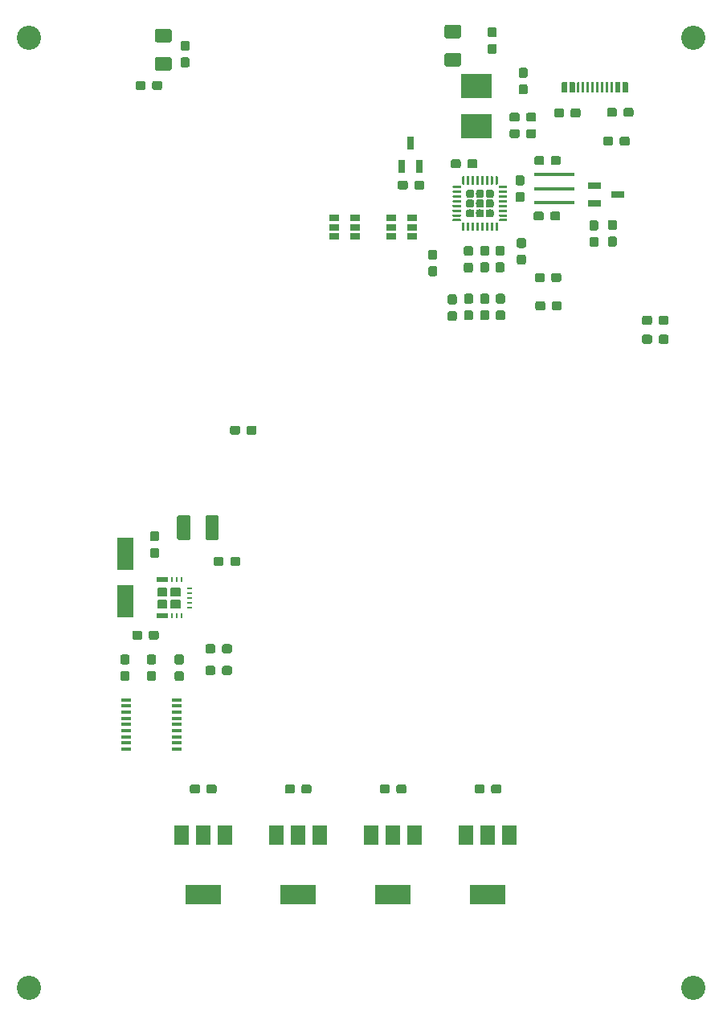
<source format=gbr>
G04 #@! TF.GenerationSoftware,KiCad,Pcbnew,(5.1.2-1)-1*
G04 #@! TF.CreationDate,2019-12-09T19:08:40-07:00*
G04 #@! TF.ProjectId,Snack Machine,536e6163-6b20-44d6-9163-68696e652e6b,rev?*
G04 #@! TF.SameCoordinates,Original*
G04 #@! TF.FileFunction,Paste,Bot*
G04 #@! TF.FilePolarity,Positive*
%FSLAX46Y46*%
G04 Gerber Fmt 4.6, Leading zero omitted, Abs format (unit mm)*
G04 Created by KiCad (PCBNEW (5.1.2-1)-1) date 2019-12-09 19:08:40*
%MOMM*%
%LPD*%
G04 APERTURE LIST*
%ADD10C,0.150000*%
%ADD11R,4.300000X0.400000*%
%ADD12C,0.100000*%
%ADD13C,1.425000*%
%ADD14C,0.950000*%
%ADD15R,1.500000X2.000000*%
%ADD16R,3.800000X2.000000*%
%ADD17R,1.800000X3.500000*%
%ADD18R,3.200000X2.500000*%
%ADD19C,0.270000*%
%ADD20C,0.570000*%
%ADD21R,0.800000X1.400000*%
%ADD22R,1.400000X0.800000*%
%ADD23R,1.250000X0.600000*%
%ADD24R,0.250000X0.600000*%
%ADD25R,0.600000X0.250000*%
%ADD26R,1.000000X0.400000*%
%ADD27C,0.830000*%
%ADD28C,0.250000*%
%ADD29R,1.060000X0.650000*%
%ADD30C,2.550000*%
G04 APERTURE END LIST*
D10*
G36*
X117984000Y-100950600D02*
G01*
X118834000Y-100950600D01*
X118834000Y-101700600D01*
X117984000Y-101700600D01*
X117984000Y-100950600D01*
G37*
X117984000Y-100950600D02*
X118834000Y-100950600D01*
X118834000Y-101700600D01*
X117984000Y-101700600D01*
X117984000Y-100950600D01*
G36*
X117984000Y-102200600D02*
G01*
X118834000Y-102200600D01*
X118834000Y-102950600D01*
X117984000Y-102950600D01*
X117984000Y-102200600D01*
G37*
X117984000Y-102200600D02*
X118834000Y-102200600D01*
X118834000Y-102950600D01*
X117984000Y-102950600D01*
X117984000Y-102200600D01*
G36*
X116584000Y-102200600D02*
G01*
X117434000Y-102200600D01*
X117434000Y-102950600D01*
X116584000Y-102950600D01*
X116584000Y-102200600D01*
G37*
X116584000Y-102200600D02*
X117434000Y-102200600D01*
X117434000Y-102950600D01*
X116584000Y-102950600D01*
X116584000Y-102200600D01*
G36*
X116584000Y-100950600D02*
G01*
X117434000Y-100950600D01*
X117434000Y-101700600D01*
X116584000Y-101700600D01*
X116584000Y-100950600D01*
G37*
X116584000Y-100950600D02*
X117434000Y-100950600D01*
X117434000Y-101700600D01*
X116584000Y-101700600D01*
X116584000Y-100950600D01*
D11*
X158369000Y-57346800D03*
X158369000Y-58846800D03*
X158369000Y-60346800D03*
D12*
G36*
X122751704Y-93235404D02*
G01*
X122775973Y-93239004D01*
X122799771Y-93244965D01*
X122822871Y-93253230D01*
X122845049Y-93263720D01*
X122866093Y-93276333D01*
X122885798Y-93290947D01*
X122903977Y-93307423D01*
X122920453Y-93325602D01*
X122935067Y-93345307D01*
X122947680Y-93366351D01*
X122958170Y-93388529D01*
X122966435Y-93411629D01*
X122972396Y-93435427D01*
X122975996Y-93459696D01*
X122977200Y-93484200D01*
X122977200Y-95634200D01*
X122975996Y-95658704D01*
X122972396Y-95682973D01*
X122966435Y-95706771D01*
X122958170Y-95729871D01*
X122947680Y-95752049D01*
X122935067Y-95773093D01*
X122920453Y-95792798D01*
X122903977Y-95810977D01*
X122885798Y-95827453D01*
X122866093Y-95842067D01*
X122845049Y-95854680D01*
X122822871Y-95865170D01*
X122799771Y-95873435D01*
X122775973Y-95879396D01*
X122751704Y-95882996D01*
X122727200Y-95884200D01*
X121802200Y-95884200D01*
X121777696Y-95882996D01*
X121753427Y-95879396D01*
X121729629Y-95873435D01*
X121706529Y-95865170D01*
X121684351Y-95854680D01*
X121663307Y-95842067D01*
X121643602Y-95827453D01*
X121625423Y-95810977D01*
X121608947Y-95792798D01*
X121594333Y-95773093D01*
X121581720Y-95752049D01*
X121571230Y-95729871D01*
X121562965Y-95706771D01*
X121557004Y-95682973D01*
X121553404Y-95658704D01*
X121552200Y-95634200D01*
X121552200Y-93484200D01*
X121553404Y-93459696D01*
X121557004Y-93435427D01*
X121562965Y-93411629D01*
X121571230Y-93388529D01*
X121581720Y-93366351D01*
X121594333Y-93345307D01*
X121608947Y-93325602D01*
X121625423Y-93307423D01*
X121643602Y-93290947D01*
X121663307Y-93276333D01*
X121684351Y-93263720D01*
X121706529Y-93253230D01*
X121729629Y-93244965D01*
X121753427Y-93239004D01*
X121777696Y-93235404D01*
X121802200Y-93234200D01*
X122727200Y-93234200D01*
X122751704Y-93235404D01*
X122751704Y-93235404D01*
G37*
D13*
X122264700Y-94559200D03*
D12*
G36*
X119776704Y-93235404D02*
G01*
X119800973Y-93239004D01*
X119824771Y-93244965D01*
X119847871Y-93253230D01*
X119870049Y-93263720D01*
X119891093Y-93276333D01*
X119910798Y-93290947D01*
X119928977Y-93307423D01*
X119945453Y-93325602D01*
X119960067Y-93345307D01*
X119972680Y-93366351D01*
X119983170Y-93388529D01*
X119991435Y-93411629D01*
X119997396Y-93435427D01*
X120000996Y-93459696D01*
X120002200Y-93484200D01*
X120002200Y-95634200D01*
X120000996Y-95658704D01*
X119997396Y-95682973D01*
X119991435Y-95706771D01*
X119983170Y-95729871D01*
X119972680Y-95752049D01*
X119960067Y-95773093D01*
X119945453Y-95792798D01*
X119928977Y-95810977D01*
X119910798Y-95827453D01*
X119891093Y-95842067D01*
X119870049Y-95854680D01*
X119847871Y-95865170D01*
X119824771Y-95873435D01*
X119800973Y-95879396D01*
X119776704Y-95882996D01*
X119752200Y-95884200D01*
X118827200Y-95884200D01*
X118802696Y-95882996D01*
X118778427Y-95879396D01*
X118754629Y-95873435D01*
X118731529Y-95865170D01*
X118709351Y-95854680D01*
X118688307Y-95842067D01*
X118668602Y-95827453D01*
X118650423Y-95810977D01*
X118633947Y-95792798D01*
X118619333Y-95773093D01*
X118606720Y-95752049D01*
X118596230Y-95729871D01*
X118587965Y-95706771D01*
X118582004Y-95682973D01*
X118578404Y-95658704D01*
X118577200Y-95634200D01*
X118577200Y-93484200D01*
X118578404Y-93459696D01*
X118582004Y-93435427D01*
X118587965Y-93411629D01*
X118596230Y-93388529D01*
X118606720Y-93366351D01*
X118619333Y-93345307D01*
X118633947Y-93325602D01*
X118650423Y-93307423D01*
X118668602Y-93290947D01*
X118688307Y-93276333D01*
X118709351Y-93263720D01*
X118731529Y-93253230D01*
X118754629Y-93244965D01*
X118778427Y-93239004D01*
X118802696Y-93235404D01*
X118827200Y-93234200D01*
X119752200Y-93234200D01*
X119776704Y-93235404D01*
X119776704Y-93235404D01*
G37*
D13*
X119289700Y-94559200D03*
D12*
G36*
X124988179Y-83823744D02*
G01*
X125011234Y-83827163D01*
X125033843Y-83832827D01*
X125055787Y-83840679D01*
X125076857Y-83850644D01*
X125096848Y-83862626D01*
X125115568Y-83876510D01*
X125132838Y-83892162D01*
X125148490Y-83909432D01*
X125162374Y-83928152D01*
X125174356Y-83948143D01*
X125184321Y-83969213D01*
X125192173Y-83991157D01*
X125197837Y-84013766D01*
X125201256Y-84036821D01*
X125202400Y-84060100D01*
X125202400Y-84535100D01*
X125201256Y-84558379D01*
X125197837Y-84581434D01*
X125192173Y-84604043D01*
X125184321Y-84625987D01*
X125174356Y-84647057D01*
X125162374Y-84667048D01*
X125148490Y-84685768D01*
X125132838Y-84703038D01*
X125115568Y-84718690D01*
X125096848Y-84732574D01*
X125076857Y-84744556D01*
X125055787Y-84754521D01*
X125033843Y-84762373D01*
X125011234Y-84768037D01*
X124988179Y-84771456D01*
X124964900Y-84772600D01*
X124389900Y-84772600D01*
X124366621Y-84771456D01*
X124343566Y-84768037D01*
X124320957Y-84762373D01*
X124299013Y-84754521D01*
X124277943Y-84744556D01*
X124257952Y-84732574D01*
X124239232Y-84718690D01*
X124221962Y-84703038D01*
X124206310Y-84685768D01*
X124192426Y-84667048D01*
X124180444Y-84647057D01*
X124170479Y-84625987D01*
X124162627Y-84604043D01*
X124156963Y-84581434D01*
X124153544Y-84558379D01*
X124152400Y-84535100D01*
X124152400Y-84060100D01*
X124153544Y-84036821D01*
X124156963Y-84013766D01*
X124162627Y-83991157D01*
X124170479Y-83969213D01*
X124180444Y-83948143D01*
X124192426Y-83928152D01*
X124206310Y-83909432D01*
X124221962Y-83892162D01*
X124239232Y-83876510D01*
X124257952Y-83862626D01*
X124277943Y-83850644D01*
X124299013Y-83840679D01*
X124320957Y-83832827D01*
X124343566Y-83827163D01*
X124366621Y-83823744D01*
X124389900Y-83822600D01*
X124964900Y-83822600D01*
X124988179Y-83823744D01*
X124988179Y-83823744D01*
G37*
D14*
X124677400Y-84297600D03*
D12*
G36*
X126738179Y-83823744D02*
G01*
X126761234Y-83827163D01*
X126783843Y-83832827D01*
X126805787Y-83840679D01*
X126826857Y-83850644D01*
X126846848Y-83862626D01*
X126865568Y-83876510D01*
X126882838Y-83892162D01*
X126898490Y-83909432D01*
X126912374Y-83928152D01*
X126924356Y-83948143D01*
X126934321Y-83969213D01*
X126942173Y-83991157D01*
X126947837Y-84013766D01*
X126951256Y-84036821D01*
X126952400Y-84060100D01*
X126952400Y-84535100D01*
X126951256Y-84558379D01*
X126947837Y-84581434D01*
X126942173Y-84604043D01*
X126934321Y-84625987D01*
X126924356Y-84647057D01*
X126912374Y-84667048D01*
X126898490Y-84685768D01*
X126882838Y-84703038D01*
X126865568Y-84718690D01*
X126846848Y-84732574D01*
X126826857Y-84744556D01*
X126805787Y-84754521D01*
X126783843Y-84762373D01*
X126761234Y-84768037D01*
X126738179Y-84771456D01*
X126714900Y-84772600D01*
X126139900Y-84772600D01*
X126116621Y-84771456D01*
X126093566Y-84768037D01*
X126070957Y-84762373D01*
X126049013Y-84754521D01*
X126027943Y-84744556D01*
X126007952Y-84732574D01*
X125989232Y-84718690D01*
X125971962Y-84703038D01*
X125956310Y-84685768D01*
X125942426Y-84667048D01*
X125930444Y-84647057D01*
X125920479Y-84625987D01*
X125912627Y-84604043D01*
X125906963Y-84581434D01*
X125903544Y-84558379D01*
X125902400Y-84535100D01*
X125902400Y-84060100D01*
X125903544Y-84036821D01*
X125906963Y-84013766D01*
X125912627Y-83991157D01*
X125920479Y-83969213D01*
X125930444Y-83948143D01*
X125942426Y-83928152D01*
X125956310Y-83909432D01*
X125971962Y-83892162D01*
X125989232Y-83876510D01*
X126007952Y-83862626D01*
X126027943Y-83850644D01*
X126049013Y-83840679D01*
X126070957Y-83832827D01*
X126093566Y-83827163D01*
X126116621Y-83823744D01*
X126139900Y-83822600D01*
X126714900Y-83822600D01*
X126738179Y-83823744D01*
X126738179Y-83823744D01*
G37*
D14*
X126427400Y-84297600D03*
D12*
G36*
X116465979Y-96688344D02*
G01*
X116489034Y-96691763D01*
X116511643Y-96697427D01*
X116533587Y-96705279D01*
X116554657Y-96715244D01*
X116574648Y-96727226D01*
X116593368Y-96741110D01*
X116610638Y-96756762D01*
X116626290Y-96774032D01*
X116640174Y-96792752D01*
X116652156Y-96812743D01*
X116662121Y-96833813D01*
X116669973Y-96855757D01*
X116675637Y-96878366D01*
X116679056Y-96901421D01*
X116680200Y-96924700D01*
X116680200Y-97499700D01*
X116679056Y-97522979D01*
X116675637Y-97546034D01*
X116669973Y-97568643D01*
X116662121Y-97590587D01*
X116652156Y-97611657D01*
X116640174Y-97631648D01*
X116626290Y-97650368D01*
X116610638Y-97667638D01*
X116593368Y-97683290D01*
X116574648Y-97697174D01*
X116554657Y-97709156D01*
X116533587Y-97719121D01*
X116511643Y-97726973D01*
X116489034Y-97732637D01*
X116465979Y-97736056D01*
X116442700Y-97737200D01*
X115967700Y-97737200D01*
X115944421Y-97736056D01*
X115921366Y-97732637D01*
X115898757Y-97726973D01*
X115876813Y-97719121D01*
X115855743Y-97709156D01*
X115835752Y-97697174D01*
X115817032Y-97683290D01*
X115799762Y-97667638D01*
X115784110Y-97650368D01*
X115770226Y-97631648D01*
X115758244Y-97611657D01*
X115748279Y-97590587D01*
X115740427Y-97568643D01*
X115734763Y-97546034D01*
X115731344Y-97522979D01*
X115730200Y-97499700D01*
X115730200Y-96924700D01*
X115731344Y-96901421D01*
X115734763Y-96878366D01*
X115740427Y-96855757D01*
X115748279Y-96833813D01*
X115758244Y-96812743D01*
X115770226Y-96792752D01*
X115784110Y-96774032D01*
X115799762Y-96756762D01*
X115817032Y-96741110D01*
X115835752Y-96727226D01*
X115855743Y-96715244D01*
X115876813Y-96705279D01*
X115898757Y-96697427D01*
X115921366Y-96691763D01*
X115944421Y-96688344D01*
X115967700Y-96687200D01*
X116442700Y-96687200D01*
X116465979Y-96688344D01*
X116465979Y-96688344D01*
G37*
D14*
X116205200Y-97212200D03*
D12*
G36*
X116465979Y-94938344D02*
G01*
X116489034Y-94941763D01*
X116511643Y-94947427D01*
X116533587Y-94955279D01*
X116554657Y-94965244D01*
X116574648Y-94977226D01*
X116593368Y-94991110D01*
X116610638Y-95006762D01*
X116626290Y-95024032D01*
X116640174Y-95042752D01*
X116652156Y-95062743D01*
X116662121Y-95083813D01*
X116669973Y-95105757D01*
X116675637Y-95128366D01*
X116679056Y-95151421D01*
X116680200Y-95174700D01*
X116680200Y-95749700D01*
X116679056Y-95772979D01*
X116675637Y-95796034D01*
X116669973Y-95818643D01*
X116662121Y-95840587D01*
X116652156Y-95861657D01*
X116640174Y-95881648D01*
X116626290Y-95900368D01*
X116610638Y-95917638D01*
X116593368Y-95933290D01*
X116574648Y-95947174D01*
X116554657Y-95959156D01*
X116533587Y-95969121D01*
X116511643Y-95976973D01*
X116489034Y-95982637D01*
X116465979Y-95986056D01*
X116442700Y-95987200D01*
X115967700Y-95987200D01*
X115944421Y-95986056D01*
X115921366Y-95982637D01*
X115898757Y-95976973D01*
X115876813Y-95969121D01*
X115855743Y-95959156D01*
X115835752Y-95947174D01*
X115817032Y-95933290D01*
X115799762Y-95917638D01*
X115784110Y-95900368D01*
X115770226Y-95881648D01*
X115758244Y-95861657D01*
X115748279Y-95840587D01*
X115740427Y-95818643D01*
X115734763Y-95796034D01*
X115731344Y-95772979D01*
X115730200Y-95749700D01*
X115730200Y-95174700D01*
X115731344Y-95151421D01*
X115734763Y-95128366D01*
X115740427Y-95105757D01*
X115748279Y-95083813D01*
X115758244Y-95062743D01*
X115770226Y-95042752D01*
X115784110Y-95024032D01*
X115799762Y-95006762D01*
X115817032Y-94991110D01*
X115835752Y-94977226D01*
X115855743Y-94965244D01*
X115876813Y-94955279D01*
X115898757Y-94947427D01*
X115921366Y-94941763D01*
X115944421Y-94938344D01*
X115967700Y-94937200D01*
X116442700Y-94937200D01*
X116465979Y-94938344D01*
X116465979Y-94938344D01*
G37*
D14*
X116205200Y-95462200D03*
D12*
G36*
X123260979Y-97641344D02*
G01*
X123284034Y-97644763D01*
X123306643Y-97650427D01*
X123328587Y-97658279D01*
X123349657Y-97668244D01*
X123369648Y-97680226D01*
X123388368Y-97694110D01*
X123405638Y-97709762D01*
X123421290Y-97727032D01*
X123435174Y-97745752D01*
X123447156Y-97765743D01*
X123457121Y-97786813D01*
X123464973Y-97808757D01*
X123470637Y-97831366D01*
X123474056Y-97854421D01*
X123475200Y-97877700D01*
X123475200Y-98352700D01*
X123474056Y-98375979D01*
X123470637Y-98399034D01*
X123464973Y-98421643D01*
X123457121Y-98443587D01*
X123447156Y-98464657D01*
X123435174Y-98484648D01*
X123421290Y-98503368D01*
X123405638Y-98520638D01*
X123388368Y-98536290D01*
X123369648Y-98550174D01*
X123349657Y-98562156D01*
X123328587Y-98572121D01*
X123306643Y-98579973D01*
X123284034Y-98585637D01*
X123260979Y-98589056D01*
X123237700Y-98590200D01*
X122662700Y-98590200D01*
X122639421Y-98589056D01*
X122616366Y-98585637D01*
X122593757Y-98579973D01*
X122571813Y-98572121D01*
X122550743Y-98562156D01*
X122530752Y-98550174D01*
X122512032Y-98536290D01*
X122494762Y-98520638D01*
X122479110Y-98503368D01*
X122465226Y-98484648D01*
X122453244Y-98464657D01*
X122443279Y-98443587D01*
X122435427Y-98421643D01*
X122429763Y-98399034D01*
X122426344Y-98375979D01*
X122425200Y-98352700D01*
X122425200Y-97877700D01*
X122426344Y-97854421D01*
X122429763Y-97831366D01*
X122435427Y-97808757D01*
X122443279Y-97786813D01*
X122453244Y-97765743D01*
X122465226Y-97745752D01*
X122479110Y-97727032D01*
X122494762Y-97709762D01*
X122512032Y-97694110D01*
X122530752Y-97680226D01*
X122550743Y-97668244D01*
X122571813Y-97658279D01*
X122593757Y-97650427D01*
X122616366Y-97644763D01*
X122639421Y-97641344D01*
X122662700Y-97640200D01*
X123237700Y-97640200D01*
X123260979Y-97641344D01*
X123260979Y-97641344D01*
G37*
D14*
X122950200Y-98115200D03*
D12*
G36*
X125010979Y-97641344D02*
G01*
X125034034Y-97644763D01*
X125056643Y-97650427D01*
X125078587Y-97658279D01*
X125099657Y-97668244D01*
X125119648Y-97680226D01*
X125138368Y-97694110D01*
X125155638Y-97709762D01*
X125171290Y-97727032D01*
X125185174Y-97745752D01*
X125197156Y-97765743D01*
X125207121Y-97786813D01*
X125214973Y-97808757D01*
X125220637Y-97831366D01*
X125224056Y-97854421D01*
X125225200Y-97877700D01*
X125225200Y-98352700D01*
X125224056Y-98375979D01*
X125220637Y-98399034D01*
X125214973Y-98421643D01*
X125207121Y-98443587D01*
X125197156Y-98464657D01*
X125185174Y-98484648D01*
X125171290Y-98503368D01*
X125155638Y-98520638D01*
X125138368Y-98536290D01*
X125119648Y-98550174D01*
X125099657Y-98562156D01*
X125078587Y-98572121D01*
X125056643Y-98579973D01*
X125034034Y-98585637D01*
X125010979Y-98589056D01*
X124987700Y-98590200D01*
X124412700Y-98590200D01*
X124389421Y-98589056D01*
X124366366Y-98585637D01*
X124343757Y-98579973D01*
X124321813Y-98572121D01*
X124300743Y-98562156D01*
X124280752Y-98550174D01*
X124262032Y-98536290D01*
X124244762Y-98520638D01*
X124229110Y-98503368D01*
X124215226Y-98484648D01*
X124203244Y-98464657D01*
X124193279Y-98443587D01*
X124185427Y-98421643D01*
X124179763Y-98399034D01*
X124176344Y-98375979D01*
X124175200Y-98352700D01*
X124175200Y-97877700D01*
X124176344Y-97854421D01*
X124179763Y-97831366D01*
X124185427Y-97808757D01*
X124193279Y-97786813D01*
X124203244Y-97765743D01*
X124215226Y-97745752D01*
X124229110Y-97727032D01*
X124244762Y-97709762D01*
X124262032Y-97694110D01*
X124280752Y-97680226D01*
X124300743Y-97668244D01*
X124321813Y-97658279D01*
X124343757Y-97650427D01*
X124366366Y-97644763D01*
X124389421Y-97641344D01*
X124412700Y-97640200D01*
X124987700Y-97640200D01*
X125010979Y-97641344D01*
X125010979Y-97641344D01*
G37*
D14*
X124700200Y-98115200D03*
D12*
G36*
X119056779Y-107917744D02*
G01*
X119079834Y-107921163D01*
X119102443Y-107926827D01*
X119124387Y-107934679D01*
X119145457Y-107944644D01*
X119165448Y-107956626D01*
X119184168Y-107970510D01*
X119201438Y-107986162D01*
X119217090Y-108003432D01*
X119230974Y-108022152D01*
X119242956Y-108042143D01*
X119252921Y-108063213D01*
X119260773Y-108085157D01*
X119266437Y-108107766D01*
X119269856Y-108130821D01*
X119271000Y-108154100D01*
X119271000Y-108729100D01*
X119269856Y-108752379D01*
X119266437Y-108775434D01*
X119260773Y-108798043D01*
X119252921Y-108819987D01*
X119242956Y-108841057D01*
X119230974Y-108861048D01*
X119217090Y-108879768D01*
X119201438Y-108897038D01*
X119184168Y-108912690D01*
X119165448Y-108926574D01*
X119145457Y-108938556D01*
X119124387Y-108948521D01*
X119102443Y-108956373D01*
X119079834Y-108962037D01*
X119056779Y-108965456D01*
X119033500Y-108966600D01*
X118558500Y-108966600D01*
X118535221Y-108965456D01*
X118512166Y-108962037D01*
X118489557Y-108956373D01*
X118467613Y-108948521D01*
X118446543Y-108938556D01*
X118426552Y-108926574D01*
X118407832Y-108912690D01*
X118390562Y-108897038D01*
X118374910Y-108879768D01*
X118361026Y-108861048D01*
X118349044Y-108841057D01*
X118339079Y-108819987D01*
X118331227Y-108798043D01*
X118325563Y-108775434D01*
X118322144Y-108752379D01*
X118321000Y-108729100D01*
X118321000Y-108154100D01*
X118322144Y-108130821D01*
X118325563Y-108107766D01*
X118331227Y-108085157D01*
X118339079Y-108063213D01*
X118349044Y-108042143D01*
X118361026Y-108022152D01*
X118374910Y-108003432D01*
X118390562Y-107986162D01*
X118407832Y-107970510D01*
X118426552Y-107956626D01*
X118446543Y-107944644D01*
X118467613Y-107934679D01*
X118489557Y-107926827D01*
X118512166Y-107921163D01*
X118535221Y-107917744D01*
X118558500Y-107916600D01*
X119033500Y-107916600D01*
X119056779Y-107917744D01*
X119056779Y-107917744D01*
G37*
D14*
X118796000Y-108441600D03*
D12*
G36*
X119056779Y-109667744D02*
G01*
X119079834Y-109671163D01*
X119102443Y-109676827D01*
X119124387Y-109684679D01*
X119145457Y-109694644D01*
X119165448Y-109706626D01*
X119184168Y-109720510D01*
X119201438Y-109736162D01*
X119217090Y-109753432D01*
X119230974Y-109772152D01*
X119242956Y-109792143D01*
X119252921Y-109813213D01*
X119260773Y-109835157D01*
X119266437Y-109857766D01*
X119269856Y-109880821D01*
X119271000Y-109904100D01*
X119271000Y-110479100D01*
X119269856Y-110502379D01*
X119266437Y-110525434D01*
X119260773Y-110548043D01*
X119252921Y-110569987D01*
X119242956Y-110591057D01*
X119230974Y-110611048D01*
X119217090Y-110629768D01*
X119201438Y-110647038D01*
X119184168Y-110662690D01*
X119165448Y-110676574D01*
X119145457Y-110688556D01*
X119124387Y-110698521D01*
X119102443Y-110706373D01*
X119079834Y-110712037D01*
X119056779Y-110715456D01*
X119033500Y-110716600D01*
X118558500Y-110716600D01*
X118535221Y-110715456D01*
X118512166Y-110712037D01*
X118489557Y-110706373D01*
X118467613Y-110698521D01*
X118446543Y-110688556D01*
X118426552Y-110676574D01*
X118407832Y-110662690D01*
X118390562Y-110647038D01*
X118374910Y-110629768D01*
X118361026Y-110611048D01*
X118349044Y-110591057D01*
X118339079Y-110569987D01*
X118331227Y-110548043D01*
X118325563Y-110525434D01*
X118322144Y-110502379D01*
X118321000Y-110479100D01*
X118321000Y-109904100D01*
X118322144Y-109880821D01*
X118325563Y-109857766D01*
X118331227Y-109835157D01*
X118339079Y-109813213D01*
X118349044Y-109792143D01*
X118361026Y-109772152D01*
X118374910Y-109753432D01*
X118390562Y-109736162D01*
X118407832Y-109720510D01*
X118426552Y-109706626D01*
X118446543Y-109694644D01*
X118467613Y-109684679D01*
X118489557Y-109676827D01*
X118512166Y-109671163D01*
X118535221Y-109667744D01*
X118558500Y-109666600D01*
X119033500Y-109666600D01*
X119056779Y-109667744D01*
X119056779Y-109667744D01*
G37*
D14*
X118796000Y-110191600D03*
D12*
G36*
X124147379Y-109122144D02*
G01*
X124170434Y-109125563D01*
X124193043Y-109131227D01*
X124214987Y-109139079D01*
X124236057Y-109149044D01*
X124256048Y-109161026D01*
X124274768Y-109174910D01*
X124292038Y-109190562D01*
X124307690Y-109207832D01*
X124321574Y-109226552D01*
X124333556Y-109246543D01*
X124343521Y-109267613D01*
X124351373Y-109289557D01*
X124357037Y-109312166D01*
X124360456Y-109335221D01*
X124361600Y-109358500D01*
X124361600Y-109833500D01*
X124360456Y-109856779D01*
X124357037Y-109879834D01*
X124351373Y-109902443D01*
X124343521Y-109924387D01*
X124333556Y-109945457D01*
X124321574Y-109965448D01*
X124307690Y-109984168D01*
X124292038Y-110001438D01*
X124274768Y-110017090D01*
X124256048Y-110030974D01*
X124236057Y-110042956D01*
X124214987Y-110052921D01*
X124193043Y-110060773D01*
X124170434Y-110066437D01*
X124147379Y-110069856D01*
X124124100Y-110071000D01*
X123549100Y-110071000D01*
X123525821Y-110069856D01*
X123502766Y-110066437D01*
X123480157Y-110060773D01*
X123458213Y-110052921D01*
X123437143Y-110042956D01*
X123417152Y-110030974D01*
X123398432Y-110017090D01*
X123381162Y-110001438D01*
X123365510Y-109984168D01*
X123351626Y-109965448D01*
X123339644Y-109945457D01*
X123329679Y-109924387D01*
X123321827Y-109902443D01*
X123316163Y-109879834D01*
X123312744Y-109856779D01*
X123311600Y-109833500D01*
X123311600Y-109358500D01*
X123312744Y-109335221D01*
X123316163Y-109312166D01*
X123321827Y-109289557D01*
X123329679Y-109267613D01*
X123339644Y-109246543D01*
X123351626Y-109226552D01*
X123365510Y-109207832D01*
X123381162Y-109190562D01*
X123398432Y-109174910D01*
X123417152Y-109161026D01*
X123437143Y-109149044D01*
X123458213Y-109139079D01*
X123480157Y-109131227D01*
X123502766Y-109125563D01*
X123525821Y-109122144D01*
X123549100Y-109121000D01*
X124124100Y-109121000D01*
X124147379Y-109122144D01*
X124147379Y-109122144D01*
G37*
D14*
X123836600Y-109596000D03*
D12*
G36*
X122397379Y-109122144D02*
G01*
X122420434Y-109125563D01*
X122443043Y-109131227D01*
X122464987Y-109139079D01*
X122486057Y-109149044D01*
X122506048Y-109161026D01*
X122524768Y-109174910D01*
X122542038Y-109190562D01*
X122557690Y-109207832D01*
X122571574Y-109226552D01*
X122583556Y-109246543D01*
X122593521Y-109267613D01*
X122601373Y-109289557D01*
X122607037Y-109312166D01*
X122610456Y-109335221D01*
X122611600Y-109358500D01*
X122611600Y-109833500D01*
X122610456Y-109856779D01*
X122607037Y-109879834D01*
X122601373Y-109902443D01*
X122593521Y-109924387D01*
X122583556Y-109945457D01*
X122571574Y-109965448D01*
X122557690Y-109984168D01*
X122542038Y-110001438D01*
X122524768Y-110017090D01*
X122506048Y-110030974D01*
X122486057Y-110042956D01*
X122464987Y-110052921D01*
X122443043Y-110060773D01*
X122420434Y-110066437D01*
X122397379Y-110069856D01*
X122374100Y-110071000D01*
X121799100Y-110071000D01*
X121775821Y-110069856D01*
X121752766Y-110066437D01*
X121730157Y-110060773D01*
X121708213Y-110052921D01*
X121687143Y-110042956D01*
X121667152Y-110030974D01*
X121648432Y-110017090D01*
X121631162Y-110001438D01*
X121615510Y-109984168D01*
X121601626Y-109965448D01*
X121589644Y-109945457D01*
X121579679Y-109924387D01*
X121571827Y-109902443D01*
X121566163Y-109879834D01*
X121562744Y-109856779D01*
X121561600Y-109833500D01*
X121561600Y-109358500D01*
X121562744Y-109335221D01*
X121566163Y-109312166D01*
X121571827Y-109289557D01*
X121579679Y-109267613D01*
X121589644Y-109246543D01*
X121601626Y-109226552D01*
X121615510Y-109207832D01*
X121631162Y-109190562D01*
X121648432Y-109174910D01*
X121667152Y-109161026D01*
X121687143Y-109149044D01*
X121708213Y-109139079D01*
X121730157Y-109131227D01*
X121752766Y-109125563D01*
X121775821Y-109122144D01*
X121799100Y-109121000D01*
X122374100Y-109121000D01*
X122397379Y-109122144D01*
X122397379Y-109122144D01*
G37*
D14*
X122086600Y-109596000D03*
D12*
G36*
X114675779Y-105413744D02*
G01*
X114698834Y-105417163D01*
X114721443Y-105422827D01*
X114743387Y-105430679D01*
X114764457Y-105440644D01*
X114784448Y-105452626D01*
X114803168Y-105466510D01*
X114820438Y-105482162D01*
X114836090Y-105499432D01*
X114849974Y-105518152D01*
X114861956Y-105538143D01*
X114871921Y-105559213D01*
X114879773Y-105581157D01*
X114885437Y-105603766D01*
X114888856Y-105626821D01*
X114890000Y-105650100D01*
X114890000Y-106125100D01*
X114888856Y-106148379D01*
X114885437Y-106171434D01*
X114879773Y-106194043D01*
X114871921Y-106215987D01*
X114861956Y-106237057D01*
X114849974Y-106257048D01*
X114836090Y-106275768D01*
X114820438Y-106293038D01*
X114803168Y-106308690D01*
X114784448Y-106322574D01*
X114764457Y-106334556D01*
X114743387Y-106344521D01*
X114721443Y-106352373D01*
X114698834Y-106358037D01*
X114675779Y-106361456D01*
X114652500Y-106362600D01*
X114077500Y-106362600D01*
X114054221Y-106361456D01*
X114031166Y-106358037D01*
X114008557Y-106352373D01*
X113986613Y-106344521D01*
X113965543Y-106334556D01*
X113945552Y-106322574D01*
X113926832Y-106308690D01*
X113909562Y-106293038D01*
X113893910Y-106275768D01*
X113880026Y-106257048D01*
X113868044Y-106237057D01*
X113858079Y-106215987D01*
X113850227Y-106194043D01*
X113844563Y-106171434D01*
X113841144Y-106148379D01*
X113840000Y-106125100D01*
X113840000Y-105650100D01*
X113841144Y-105626821D01*
X113844563Y-105603766D01*
X113850227Y-105581157D01*
X113858079Y-105559213D01*
X113868044Y-105538143D01*
X113880026Y-105518152D01*
X113893910Y-105499432D01*
X113909562Y-105482162D01*
X113926832Y-105466510D01*
X113945552Y-105452626D01*
X113965543Y-105440644D01*
X113986613Y-105430679D01*
X114008557Y-105422827D01*
X114031166Y-105417163D01*
X114054221Y-105413744D01*
X114077500Y-105412600D01*
X114652500Y-105412600D01*
X114675779Y-105413744D01*
X114675779Y-105413744D01*
G37*
D14*
X114365000Y-105887600D03*
D12*
G36*
X116425779Y-105413744D02*
G01*
X116448834Y-105417163D01*
X116471443Y-105422827D01*
X116493387Y-105430679D01*
X116514457Y-105440644D01*
X116534448Y-105452626D01*
X116553168Y-105466510D01*
X116570438Y-105482162D01*
X116586090Y-105499432D01*
X116599974Y-105518152D01*
X116611956Y-105538143D01*
X116621921Y-105559213D01*
X116629773Y-105581157D01*
X116635437Y-105603766D01*
X116638856Y-105626821D01*
X116640000Y-105650100D01*
X116640000Y-106125100D01*
X116638856Y-106148379D01*
X116635437Y-106171434D01*
X116629773Y-106194043D01*
X116621921Y-106215987D01*
X116611956Y-106237057D01*
X116599974Y-106257048D01*
X116586090Y-106275768D01*
X116570438Y-106293038D01*
X116553168Y-106308690D01*
X116534448Y-106322574D01*
X116514457Y-106334556D01*
X116493387Y-106344521D01*
X116471443Y-106352373D01*
X116448834Y-106358037D01*
X116425779Y-106361456D01*
X116402500Y-106362600D01*
X115827500Y-106362600D01*
X115804221Y-106361456D01*
X115781166Y-106358037D01*
X115758557Y-106352373D01*
X115736613Y-106344521D01*
X115715543Y-106334556D01*
X115695552Y-106322574D01*
X115676832Y-106308690D01*
X115659562Y-106293038D01*
X115643910Y-106275768D01*
X115630026Y-106257048D01*
X115618044Y-106237057D01*
X115608079Y-106215987D01*
X115600227Y-106194043D01*
X115594563Y-106171434D01*
X115591144Y-106148379D01*
X115590000Y-106125100D01*
X115590000Y-105650100D01*
X115591144Y-105626821D01*
X115594563Y-105603766D01*
X115600227Y-105581157D01*
X115608079Y-105559213D01*
X115618044Y-105538143D01*
X115630026Y-105518152D01*
X115643910Y-105499432D01*
X115659562Y-105482162D01*
X115676832Y-105466510D01*
X115695552Y-105452626D01*
X115715543Y-105440644D01*
X115736613Y-105430679D01*
X115758557Y-105422827D01*
X115781166Y-105417163D01*
X115804221Y-105413744D01*
X115827500Y-105412600D01*
X116402500Y-105412600D01*
X116425779Y-105413744D01*
X116425779Y-105413744D01*
G37*
D14*
X116115000Y-105887600D03*
D12*
G36*
X157054379Y-55426544D02*
G01*
X157077434Y-55429963D01*
X157100043Y-55435627D01*
X157121987Y-55443479D01*
X157143057Y-55453444D01*
X157163048Y-55465426D01*
X157181768Y-55479310D01*
X157199038Y-55494962D01*
X157214690Y-55512232D01*
X157228574Y-55530952D01*
X157240556Y-55550943D01*
X157250521Y-55572013D01*
X157258373Y-55593957D01*
X157264037Y-55616566D01*
X157267456Y-55639621D01*
X157268600Y-55662900D01*
X157268600Y-56137900D01*
X157267456Y-56161179D01*
X157264037Y-56184234D01*
X157258373Y-56206843D01*
X157250521Y-56228787D01*
X157240556Y-56249857D01*
X157228574Y-56269848D01*
X157214690Y-56288568D01*
X157199038Y-56305838D01*
X157181768Y-56321490D01*
X157163048Y-56335374D01*
X157143057Y-56347356D01*
X157121987Y-56357321D01*
X157100043Y-56365173D01*
X157077434Y-56370837D01*
X157054379Y-56374256D01*
X157031100Y-56375400D01*
X156456100Y-56375400D01*
X156432821Y-56374256D01*
X156409766Y-56370837D01*
X156387157Y-56365173D01*
X156365213Y-56357321D01*
X156344143Y-56347356D01*
X156324152Y-56335374D01*
X156305432Y-56321490D01*
X156288162Y-56305838D01*
X156272510Y-56288568D01*
X156258626Y-56269848D01*
X156246644Y-56249857D01*
X156236679Y-56228787D01*
X156228827Y-56206843D01*
X156223163Y-56184234D01*
X156219744Y-56161179D01*
X156218600Y-56137900D01*
X156218600Y-55662900D01*
X156219744Y-55639621D01*
X156223163Y-55616566D01*
X156228827Y-55593957D01*
X156236679Y-55572013D01*
X156246644Y-55550943D01*
X156258626Y-55530952D01*
X156272510Y-55512232D01*
X156288162Y-55494962D01*
X156305432Y-55479310D01*
X156324152Y-55465426D01*
X156344143Y-55453444D01*
X156365213Y-55443479D01*
X156387157Y-55435627D01*
X156409766Y-55429963D01*
X156432821Y-55426544D01*
X156456100Y-55425400D01*
X157031100Y-55425400D01*
X157054379Y-55426544D01*
X157054379Y-55426544D01*
G37*
D14*
X156743600Y-55900400D03*
D12*
G36*
X158804379Y-55426544D02*
G01*
X158827434Y-55429963D01*
X158850043Y-55435627D01*
X158871987Y-55443479D01*
X158893057Y-55453444D01*
X158913048Y-55465426D01*
X158931768Y-55479310D01*
X158949038Y-55494962D01*
X158964690Y-55512232D01*
X158978574Y-55530952D01*
X158990556Y-55550943D01*
X159000521Y-55572013D01*
X159008373Y-55593957D01*
X159014037Y-55616566D01*
X159017456Y-55639621D01*
X159018600Y-55662900D01*
X159018600Y-56137900D01*
X159017456Y-56161179D01*
X159014037Y-56184234D01*
X159008373Y-56206843D01*
X159000521Y-56228787D01*
X158990556Y-56249857D01*
X158978574Y-56269848D01*
X158964690Y-56288568D01*
X158949038Y-56305838D01*
X158931768Y-56321490D01*
X158913048Y-56335374D01*
X158893057Y-56347356D01*
X158871987Y-56357321D01*
X158850043Y-56365173D01*
X158827434Y-56370837D01*
X158804379Y-56374256D01*
X158781100Y-56375400D01*
X158206100Y-56375400D01*
X158182821Y-56374256D01*
X158159766Y-56370837D01*
X158137157Y-56365173D01*
X158115213Y-56357321D01*
X158094143Y-56347356D01*
X158074152Y-56335374D01*
X158055432Y-56321490D01*
X158038162Y-56305838D01*
X158022510Y-56288568D01*
X158008626Y-56269848D01*
X157996644Y-56249857D01*
X157986679Y-56228787D01*
X157978827Y-56206843D01*
X157973163Y-56184234D01*
X157969744Y-56161179D01*
X157968600Y-56137900D01*
X157968600Y-55662900D01*
X157969744Y-55639621D01*
X157973163Y-55616566D01*
X157978827Y-55593957D01*
X157986679Y-55572013D01*
X157996644Y-55550943D01*
X158008626Y-55530952D01*
X158022510Y-55512232D01*
X158038162Y-55494962D01*
X158055432Y-55479310D01*
X158074152Y-55465426D01*
X158094143Y-55453444D01*
X158115213Y-55443479D01*
X158137157Y-55435627D01*
X158159766Y-55429963D01*
X158182821Y-55426544D01*
X158206100Y-55425400D01*
X158781100Y-55425400D01*
X158804379Y-55426544D01*
X158804379Y-55426544D01*
G37*
D14*
X158493600Y-55900400D03*
D12*
G36*
X158742179Y-61268544D02*
G01*
X158765234Y-61271963D01*
X158787843Y-61277627D01*
X158809787Y-61285479D01*
X158830857Y-61295444D01*
X158850848Y-61307426D01*
X158869568Y-61321310D01*
X158886838Y-61336962D01*
X158902490Y-61354232D01*
X158916374Y-61372952D01*
X158928356Y-61392943D01*
X158938321Y-61414013D01*
X158946173Y-61435957D01*
X158951837Y-61458566D01*
X158955256Y-61481621D01*
X158956400Y-61504900D01*
X158956400Y-61979900D01*
X158955256Y-62003179D01*
X158951837Y-62026234D01*
X158946173Y-62048843D01*
X158938321Y-62070787D01*
X158928356Y-62091857D01*
X158916374Y-62111848D01*
X158902490Y-62130568D01*
X158886838Y-62147838D01*
X158869568Y-62163490D01*
X158850848Y-62177374D01*
X158830857Y-62189356D01*
X158809787Y-62199321D01*
X158787843Y-62207173D01*
X158765234Y-62212837D01*
X158742179Y-62216256D01*
X158718900Y-62217400D01*
X158143900Y-62217400D01*
X158120621Y-62216256D01*
X158097566Y-62212837D01*
X158074957Y-62207173D01*
X158053013Y-62199321D01*
X158031943Y-62189356D01*
X158011952Y-62177374D01*
X157993232Y-62163490D01*
X157975962Y-62147838D01*
X157960310Y-62130568D01*
X157946426Y-62111848D01*
X157934444Y-62091857D01*
X157924479Y-62070787D01*
X157916627Y-62048843D01*
X157910963Y-62026234D01*
X157907544Y-62003179D01*
X157906400Y-61979900D01*
X157906400Y-61504900D01*
X157907544Y-61481621D01*
X157910963Y-61458566D01*
X157916627Y-61435957D01*
X157924479Y-61414013D01*
X157934444Y-61392943D01*
X157946426Y-61372952D01*
X157960310Y-61354232D01*
X157975962Y-61336962D01*
X157993232Y-61321310D01*
X158011952Y-61307426D01*
X158031943Y-61295444D01*
X158053013Y-61285479D01*
X158074957Y-61277627D01*
X158097566Y-61271963D01*
X158120621Y-61268544D01*
X158143900Y-61267400D01*
X158718900Y-61267400D01*
X158742179Y-61268544D01*
X158742179Y-61268544D01*
G37*
D14*
X158431400Y-61742400D03*
D12*
G36*
X156992179Y-61268544D02*
G01*
X157015234Y-61271963D01*
X157037843Y-61277627D01*
X157059787Y-61285479D01*
X157080857Y-61295444D01*
X157100848Y-61307426D01*
X157119568Y-61321310D01*
X157136838Y-61336962D01*
X157152490Y-61354232D01*
X157166374Y-61372952D01*
X157178356Y-61392943D01*
X157188321Y-61414013D01*
X157196173Y-61435957D01*
X157201837Y-61458566D01*
X157205256Y-61481621D01*
X157206400Y-61504900D01*
X157206400Y-61979900D01*
X157205256Y-62003179D01*
X157201837Y-62026234D01*
X157196173Y-62048843D01*
X157188321Y-62070787D01*
X157178356Y-62091857D01*
X157166374Y-62111848D01*
X157152490Y-62130568D01*
X157136838Y-62147838D01*
X157119568Y-62163490D01*
X157100848Y-62177374D01*
X157080857Y-62189356D01*
X157059787Y-62199321D01*
X157037843Y-62207173D01*
X157015234Y-62212837D01*
X156992179Y-62216256D01*
X156968900Y-62217400D01*
X156393900Y-62217400D01*
X156370621Y-62216256D01*
X156347566Y-62212837D01*
X156324957Y-62207173D01*
X156303013Y-62199321D01*
X156281943Y-62189356D01*
X156261952Y-62177374D01*
X156243232Y-62163490D01*
X156225962Y-62147838D01*
X156210310Y-62130568D01*
X156196426Y-62111848D01*
X156184444Y-62091857D01*
X156174479Y-62070787D01*
X156166627Y-62048843D01*
X156160963Y-62026234D01*
X156157544Y-62003179D01*
X156156400Y-61979900D01*
X156156400Y-61504900D01*
X156157544Y-61481621D01*
X156160963Y-61458566D01*
X156166627Y-61435957D01*
X156174479Y-61414013D01*
X156184444Y-61392943D01*
X156196426Y-61372952D01*
X156210310Y-61354232D01*
X156225962Y-61336962D01*
X156243232Y-61321310D01*
X156261952Y-61307426D01*
X156281943Y-61295444D01*
X156303013Y-61285479D01*
X156324957Y-61277627D01*
X156347566Y-61271963D01*
X156370621Y-61268544D01*
X156393900Y-61267400D01*
X156968900Y-61267400D01*
X156992179Y-61268544D01*
X156992179Y-61268544D01*
G37*
D14*
X156681400Y-61742400D03*
D12*
G36*
X150004579Y-55756744D02*
G01*
X150027634Y-55760163D01*
X150050243Y-55765827D01*
X150072187Y-55773679D01*
X150093257Y-55783644D01*
X150113248Y-55795626D01*
X150131968Y-55809510D01*
X150149238Y-55825162D01*
X150164890Y-55842432D01*
X150178774Y-55861152D01*
X150190756Y-55881143D01*
X150200721Y-55902213D01*
X150208573Y-55924157D01*
X150214237Y-55946766D01*
X150217656Y-55969821D01*
X150218800Y-55993100D01*
X150218800Y-56468100D01*
X150217656Y-56491379D01*
X150214237Y-56514434D01*
X150208573Y-56537043D01*
X150200721Y-56558987D01*
X150190756Y-56580057D01*
X150178774Y-56600048D01*
X150164890Y-56618768D01*
X150149238Y-56636038D01*
X150131968Y-56651690D01*
X150113248Y-56665574D01*
X150093257Y-56677556D01*
X150072187Y-56687521D01*
X150050243Y-56695373D01*
X150027634Y-56701037D01*
X150004579Y-56704456D01*
X149981300Y-56705600D01*
X149406300Y-56705600D01*
X149383021Y-56704456D01*
X149359966Y-56701037D01*
X149337357Y-56695373D01*
X149315413Y-56687521D01*
X149294343Y-56677556D01*
X149274352Y-56665574D01*
X149255632Y-56651690D01*
X149238362Y-56636038D01*
X149222710Y-56618768D01*
X149208826Y-56600048D01*
X149196844Y-56580057D01*
X149186879Y-56558987D01*
X149179027Y-56537043D01*
X149173363Y-56514434D01*
X149169944Y-56491379D01*
X149168800Y-56468100D01*
X149168800Y-55993100D01*
X149169944Y-55969821D01*
X149173363Y-55946766D01*
X149179027Y-55924157D01*
X149186879Y-55902213D01*
X149196844Y-55881143D01*
X149208826Y-55861152D01*
X149222710Y-55842432D01*
X149238362Y-55825162D01*
X149255632Y-55809510D01*
X149274352Y-55795626D01*
X149294343Y-55783644D01*
X149315413Y-55773679D01*
X149337357Y-55765827D01*
X149359966Y-55760163D01*
X149383021Y-55756744D01*
X149406300Y-55755600D01*
X149981300Y-55755600D01*
X150004579Y-55756744D01*
X150004579Y-55756744D01*
G37*
D14*
X149693800Y-56230600D03*
D12*
G36*
X148254579Y-55756744D02*
G01*
X148277634Y-55760163D01*
X148300243Y-55765827D01*
X148322187Y-55773679D01*
X148343257Y-55783644D01*
X148363248Y-55795626D01*
X148381968Y-55809510D01*
X148399238Y-55825162D01*
X148414890Y-55842432D01*
X148428774Y-55861152D01*
X148440756Y-55881143D01*
X148450721Y-55902213D01*
X148458573Y-55924157D01*
X148464237Y-55946766D01*
X148467656Y-55969821D01*
X148468800Y-55993100D01*
X148468800Y-56468100D01*
X148467656Y-56491379D01*
X148464237Y-56514434D01*
X148458573Y-56537043D01*
X148450721Y-56558987D01*
X148440756Y-56580057D01*
X148428774Y-56600048D01*
X148414890Y-56618768D01*
X148399238Y-56636038D01*
X148381968Y-56651690D01*
X148363248Y-56665574D01*
X148343257Y-56677556D01*
X148322187Y-56687521D01*
X148300243Y-56695373D01*
X148277634Y-56701037D01*
X148254579Y-56704456D01*
X148231300Y-56705600D01*
X147656300Y-56705600D01*
X147633021Y-56704456D01*
X147609966Y-56701037D01*
X147587357Y-56695373D01*
X147565413Y-56687521D01*
X147544343Y-56677556D01*
X147524352Y-56665574D01*
X147505632Y-56651690D01*
X147488362Y-56636038D01*
X147472710Y-56618768D01*
X147458826Y-56600048D01*
X147446844Y-56580057D01*
X147436879Y-56558987D01*
X147429027Y-56537043D01*
X147423363Y-56514434D01*
X147419944Y-56491379D01*
X147418800Y-56468100D01*
X147418800Y-55993100D01*
X147419944Y-55969821D01*
X147423363Y-55946766D01*
X147429027Y-55924157D01*
X147436879Y-55902213D01*
X147446844Y-55881143D01*
X147458826Y-55861152D01*
X147472710Y-55842432D01*
X147488362Y-55825162D01*
X147505632Y-55809510D01*
X147524352Y-55795626D01*
X147544343Y-55783644D01*
X147565413Y-55773679D01*
X147587357Y-55765827D01*
X147609966Y-55760163D01*
X147633021Y-55756744D01*
X147656300Y-55755600D01*
X148231300Y-55755600D01*
X148254579Y-55756744D01*
X148254579Y-55756744D01*
G37*
D14*
X147943800Y-56230600D03*
D12*
G36*
X147834979Y-71745544D02*
G01*
X147858034Y-71748963D01*
X147880643Y-71754627D01*
X147902587Y-71762479D01*
X147923657Y-71772444D01*
X147943648Y-71784426D01*
X147962368Y-71798310D01*
X147979638Y-71813962D01*
X147995290Y-71831232D01*
X148009174Y-71849952D01*
X148021156Y-71869943D01*
X148031121Y-71891013D01*
X148038973Y-71912957D01*
X148044637Y-71935566D01*
X148048056Y-71958621D01*
X148049200Y-71981900D01*
X148049200Y-72556900D01*
X148048056Y-72580179D01*
X148044637Y-72603234D01*
X148038973Y-72625843D01*
X148031121Y-72647787D01*
X148021156Y-72668857D01*
X148009174Y-72688848D01*
X147995290Y-72707568D01*
X147979638Y-72724838D01*
X147962368Y-72740490D01*
X147943648Y-72754374D01*
X147923657Y-72766356D01*
X147902587Y-72776321D01*
X147880643Y-72784173D01*
X147858034Y-72789837D01*
X147834979Y-72793256D01*
X147811700Y-72794400D01*
X147336700Y-72794400D01*
X147313421Y-72793256D01*
X147290366Y-72789837D01*
X147267757Y-72784173D01*
X147245813Y-72776321D01*
X147224743Y-72766356D01*
X147204752Y-72754374D01*
X147186032Y-72740490D01*
X147168762Y-72724838D01*
X147153110Y-72707568D01*
X147139226Y-72688848D01*
X147127244Y-72668857D01*
X147117279Y-72647787D01*
X147109427Y-72625843D01*
X147103763Y-72603234D01*
X147100344Y-72580179D01*
X147099200Y-72556900D01*
X147099200Y-71981900D01*
X147100344Y-71958621D01*
X147103763Y-71935566D01*
X147109427Y-71912957D01*
X147117279Y-71891013D01*
X147127244Y-71869943D01*
X147139226Y-71849952D01*
X147153110Y-71831232D01*
X147168762Y-71813962D01*
X147186032Y-71798310D01*
X147204752Y-71784426D01*
X147224743Y-71772444D01*
X147245813Y-71762479D01*
X147267757Y-71754627D01*
X147290366Y-71748963D01*
X147313421Y-71745544D01*
X147336700Y-71744400D01*
X147811700Y-71744400D01*
X147834979Y-71745544D01*
X147834979Y-71745544D01*
G37*
D14*
X147574200Y-72269400D03*
D12*
G36*
X147834979Y-69995544D02*
G01*
X147858034Y-69998963D01*
X147880643Y-70004627D01*
X147902587Y-70012479D01*
X147923657Y-70022444D01*
X147943648Y-70034426D01*
X147962368Y-70048310D01*
X147979638Y-70063962D01*
X147995290Y-70081232D01*
X148009174Y-70099952D01*
X148021156Y-70119943D01*
X148031121Y-70141013D01*
X148038973Y-70162957D01*
X148044637Y-70185566D01*
X148048056Y-70208621D01*
X148049200Y-70231900D01*
X148049200Y-70806900D01*
X148048056Y-70830179D01*
X148044637Y-70853234D01*
X148038973Y-70875843D01*
X148031121Y-70897787D01*
X148021156Y-70918857D01*
X148009174Y-70938848D01*
X147995290Y-70957568D01*
X147979638Y-70974838D01*
X147962368Y-70990490D01*
X147943648Y-71004374D01*
X147923657Y-71016356D01*
X147902587Y-71026321D01*
X147880643Y-71034173D01*
X147858034Y-71039837D01*
X147834979Y-71043256D01*
X147811700Y-71044400D01*
X147336700Y-71044400D01*
X147313421Y-71043256D01*
X147290366Y-71039837D01*
X147267757Y-71034173D01*
X147245813Y-71026321D01*
X147224743Y-71016356D01*
X147204752Y-71004374D01*
X147186032Y-70990490D01*
X147168762Y-70974838D01*
X147153110Y-70957568D01*
X147139226Y-70938848D01*
X147127244Y-70918857D01*
X147117279Y-70897787D01*
X147109427Y-70875843D01*
X147103763Y-70853234D01*
X147100344Y-70830179D01*
X147099200Y-70806900D01*
X147099200Y-70231900D01*
X147100344Y-70208621D01*
X147103763Y-70185566D01*
X147109427Y-70162957D01*
X147117279Y-70141013D01*
X147127244Y-70119943D01*
X147139226Y-70099952D01*
X147153110Y-70081232D01*
X147168762Y-70063962D01*
X147186032Y-70048310D01*
X147204752Y-70034426D01*
X147224743Y-70022444D01*
X147245813Y-70012479D01*
X147267757Y-70004627D01*
X147290366Y-69998963D01*
X147313421Y-69995544D01*
X147336700Y-69994400D01*
X147811700Y-69994400D01*
X147834979Y-69995544D01*
X147834979Y-69995544D01*
G37*
D14*
X147574200Y-70519400D03*
D12*
G36*
X117769104Y-44992604D02*
G01*
X117793373Y-44996204D01*
X117817171Y-45002165D01*
X117840271Y-45010430D01*
X117862449Y-45020920D01*
X117883493Y-45033533D01*
X117903198Y-45048147D01*
X117921377Y-45064623D01*
X117937853Y-45082802D01*
X117952467Y-45102507D01*
X117965080Y-45123551D01*
X117975570Y-45145729D01*
X117983835Y-45168829D01*
X117989796Y-45192627D01*
X117993396Y-45216896D01*
X117994600Y-45241400D01*
X117994600Y-46166400D01*
X117993396Y-46190904D01*
X117989796Y-46215173D01*
X117983835Y-46238971D01*
X117975570Y-46262071D01*
X117965080Y-46284249D01*
X117952467Y-46305293D01*
X117937853Y-46324998D01*
X117921377Y-46343177D01*
X117903198Y-46359653D01*
X117883493Y-46374267D01*
X117862449Y-46386880D01*
X117840271Y-46397370D01*
X117817171Y-46405635D01*
X117793373Y-46411596D01*
X117769104Y-46415196D01*
X117744600Y-46416400D01*
X116494600Y-46416400D01*
X116470096Y-46415196D01*
X116445827Y-46411596D01*
X116422029Y-46405635D01*
X116398929Y-46397370D01*
X116376751Y-46386880D01*
X116355707Y-46374267D01*
X116336002Y-46359653D01*
X116317823Y-46343177D01*
X116301347Y-46324998D01*
X116286733Y-46305293D01*
X116274120Y-46284249D01*
X116263630Y-46262071D01*
X116255365Y-46238971D01*
X116249404Y-46215173D01*
X116245804Y-46190904D01*
X116244600Y-46166400D01*
X116244600Y-45241400D01*
X116245804Y-45216896D01*
X116249404Y-45192627D01*
X116255365Y-45168829D01*
X116263630Y-45145729D01*
X116274120Y-45123551D01*
X116286733Y-45102507D01*
X116301347Y-45082802D01*
X116317823Y-45064623D01*
X116336002Y-45048147D01*
X116355707Y-45033533D01*
X116376751Y-45020920D01*
X116398929Y-45010430D01*
X116422029Y-45002165D01*
X116445827Y-44996204D01*
X116470096Y-44992604D01*
X116494600Y-44991400D01*
X117744600Y-44991400D01*
X117769104Y-44992604D01*
X117769104Y-44992604D01*
G37*
D13*
X117119600Y-45703900D03*
D12*
G36*
X117769104Y-42017604D02*
G01*
X117793373Y-42021204D01*
X117817171Y-42027165D01*
X117840271Y-42035430D01*
X117862449Y-42045920D01*
X117883493Y-42058533D01*
X117903198Y-42073147D01*
X117921377Y-42089623D01*
X117937853Y-42107802D01*
X117952467Y-42127507D01*
X117965080Y-42148551D01*
X117975570Y-42170729D01*
X117983835Y-42193829D01*
X117989796Y-42217627D01*
X117993396Y-42241896D01*
X117994600Y-42266400D01*
X117994600Y-43191400D01*
X117993396Y-43215904D01*
X117989796Y-43240173D01*
X117983835Y-43263971D01*
X117975570Y-43287071D01*
X117965080Y-43309249D01*
X117952467Y-43330293D01*
X117937853Y-43349998D01*
X117921377Y-43368177D01*
X117903198Y-43384653D01*
X117883493Y-43399267D01*
X117862449Y-43411880D01*
X117840271Y-43422370D01*
X117817171Y-43430635D01*
X117793373Y-43436596D01*
X117769104Y-43440196D01*
X117744600Y-43441400D01*
X116494600Y-43441400D01*
X116470096Y-43440196D01*
X116445827Y-43436596D01*
X116422029Y-43430635D01*
X116398929Y-43422370D01*
X116376751Y-43411880D01*
X116355707Y-43399267D01*
X116336002Y-43384653D01*
X116317823Y-43368177D01*
X116301347Y-43349998D01*
X116286733Y-43330293D01*
X116274120Y-43309249D01*
X116263630Y-43287071D01*
X116255365Y-43263971D01*
X116249404Y-43240173D01*
X116245804Y-43215904D01*
X116244600Y-43191400D01*
X116244600Y-42266400D01*
X116245804Y-42241896D01*
X116249404Y-42217627D01*
X116255365Y-42193829D01*
X116263630Y-42170729D01*
X116274120Y-42148551D01*
X116286733Y-42127507D01*
X116301347Y-42107802D01*
X116317823Y-42089623D01*
X116336002Y-42073147D01*
X116355707Y-42058533D01*
X116376751Y-42045920D01*
X116398929Y-42035430D01*
X116422029Y-42027165D01*
X116445827Y-42021204D01*
X116470096Y-42017604D01*
X116494600Y-42016400D01*
X117744600Y-42016400D01*
X117769104Y-42017604D01*
X117769104Y-42017604D01*
G37*
D13*
X117119600Y-42728900D03*
D12*
G36*
X148274504Y-44560804D02*
G01*
X148298773Y-44564404D01*
X148322571Y-44570365D01*
X148345671Y-44578630D01*
X148367849Y-44589120D01*
X148388893Y-44601733D01*
X148408598Y-44616347D01*
X148426777Y-44632823D01*
X148443253Y-44651002D01*
X148457867Y-44670707D01*
X148470480Y-44691751D01*
X148480970Y-44713929D01*
X148489235Y-44737029D01*
X148495196Y-44760827D01*
X148498796Y-44785096D01*
X148500000Y-44809600D01*
X148500000Y-45734600D01*
X148498796Y-45759104D01*
X148495196Y-45783373D01*
X148489235Y-45807171D01*
X148480970Y-45830271D01*
X148470480Y-45852449D01*
X148457867Y-45873493D01*
X148443253Y-45893198D01*
X148426777Y-45911377D01*
X148408598Y-45927853D01*
X148388893Y-45942467D01*
X148367849Y-45955080D01*
X148345671Y-45965570D01*
X148322571Y-45973835D01*
X148298773Y-45979796D01*
X148274504Y-45983396D01*
X148250000Y-45984600D01*
X147000000Y-45984600D01*
X146975496Y-45983396D01*
X146951227Y-45979796D01*
X146927429Y-45973835D01*
X146904329Y-45965570D01*
X146882151Y-45955080D01*
X146861107Y-45942467D01*
X146841402Y-45927853D01*
X146823223Y-45911377D01*
X146806747Y-45893198D01*
X146792133Y-45873493D01*
X146779520Y-45852449D01*
X146769030Y-45830271D01*
X146760765Y-45807171D01*
X146754804Y-45783373D01*
X146751204Y-45759104D01*
X146750000Y-45734600D01*
X146750000Y-44809600D01*
X146751204Y-44785096D01*
X146754804Y-44760827D01*
X146760765Y-44737029D01*
X146769030Y-44713929D01*
X146779520Y-44691751D01*
X146792133Y-44670707D01*
X146806747Y-44651002D01*
X146823223Y-44632823D01*
X146841402Y-44616347D01*
X146861107Y-44601733D01*
X146882151Y-44589120D01*
X146904329Y-44578630D01*
X146927429Y-44570365D01*
X146951227Y-44564404D01*
X146975496Y-44560804D01*
X147000000Y-44559600D01*
X148250000Y-44559600D01*
X148274504Y-44560804D01*
X148274504Y-44560804D01*
G37*
D13*
X147625000Y-45272100D03*
D12*
G36*
X148274504Y-41585804D02*
G01*
X148298773Y-41589404D01*
X148322571Y-41595365D01*
X148345671Y-41603630D01*
X148367849Y-41614120D01*
X148388893Y-41626733D01*
X148408598Y-41641347D01*
X148426777Y-41657823D01*
X148443253Y-41676002D01*
X148457867Y-41695707D01*
X148470480Y-41716751D01*
X148480970Y-41738929D01*
X148489235Y-41762029D01*
X148495196Y-41785827D01*
X148498796Y-41810096D01*
X148500000Y-41834600D01*
X148500000Y-42759600D01*
X148498796Y-42784104D01*
X148495196Y-42808373D01*
X148489235Y-42832171D01*
X148480970Y-42855271D01*
X148470480Y-42877449D01*
X148457867Y-42898493D01*
X148443253Y-42918198D01*
X148426777Y-42936377D01*
X148408598Y-42952853D01*
X148388893Y-42967467D01*
X148367849Y-42980080D01*
X148345671Y-42990570D01*
X148322571Y-42998835D01*
X148298773Y-43004796D01*
X148274504Y-43008396D01*
X148250000Y-43009600D01*
X147000000Y-43009600D01*
X146975496Y-43008396D01*
X146951227Y-43004796D01*
X146927429Y-42998835D01*
X146904329Y-42990570D01*
X146882151Y-42980080D01*
X146861107Y-42967467D01*
X146841402Y-42952853D01*
X146823223Y-42936377D01*
X146806747Y-42918198D01*
X146792133Y-42898493D01*
X146779520Y-42877449D01*
X146769030Y-42855271D01*
X146760765Y-42832171D01*
X146754804Y-42808373D01*
X146751204Y-42784104D01*
X146750000Y-42759600D01*
X146750000Y-41834600D01*
X146751204Y-41810096D01*
X146754804Y-41785827D01*
X146760765Y-41762029D01*
X146769030Y-41738929D01*
X146779520Y-41716751D01*
X146792133Y-41695707D01*
X146806747Y-41676002D01*
X146823223Y-41657823D01*
X146841402Y-41641347D01*
X146861107Y-41626733D01*
X146882151Y-41614120D01*
X146904329Y-41603630D01*
X146927429Y-41595365D01*
X146951227Y-41589404D01*
X146975496Y-41585804D01*
X147000000Y-41584600D01*
X148250000Y-41584600D01*
X148274504Y-41585804D01*
X148274504Y-41585804D01*
G37*
D13*
X147625000Y-42297100D03*
D12*
G36*
X151238579Y-64864744D02*
G01*
X151261634Y-64868163D01*
X151284243Y-64873827D01*
X151306187Y-64881679D01*
X151327257Y-64891644D01*
X151347248Y-64903626D01*
X151365968Y-64917510D01*
X151383238Y-64933162D01*
X151398890Y-64950432D01*
X151412774Y-64969152D01*
X151424756Y-64989143D01*
X151434721Y-65010213D01*
X151442573Y-65032157D01*
X151448237Y-65054766D01*
X151451656Y-65077821D01*
X151452800Y-65101100D01*
X151452800Y-65676100D01*
X151451656Y-65699379D01*
X151448237Y-65722434D01*
X151442573Y-65745043D01*
X151434721Y-65766987D01*
X151424756Y-65788057D01*
X151412774Y-65808048D01*
X151398890Y-65826768D01*
X151383238Y-65844038D01*
X151365968Y-65859690D01*
X151347248Y-65873574D01*
X151327257Y-65885556D01*
X151306187Y-65895521D01*
X151284243Y-65903373D01*
X151261634Y-65909037D01*
X151238579Y-65912456D01*
X151215300Y-65913600D01*
X150740300Y-65913600D01*
X150717021Y-65912456D01*
X150693966Y-65909037D01*
X150671357Y-65903373D01*
X150649413Y-65895521D01*
X150628343Y-65885556D01*
X150608352Y-65873574D01*
X150589632Y-65859690D01*
X150572362Y-65844038D01*
X150556710Y-65826768D01*
X150542826Y-65808048D01*
X150530844Y-65788057D01*
X150520879Y-65766987D01*
X150513027Y-65745043D01*
X150507363Y-65722434D01*
X150503944Y-65699379D01*
X150502800Y-65676100D01*
X150502800Y-65101100D01*
X150503944Y-65077821D01*
X150507363Y-65054766D01*
X150513027Y-65032157D01*
X150520879Y-65010213D01*
X150530844Y-64989143D01*
X150542826Y-64969152D01*
X150556710Y-64950432D01*
X150572362Y-64933162D01*
X150589632Y-64917510D01*
X150608352Y-64903626D01*
X150628343Y-64891644D01*
X150649413Y-64881679D01*
X150671357Y-64873827D01*
X150693966Y-64868163D01*
X150717021Y-64864744D01*
X150740300Y-64863600D01*
X151215300Y-64863600D01*
X151238579Y-64864744D01*
X151238579Y-64864744D01*
G37*
D14*
X150977800Y-65388600D03*
D12*
G36*
X151238579Y-66614744D02*
G01*
X151261634Y-66618163D01*
X151284243Y-66623827D01*
X151306187Y-66631679D01*
X151327257Y-66641644D01*
X151347248Y-66653626D01*
X151365968Y-66667510D01*
X151383238Y-66683162D01*
X151398890Y-66700432D01*
X151412774Y-66719152D01*
X151424756Y-66739143D01*
X151434721Y-66760213D01*
X151442573Y-66782157D01*
X151448237Y-66804766D01*
X151451656Y-66827821D01*
X151452800Y-66851100D01*
X151452800Y-67426100D01*
X151451656Y-67449379D01*
X151448237Y-67472434D01*
X151442573Y-67495043D01*
X151434721Y-67516987D01*
X151424756Y-67538057D01*
X151412774Y-67558048D01*
X151398890Y-67576768D01*
X151383238Y-67594038D01*
X151365968Y-67609690D01*
X151347248Y-67623574D01*
X151327257Y-67635556D01*
X151306187Y-67645521D01*
X151284243Y-67653373D01*
X151261634Y-67659037D01*
X151238579Y-67662456D01*
X151215300Y-67663600D01*
X150740300Y-67663600D01*
X150717021Y-67662456D01*
X150693966Y-67659037D01*
X150671357Y-67653373D01*
X150649413Y-67645521D01*
X150628343Y-67635556D01*
X150608352Y-67623574D01*
X150589632Y-67609690D01*
X150572362Y-67594038D01*
X150556710Y-67576768D01*
X150542826Y-67558048D01*
X150530844Y-67538057D01*
X150520879Y-67516987D01*
X150513027Y-67495043D01*
X150507363Y-67472434D01*
X150503944Y-67449379D01*
X150502800Y-67426100D01*
X150502800Y-66851100D01*
X150503944Y-66827821D01*
X150507363Y-66804766D01*
X150513027Y-66782157D01*
X150520879Y-66760213D01*
X150530844Y-66739143D01*
X150542826Y-66719152D01*
X150556710Y-66700432D01*
X150572362Y-66683162D01*
X150589632Y-66667510D01*
X150608352Y-66653626D01*
X150628343Y-66641644D01*
X150649413Y-66631679D01*
X150671357Y-66623827D01*
X150693966Y-66618163D01*
X150717021Y-66614744D01*
X150740300Y-66613600D01*
X151215300Y-66613600D01*
X151238579Y-66614744D01*
X151238579Y-66614744D01*
G37*
D14*
X150977800Y-67138600D03*
D12*
G36*
X149536779Y-66640144D02*
G01*
X149559834Y-66643563D01*
X149582443Y-66649227D01*
X149604387Y-66657079D01*
X149625457Y-66667044D01*
X149645448Y-66679026D01*
X149664168Y-66692910D01*
X149681438Y-66708562D01*
X149697090Y-66725832D01*
X149710974Y-66744552D01*
X149722956Y-66764543D01*
X149732921Y-66785613D01*
X149740773Y-66807557D01*
X149746437Y-66830166D01*
X149749856Y-66853221D01*
X149751000Y-66876500D01*
X149751000Y-67451500D01*
X149749856Y-67474779D01*
X149746437Y-67497834D01*
X149740773Y-67520443D01*
X149732921Y-67542387D01*
X149722956Y-67563457D01*
X149710974Y-67583448D01*
X149697090Y-67602168D01*
X149681438Y-67619438D01*
X149664168Y-67635090D01*
X149645448Y-67648974D01*
X149625457Y-67660956D01*
X149604387Y-67670921D01*
X149582443Y-67678773D01*
X149559834Y-67684437D01*
X149536779Y-67687856D01*
X149513500Y-67689000D01*
X149038500Y-67689000D01*
X149015221Y-67687856D01*
X148992166Y-67684437D01*
X148969557Y-67678773D01*
X148947613Y-67670921D01*
X148926543Y-67660956D01*
X148906552Y-67648974D01*
X148887832Y-67635090D01*
X148870562Y-67619438D01*
X148854910Y-67602168D01*
X148841026Y-67583448D01*
X148829044Y-67563457D01*
X148819079Y-67542387D01*
X148811227Y-67520443D01*
X148805563Y-67497834D01*
X148802144Y-67474779D01*
X148801000Y-67451500D01*
X148801000Y-66876500D01*
X148802144Y-66853221D01*
X148805563Y-66830166D01*
X148811227Y-66807557D01*
X148819079Y-66785613D01*
X148829044Y-66764543D01*
X148841026Y-66744552D01*
X148854910Y-66725832D01*
X148870562Y-66708562D01*
X148887832Y-66692910D01*
X148906552Y-66679026D01*
X148926543Y-66667044D01*
X148947613Y-66657079D01*
X148969557Y-66649227D01*
X148992166Y-66643563D01*
X149015221Y-66640144D01*
X149038500Y-66639000D01*
X149513500Y-66639000D01*
X149536779Y-66640144D01*
X149536779Y-66640144D01*
G37*
D14*
X149276000Y-67164000D03*
D12*
G36*
X149536779Y-64890144D02*
G01*
X149559834Y-64893563D01*
X149582443Y-64899227D01*
X149604387Y-64907079D01*
X149625457Y-64917044D01*
X149645448Y-64929026D01*
X149664168Y-64942910D01*
X149681438Y-64958562D01*
X149697090Y-64975832D01*
X149710974Y-64994552D01*
X149722956Y-65014543D01*
X149732921Y-65035613D01*
X149740773Y-65057557D01*
X149746437Y-65080166D01*
X149749856Y-65103221D01*
X149751000Y-65126500D01*
X149751000Y-65701500D01*
X149749856Y-65724779D01*
X149746437Y-65747834D01*
X149740773Y-65770443D01*
X149732921Y-65792387D01*
X149722956Y-65813457D01*
X149710974Y-65833448D01*
X149697090Y-65852168D01*
X149681438Y-65869438D01*
X149664168Y-65885090D01*
X149645448Y-65898974D01*
X149625457Y-65910956D01*
X149604387Y-65920921D01*
X149582443Y-65928773D01*
X149559834Y-65934437D01*
X149536779Y-65937856D01*
X149513500Y-65939000D01*
X149038500Y-65939000D01*
X149015221Y-65937856D01*
X148992166Y-65934437D01*
X148969557Y-65928773D01*
X148947613Y-65920921D01*
X148926543Y-65910956D01*
X148906552Y-65898974D01*
X148887832Y-65885090D01*
X148870562Y-65869438D01*
X148854910Y-65852168D01*
X148841026Y-65833448D01*
X148829044Y-65813457D01*
X148819079Y-65792387D01*
X148811227Y-65770443D01*
X148805563Y-65747834D01*
X148802144Y-65724779D01*
X148801000Y-65701500D01*
X148801000Y-65126500D01*
X148802144Y-65103221D01*
X148805563Y-65080166D01*
X148811227Y-65057557D01*
X148819079Y-65035613D01*
X148829044Y-65014543D01*
X148841026Y-64994552D01*
X148854910Y-64975832D01*
X148870562Y-64958562D01*
X148887832Y-64942910D01*
X148906552Y-64929026D01*
X148926543Y-64917044D01*
X148947613Y-64907079D01*
X148969557Y-64899227D01*
X148992166Y-64893563D01*
X149015221Y-64890144D01*
X149038500Y-64889000D01*
X149513500Y-64889000D01*
X149536779Y-64890144D01*
X149536779Y-64890144D01*
G37*
D14*
X149276000Y-65414000D03*
D15*
X119031000Y-126931600D03*
X123631000Y-126931600D03*
X121331000Y-126931600D03*
D16*
X121331000Y-133231600D03*
X131331000Y-133231600D03*
D15*
X131331000Y-126931600D03*
X133631000Y-126931600D03*
X129031000Y-126931600D03*
D16*
X141331000Y-133231600D03*
D15*
X141331000Y-126931600D03*
X143631000Y-126931600D03*
X139031000Y-126931600D03*
D16*
X151331000Y-133231600D03*
D15*
X151331000Y-126931600D03*
X153631000Y-126931600D03*
X149031000Y-126931600D03*
D17*
X113081000Y-97291600D03*
X113081000Y-102291600D03*
D18*
X150139600Y-52260000D03*
X150139600Y-48060000D03*
D12*
G36*
X162935116Y-47635325D02*
G01*
X162941669Y-47636297D01*
X162948094Y-47637907D01*
X162954331Y-47640138D01*
X162960319Y-47642970D01*
X162966001Y-47646376D01*
X162971322Y-47650322D01*
X162976230Y-47654770D01*
X162980678Y-47659678D01*
X162984624Y-47664999D01*
X162988030Y-47670681D01*
X162990862Y-47676669D01*
X162993093Y-47682906D01*
X162994703Y-47689331D01*
X162995675Y-47695884D01*
X162996000Y-47702500D01*
X162996000Y-48687500D01*
X162995675Y-48694116D01*
X162994703Y-48700669D01*
X162993093Y-48707094D01*
X162990862Y-48713331D01*
X162988030Y-48719319D01*
X162984624Y-48725001D01*
X162980678Y-48730322D01*
X162976230Y-48735230D01*
X162971322Y-48739678D01*
X162966001Y-48743624D01*
X162960319Y-48747030D01*
X162954331Y-48749862D01*
X162948094Y-48752093D01*
X162941669Y-48753703D01*
X162935116Y-48754675D01*
X162928500Y-48755000D01*
X162793500Y-48755000D01*
X162786884Y-48754675D01*
X162780331Y-48753703D01*
X162773906Y-48752093D01*
X162767669Y-48749862D01*
X162761681Y-48747030D01*
X162755999Y-48743624D01*
X162750678Y-48739678D01*
X162745770Y-48735230D01*
X162741322Y-48730322D01*
X162737376Y-48725001D01*
X162733970Y-48719319D01*
X162731138Y-48713331D01*
X162728907Y-48707094D01*
X162727297Y-48700669D01*
X162726325Y-48694116D01*
X162726000Y-48687500D01*
X162726000Y-47702500D01*
X162726325Y-47695884D01*
X162727297Y-47689331D01*
X162728907Y-47682906D01*
X162731138Y-47676669D01*
X162733970Y-47670681D01*
X162737376Y-47664999D01*
X162741322Y-47659678D01*
X162745770Y-47654770D01*
X162750678Y-47650322D01*
X162755999Y-47646376D01*
X162761681Y-47642970D01*
X162767669Y-47640138D01*
X162773906Y-47637907D01*
X162780331Y-47636297D01*
X162786884Y-47635325D01*
X162793500Y-47635000D01*
X162928500Y-47635000D01*
X162935116Y-47635325D01*
X162935116Y-47635325D01*
G37*
D19*
X162861000Y-48195000D03*
D12*
G36*
X162435116Y-47635325D02*
G01*
X162441669Y-47636297D01*
X162448094Y-47637907D01*
X162454331Y-47640138D01*
X162460319Y-47642970D01*
X162466001Y-47646376D01*
X162471322Y-47650322D01*
X162476230Y-47654770D01*
X162480678Y-47659678D01*
X162484624Y-47664999D01*
X162488030Y-47670681D01*
X162490862Y-47676669D01*
X162493093Y-47682906D01*
X162494703Y-47689331D01*
X162495675Y-47695884D01*
X162496000Y-47702500D01*
X162496000Y-48687500D01*
X162495675Y-48694116D01*
X162494703Y-48700669D01*
X162493093Y-48707094D01*
X162490862Y-48713331D01*
X162488030Y-48719319D01*
X162484624Y-48725001D01*
X162480678Y-48730322D01*
X162476230Y-48735230D01*
X162471322Y-48739678D01*
X162466001Y-48743624D01*
X162460319Y-48747030D01*
X162454331Y-48749862D01*
X162448094Y-48752093D01*
X162441669Y-48753703D01*
X162435116Y-48754675D01*
X162428500Y-48755000D01*
X162293500Y-48755000D01*
X162286884Y-48754675D01*
X162280331Y-48753703D01*
X162273906Y-48752093D01*
X162267669Y-48749862D01*
X162261681Y-48747030D01*
X162255999Y-48743624D01*
X162250678Y-48739678D01*
X162245770Y-48735230D01*
X162241322Y-48730322D01*
X162237376Y-48725001D01*
X162233970Y-48719319D01*
X162231138Y-48713331D01*
X162228907Y-48707094D01*
X162227297Y-48700669D01*
X162226325Y-48694116D01*
X162226000Y-48687500D01*
X162226000Y-47702500D01*
X162226325Y-47695884D01*
X162227297Y-47689331D01*
X162228907Y-47682906D01*
X162231138Y-47676669D01*
X162233970Y-47670681D01*
X162237376Y-47664999D01*
X162241322Y-47659678D01*
X162245770Y-47654770D01*
X162250678Y-47650322D01*
X162255999Y-47646376D01*
X162261681Y-47642970D01*
X162267669Y-47640138D01*
X162273906Y-47637907D01*
X162280331Y-47636297D01*
X162286884Y-47635325D01*
X162293500Y-47635000D01*
X162428500Y-47635000D01*
X162435116Y-47635325D01*
X162435116Y-47635325D01*
G37*
D19*
X162361000Y-48195000D03*
D12*
G36*
X163435116Y-47635325D02*
G01*
X163441669Y-47636297D01*
X163448094Y-47637907D01*
X163454331Y-47640138D01*
X163460319Y-47642970D01*
X163466001Y-47646376D01*
X163471322Y-47650322D01*
X163476230Y-47654770D01*
X163480678Y-47659678D01*
X163484624Y-47664999D01*
X163488030Y-47670681D01*
X163490862Y-47676669D01*
X163493093Y-47682906D01*
X163494703Y-47689331D01*
X163495675Y-47695884D01*
X163496000Y-47702500D01*
X163496000Y-48687500D01*
X163495675Y-48694116D01*
X163494703Y-48700669D01*
X163493093Y-48707094D01*
X163490862Y-48713331D01*
X163488030Y-48719319D01*
X163484624Y-48725001D01*
X163480678Y-48730322D01*
X163476230Y-48735230D01*
X163471322Y-48739678D01*
X163466001Y-48743624D01*
X163460319Y-48747030D01*
X163454331Y-48749862D01*
X163448094Y-48752093D01*
X163441669Y-48753703D01*
X163435116Y-48754675D01*
X163428500Y-48755000D01*
X163293500Y-48755000D01*
X163286884Y-48754675D01*
X163280331Y-48753703D01*
X163273906Y-48752093D01*
X163267669Y-48749862D01*
X163261681Y-48747030D01*
X163255999Y-48743624D01*
X163250678Y-48739678D01*
X163245770Y-48735230D01*
X163241322Y-48730322D01*
X163237376Y-48725001D01*
X163233970Y-48719319D01*
X163231138Y-48713331D01*
X163228907Y-48707094D01*
X163227297Y-48700669D01*
X163226325Y-48694116D01*
X163226000Y-48687500D01*
X163226000Y-47702500D01*
X163226325Y-47695884D01*
X163227297Y-47689331D01*
X163228907Y-47682906D01*
X163231138Y-47676669D01*
X163233970Y-47670681D01*
X163237376Y-47664999D01*
X163241322Y-47659678D01*
X163245770Y-47654770D01*
X163250678Y-47650322D01*
X163255999Y-47646376D01*
X163261681Y-47642970D01*
X163267669Y-47640138D01*
X163273906Y-47637907D01*
X163280331Y-47636297D01*
X163286884Y-47635325D01*
X163293500Y-47635000D01*
X163428500Y-47635000D01*
X163435116Y-47635325D01*
X163435116Y-47635325D01*
G37*
D19*
X163361000Y-48195000D03*
D12*
G36*
X163935116Y-47635325D02*
G01*
X163941669Y-47636297D01*
X163948094Y-47637907D01*
X163954331Y-47640138D01*
X163960319Y-47642970D01*
X163966001Y-47646376D01*
X163971322Y-47650322D01*
X163976230Y-47654770D01*
X163980678Y-47659678D01*
X163984624Y-47664999D01*
X163988030Y-47670681D01*
X163990862Y-47676669D01*
X163993093Y-47682906D01*
X163994703Y-47689331D01*
X163995675Y-47695884D01*
X163996000Y-47702500D01*
X163996000Y-48687500D01*
X163995675Y-48694116D01*
X163994703Y-48700669D01*
X163993093Y-48707094D01*
X163990862Y-48713331D01*
X163988030Y-48719319D01*
X163984624Y-48725001D01*
X163980678Y-48730322D01*
X163976230Y-48735230D01*
X163971322Y-48739678D01*
X163966001Y-48743624D01*
X163960319Y-48747030D01*
X163954331Y-48749862D01*
X163948094Y-48752093D01*
X163941669Y-48753703D01*
X163935116Y-48754675D01*
X163928500Y-48755000D01*
X163793500Y-48755000D01*
X163786884Y-48754675D01*
X163780331Y-48753703D01*
X163773906Y-48752093D01*
X163767669Y-48749862D01*
X163761681Y-48747030D01*
X163755999Y-48743624D01*
X163750678Y-48739678D01*
X163745770Y-48735230D01*
X163741322Y-48730322D01*
X163737376Y-48725001D01*
X163733970Y-48719319D01*
X163731138Y-48713331D01*
X163728907Y-48707094D01*
X163727297Y-48700669D01*
X163726325Y-48694116D01*
X163726000Y-48687500D01*
X163726000Y-47702500D01*
X163726325Y-47695884D01*
X163727297Y-47689331D01*
X163728907Y-47682906D01*
X163731138Y-47676669D01*
X163733970Y-47670681D01*
X163737376Y-47664999D01*
X163741322Y-47659678D01*
X163745770Y-47654770D01*
X163750678Y-47650322D01*
X163755999Y-47646376D01*
X163761681Y-47642970D01*
X163767669Y-47640138D01*
X163773906Y-47637907D01*
X163780331Y-47636297D01*
X163786884Y-47635325D01*
X163793500Y-47635000D01*
X163928500Y-47635000D01*
X163935116Y-47635325D01*
X163935116Y-47635325D01*
G37*
D19*
X163861000Y-48195000D03*
D12*
G36*
X164435116Y-47635325D02*
G01*
X164441669Y-47636297D01*
X164448094Y-47637907D01*
X164454331Y-47640138D01*
X164460319Y-47642970D01*
X164466001Y-47646376D01*
X164471322Y-47650322D01*
X164476230Y-47654770D01*
X164480678Y-47659678D01*
X164484624Y-47664999D01*
X164488030Y-47670681D01*
X164490862Y-47676669D01*
X164493093Y-47682906D01*
X164494703Y-47689331D01*
X164495675Y-47695884D01*
X164496000Y-47702500D01*
X164496000Y-48687500D01*
X164495675Y-48694116D01*
X164494703Y-48700669D01*
X164493093Y-48707094D01*
X164490862Y-48713331D01*
X164488030Y-48719319D01*
X164484624Y-48725001D01*
X164480678Y-48730322D01*
X164476230Y-48735230D01*
X164471322Y-48739678D01*
X164466001Y-48743624D01*
X164460319Y-48747030D01*
X164454331Y-48749862D01*
X164448094Y-48752093D01*
X164441669Y-48753703D01*
X164435116Y-48754675D01*
X164428500Y-48755000D01*
X164293500Y-48755000D01*
X164286884Y-48754675D01*
X164280331Y-48753703D01*
X164273906Y-48752093D01*
X164267669Y-48749862D01*
X164261681Y-48747030D01*
X164255999Y-48743624D01*
X164250678Y-48739678D01*
X164245770Y-48735230D01*
X164241322Y-48730322D01*
X164237376Y-48725001D01*
X164233970Y-48719319D01*
X164231138Y-48713331D01*
X164228907Y-48707094D01*
X164227297Y-48700669D01*
X164226325Y-48694116D01*
X164226000Y-48687500D01*
X164226000Y-47702500D01*
X164226325Y-47695884D01*
X164227297Y-47689331D01*
X164228907Y-47682906D01*
X164231138Y-47676669D01*
X164233970Y-47670681D01*
X164237376Y-47664999D01*
X164241322Y-47659678D01*
X164245770Y-47654770D01*
X164250678Y-47650322D01*
X164255999Y-47646376D01*
X164261681Y-47642970D01*
X164267669Y-47640138D01*
X164273906Y-47637907D01*
X164280331Y-47636297D01*
X164286884Y-47635325D01*
X164293500Y-47635000D01*
X164428500Y-47635000D01*
X164435116Y-47635325D01*
X164435116Y-47635325D01*
G37*
D19*
X164361000Y-48195000D03*
D12*
G36*
X165231734Y-47635343D02*
G01*
X165238650Y-47636369D01*
X165245433Y-47638068D01*
X165252016Y-47640424D01*
X165258337Y-47643413D01*
X165264334Y-47647008D01*
X165269951Y-47651173D01*
X165275131Y-47655869D01*
X165279827Y-47661049D01*
X165283992Y-47666666D01*
X165287587Y-47672663D01*
X165290576Y-47678984D01*
X165292932Y-47685567D01*
X165294631Y-47692350D01*
X165295657Y-47699266D01*
X165296000Y-47706250D01*
X165296000Y-48683750D01*
X165295657Y-48690734D01*
X165294631Y-48697650D01*
X165292932Y-48704433D01*
X165290576Y-48711016D01*
X165287587Y-48717337D01*
X165283992Y-48723334D01*
X165279827Y-48728951D01*
X165275131Y-48734131D01*
X165269951Y-48738827D01*
X165264334Y-48742992D01*
X165258337Y-48746587D01*
X165252016Y-48749576D01*
X165245433Y-48751932D01*
X165238650Y-48753631D01*
X165231734Y-48754657D01*
X165224750Y-48755000D01*
X164797250Y-48755000D01*
X164790266Y-48754657D01*
X164783350Y-48753631D01*
X164776567Y-48751932D01*
X164769984Y-48749576D01*
X164763663Y-48746587D01*
X164757666Y-48742992D01*
X164752049Y-48738827D01*
X164746869Y-48734131D01*
X164742173Y-48728951D01*
X164738008Y-48723334D01*
X164734413Y-48717337D01*
X164731424Y-48711016D01*
X164729068Y-48704433D01*
X164727369Y-48697650D01*
X164726343Y-48690734D01*
X164726000Y-48683750D01*
X164726000Y-47706250D01*
X164726343Y-47699266D01*
X164727369Y-47692350D01*
X164729068Y-47685567D01*
X164731424Y-47678984D01*
X164734413Y-47672663D01*
X164738008Y-47666666D01*
X164742173Y-47661049D01*
X164746869Y-47655869D01*
X164752049Y-47651173D01*
X164757666Y-47647008D01*
X164763663Y-47643413D01*
X164769984Y-47640424D01*
X164776567Y-47638068D01*
X164783350Y-47636369D01*
X164790266Y-47635343D01*
X164797250Y-47635000D01*
X165224750Y-47635000D01*
X165231734Y-47635343D01*
X165231734Y-47635343D01*
G37*
D20*
X165011000Y-48195000D03*
D12*
G36*
X166031734Y-47635343D02*
G01*
X166038650Y-47636369D01*
X166045433Y-47638068D01*
X166052016Y-47640424D01*
X166058337Y-47643413D01*
X166064334Y-47647008D01*
X166069951Y-47651173D01*
X166075131Y-47655869D01*
X166079827Y-47661049D01*
X166083992Y-47666666D01*
X166087587Y-47672663D01*
X166090576Y-47678984D01*
X166092932Y-47685567D01*
X166094631Y-47692350D01*
X166095657Y-47699266D01*
X166096000Y-47706250D01*
X166096000Y-48683750D01*
X166095657Y-48690734D01*
X166094631Y-48697650D01*
X166092932Y-48704433D01*
X166090576Y-48711016D01*
X166087587Y-48717337D01*
X166083992Y-48723334D01*
X166079827Y-48728951D01*
X166075131Y-48734131D01*
X166069951Y-48738827D01*
X166064334Y-48742992D01*
X166058337Y-48746587D01*
X166052016Y-48749576D01*
X166045433Y-48751932D01*
X166038650Y-48753631D01*
X166031734Y-48754657D01*
X166024750Y-48755000D01*
X165597250Y-48755000D01*
X165590266Y-48754657D01*
X165583350Y-48753631D01*
X165576567Y-48751932D01*
X165569984Y-48749576D01*
X165563663Y-48746587D01*
X165557666Y-48742992D01*
X165552049Y-48738827D01*
X165546869Y-48734131D01*
X165542173Y-48728951D01*
X165538008Y-48723334D01*
X165534413Y-48717337D01*
X165531424Y-48711016D01*
X165529068Y-48704433D01*
X165527369Y-48697650D01*
X165526343Y-48690734D01*
X165526000Y-48683750D01*
X165526000Y-47706250D01*
X165526343Y-47699266D01*
X165527369Y-47692350D01*
X165529068Y-47685567D01*
X165531424Y-47678984D01*
X165534413Y-47672663D01*
X165538008Y-47666666D01*
X165542173Y-47661049D01*
X165546869Y-47655869D01*
X165552049Y-47651173D01*
X165557666Y-47647008D01*
X165563663Y-47643413D01*
X165569984Y-47640424D01*
X165576567Y-47638068D01*
X165583350Y-47636369D01*
X165590266Y-47635343D01*
X165597250Y-47635000D01*
X166024750Y-47635000D01*
X166031734Y-47635343D01*
X166031734Y-47635343D01*
G37*
D20*
X165811000Y-48195000D03*
D12*
G36*
X161935116Y-47635325D02*
G01*
X161941669Y-47636297D01*
X161948094Y-47637907D01*
X161954331Y-47640138D01*
X161960319Y-47642970D01*
X161966001Y-47646376D01*
X161971322Y-47650322D01*
X161976230Y-47654770D01*
X161980678Y-47659678D01*
X161984624Y-47664999D01*
X161988030Y-47670681D01*
X161990862Y-47676669D01*
X161993093Y-47682906D01*
X161994703Y-47689331D01*
X161995675Y-47695884D01*
X161996000Y-47702500D01*
X161996000Y-48687500D01*
X161995675Y-48694116D01*
X161994703Y-48700669D01*
X161993093Y-48707094D01*
X161990862Y-48713331D01*
X161988030Y-48719319D01*
X161984624Y-48725001D01*
X161980678Y-48730322D01*
X161976230Y-48735230D01*
X161971322Y-48739678D01*
X161966001Y-48743624D01*
X161960319Y-48747030D01*
X161954331Y-48749862D01*
X161948094Y-48752093D01*
X161941669Y-48753703D01*
X161935116Y-48754675D01*
X161928500Y-48755000D01*
X161793500Y-48755000D01*
X161786884Y-48754675D01*
X161780331Y-48753703D01*
X161773906Y-48752093D01*
X161767669Y-48749862D01*
X161761681Y-48747030D01*
X161755999Y-48743624D01*
X161750678Y-48739678D01*
X161745770Y-48735230D01*
X161741322Y-48730322D01*
X161737376Y-48725001D01*
X161733970Y-48719319D01*
X161731138Y-48713331D01*
X161728907Y-48707094D01*
X161727297Y-48700669D01*
X161726325Y-48694116D01*
X161726000Y-48687500D01*
X161726000Y-47702500D01*
X161726325Y-47695884D01*
X161727297Y-47689331D01*
X161728907Y-47682906D01*
X161731138Y-47676669D01*
X161733970Y-47670681D01*
X161737376Y-47664999D01*
X161741322Y-47659678D01*
X161745770Y-47654770D01*
X161750678Y-47650322D01*
X161755999Y-47646376D01*
X161761681Y-47642970D01*
X161767669Y-47640138D01*
X161773906Y-47637907D01*
X161780331Y-47636297D01*
X161786884Y-47635325D01*
X161793500Y-47635000D01*
X161928500Y-47635000D01*
X161935116Y-47635325D01*
X161935116Y-47635325D01*
G37*
D19*
X161861000Y-48195000D03*
D12*
G36*
X161435116Y-47635325D02*
G01*
X161441669Y-47636297D01*
X161448094Y-47637907D01*
X161454331Y-47640138D01*
X161460319Y-47642970D01*
X161466001Y-47646376D01*
X161471322Y-47650322D01*
X161476230Y-47654770D01*
X161480678Y-47659678D01*
X161484624Y-47664999D01*
X161488030Y-47670681D01*
X161490862Y-47676669D01*
X161493093Y-47682906D01*
X161494703Y-47689331D01*
X161495675Y-47695884D01*
X161496000Y-47702500D01*
X161496000Y-48687500D01*
X161495675Y-48694116D01*
X161494703Y-48700669D01*
X161493093Y-48707094D01*
X161490862Y-48713331D01*
X161488030Y-48719319D01*
X161484624Y-48725001D01*
X161480678Y-48730322D01*
X161476230Y-48735230D01*
X161471322Y-48739678D01*
X161466001Y-48743624D01*
X161460319Y-48747030D01*
X161454331Y-48749862D01*
X161448094Y-48752093D01*
X161441669Y-48753703D01*
X161435116Y-48754675D01*
X161428500Y-48755000D01*
X161293500Y-48755000D01*
X161286884Y-48754675D01*
X161280331Y-48753703D01*
X161273906Y-48752093D01*
X161267669Y-48749862D01*
X161261681Y-48747030D01*
X161255999Y-48743624D01*
X161250678Y-48739678D01*
X161245770Y-48735230D01*
X161241322Y-48730322D01*
X161237376Y-48725001D01*
X161233970Y-48719319D01*
X161231138Y-48713331D01*
X161228907Y-48707094D01*
X161227297Y-48700669D01*
X161226325Y-48694116D01*
X161226000Y-48687500D01*
X161226000Y-47702500D01*
X161226325Y-47695884D01*
X161227297Y-47689331D01*
X161228907Y-47682906D01*
X161231138Y-47676669D01*
X161233970Y-47670681D01*
X161237376Y-47664999D01*
X161241322Y-47659678D01*
X161245770Y-47654770D01*
X161250678Y-47650322D01*
X161255999Y-47646376D01*
X161261681Y-47642970D01*
X161267669Y-47640138D01*
X161273906Y-47637907D01*
X161280331Y-47636297D01*
X161286884Y-47635325D01*
X161293500Y-47635000D01*
X161428500Y-47635000D01*
X161435116Y-47635325D01*
X161435116Y-47635325D01*
G37*
D19*
X161361000Y-48195000D03*
D12*
G36*
X160935116Y-47635325D02*
G01*
X160941669Y-47636297D01*
X160948094Y-47637907D01*
X160954331Y-47640138D01*
X160960319Y-47642970D01*
X160966001Y-47646376D01*
X160971322Y-47650322D01*
X160976230Y-47654770D01*
X160980678Y-47659678D01*
X160984624Y-47664999D01*
X160988030Y-47670681D01*
X160990862Y-47676669D01*
X160993093Y-47682906D01*
X160994703Y-47689331D01*
X160995675Y-47695884D01*
X160996000Y-47702500D01*
X160996000Y-48687500D01*
X160995675Y-48694116D01*
X160994703Y-48700669D01*
X160993093Y-48707094D01*
X160990862Y-48713331D01*
X160988030Y-48719319D01*
X160984624Y-48725001D01*
X160980678Y-48730322D01*
X160976230Y-48735230D01*
X160971322Y-48739678D01*
X160966001Y-48743624D01*
X160960319Y-48747030D01*
X160954331Y-48749862D01*
X160948094Y-48752093D01*
X160941669Y-48753703D01*
X160935116Y-48754675D01*
X160928500Y-48755000D01*
X160793500Y-48755000D01*
X160786884Y-48754675D01*
X160780331Y-48753703D01*
X160773906Y-48752093D01*
X160767669Y-48749862D01*
X160761681Y-48747030D01*
X160755999Y-48743624D01*
X160750678Y-48739678D01*
X160745770Y-48735230D01*
X160741322Y-48730322D01*
X160737376Y-48725001D01*
X160733970Y-48719319D01*
X160731138Y-48713331D01*
X160728907Y-48707094D01*
X160727297Y-48700669D01*
X160726325Y-48694116D01*
X160726000Y-48687500D01*
X160726000Y-47702500D01*
X160726325Y-47695884D01*
X160727297Y-47689331D01*
X160728907Y-47682906D01*
X160731138Y-47676669D01*
X160733970Y-47670681D01*
X160737376Y-47664999D01*
X160741322Y-47659678D01*
X160745770Y-47654770D01*
X160750678Y-47650322D01*
X160755999Y-47646376D01*
X160761681Y-47642970D01*
X160767669Y-47640138D01*
X160773906Y-47637907D01*
X160780331Y-47636297D01*
X160786884Y-47635325D01*
X160793500Y-47635000D01*
X160928500Y-47635000D01*
X160935116Y-47635325D01*
X160935116Y-47635325D01*
G37*
D19*
X160861000Y-48195000D03*
D12*
G36*
X160431734Y-47635343D02*
G01*
X160438650Y-47636369D01*
X160445433Y-47638068D01*
X160452016Y-47640424D01*
X160458337Y-47643413D01*
X160464334Y-47647008D01*
X160469951Y-47651173D01*
X160475131Y-47655869D01*
X160479827Y-47661049D01*
X160483992Y-47666666D01*
X160487587Y-47672663D01*
X160490576Y-47678984D01*
X160492932Y-47685567D01*
X160494631Y-47692350D01*
X160495657Y-47699266D01*
X160496000Y-47706250D01*
X160496000Y-48683750D01*
X160495657Y-48690734D01*
X160494631Y-48697650D01*
X160492932Y-48704433D01*
X160490576Y-48711016D01*
X160487587Y-48717337D01*
X160483992Y-48723334D01*
X160479827Y-48728951D01*
X160475131Y-48734131D01*
X160469951Y-48738827D01*
X160464334Y-48742992D01*
X160458337Y-48746587D01*
X160452016Y-48749576D01*
X160445433Y-48751932D01*
X160438650Y-48753631D01*
X160431734Y-48754657D01*
X160424750Y-48755000D01*
X159997250Y-48755000D01*
X159990266Y-48754657D01*
X159983350Y-48753631D01*
X159976567Y-48751932D01*
X159969984Y-48749576D01*
X159963663Y-48746587D01*
X159957666Y-48742992D01*
X159952049Y-48738827D01*
X159946869Y-48734131D01*
X159942173Y-48728951D01*
X159938008Y-48723334D01*
X159934413Y-48717337D01*
X159931424Y-48711016D01*
X159929068Y-48704433D01*
X159927369Y-48697650D01*
X159926343Y-48690734D01*
X159926000Y-48683750D01*
X159926000Y-47706250D01*
X159926343Y-47699266D01*
X159927369Y-47692350D01*
X159929068Y-47685567D01*
X159931424Y-47678984D01*
X159934413Y-47672663D01*
X159938008Y-47666666D01*
X159942173Y-47661049D01*
X159946869Y-47655869D01*
X159952049Y-47651173D01*
X159957666Y-47647008D01*
X159963663Y-47643413D01*
X159969984Y-47640424D01*
X159976567Y-47638068D01*
X159983350Y-47636369D01*
X159990266Y-47635343D01*
X159997250Y-47635000D01*
X160424750Y-47635000D01*
X160431734Y-47635343D01*
X160431734Y-47635343D01*
G37*
D20*
X160211000Y-48195000D03*
D12*
G36*
X159631734Y-47635343D02*
G01*
X159638650Y-47636369D01*
X159645433Y-47638068D01*
X159652016Y-47640424D01*
X159658337Y-47643413D01*
X159664334Y-47647008D01*
X159669951Y-47651173D01*
X159675131Y-47655869D01*
X159679827Y-47661049D01*
X159683992Y-47666666D01*
X159687587Y-47672663D01*
X159690576Y-47678984D01*
X159692932Y-47685567D01*
X159694631Y-47692350D01*
X159695657Y-47699266D01*
X159696000Y-47706250D01*
X159696000Y-48683750D01*
X159695657Y-48690734D01*
X159694631Y-48697650D01*
X159692932Y-48704433D01*
X159690576Y-48711016D01*
X159687587Y-48717337D01*
X159683992Y-48723334D01*
X159679827Y-48728951D01*
X159675131Y-48734131D01*
X159669951Y-48738827D01*
X159664334Y-48742992D01*
X159658337Y-48746587D01*
X159652016Y-48749576D01*
X159645433Y-48751932D01*
X159638650Y-48753631D01*
X159631734Y-48754657D01*
X159624750Y-48755000D01*
X159197250Y-48755000D01*
X159190266Y-48754657D01*
X159183350Y-48753631D01*
X159176567Y-48751932D01*
X159169984Y-48749576D01*
X159163663Y-48746587D01*
X159157666Y-48742992D01*
X159152049Y-48738827D01*
X159146869Y-48734131D01*
X159142173Y-48728951D01*
X159138008Y-48723334D01*
X159134413Y-48717337D01*
X159131424Y-48711016D01*
X159129068Y-48704433D01*
X159127369Y-48697650D01*
X159126343Y-48690734D01*
X159126000Y-48683750D01*
X159126000Y-47706250D01*
X159126343Y-47699266D01*
X159127369Y-47692350D01*
X159129068Y-47685567D01*
X159131424Y-47678984D01*
X159134413Y-47672663D01*
X159138008Y-47666666D01*
X159142173Y-47661049D01*
X159146869Y-47655869D01*
X159152049Y-47651173D01*
X159157666Y-47647008D01*
X159163663Y-47643413D01*
X159169984Y-47640424D01*
X159176567Y-47638068D01*
X159183350Y-47636369D01*
X159190266Y-47635343D01*
X159197250Y-47635000D01*
X159624750Y-47635000D01*
X159631734Y-47635343D01*
X159631734Y-47635343D01*
G37*
D20*
X159411000Y-48195000D03*
D21*
X143180000Y-54040800D03*
X142230000Y-56540800D03*
X144130000Y-56540800D03*
D22*
X162554800Y-60431800D03*
X162554800Y-58531800D03*
X165054800Y-59481800D03*
D12*
G36*
X116781379Y-47501744D02*
G01*
X116804434Y-47505163D01*
X116827043Y-47510827D01*
X116848987Y-47518679D01*
X116870057Y-47528644D01*
X116890048Y-47540626D01*
X116908768Y-47554510D01*
X116926038Y-47570162D01*
X116941690Y-47587432D01*
X116955574Y-47606152D01*
X116967556Y-47626143D01*
X116977521Y-47647213D01*
X116985373Y-47669157D01*
X116991037Y-47691766D01*
X116994456Y-47714821D01*
X116995600Y-47738100D01*
X116995600Y-48213100D01*
X116994456Y-48236379D01*
X116991037Y-48259434D01*
X116985373Y-48282043D01*
X116977521Y-48303987D01*
X116967556Y-48325057D01*
X116955574Y-48345048D01*
X116941690Y-48363768D01*
X116926038Y-48381038D01*
X116908768Y-48396690D01*
X116890048Y-48410574D01*
X116870057Y-48422556D01*
X116848987Y-48432521D01*
X116827043Y-48440373D01*
X116804434Y-48446037D01*
X116781379Y-48449456D01*
X116758100Y-48450600D01*
X116183100Y-48450600D01*
X116159821Y-48449456D01*
X116136766Y-48446037D01*
X116114157Y-48440373D01*
X116092213Y-48432521D01*
X116071143Y-48422556D01*
X116051152Y-48410574D01*
X116032432Y-48396690D01*
X116015162Y-48381038D01*
X115999510Y-48363768D01*
X115985626Y-48345048D01*
X115973644Y-48325057D01*
X115963679Y-48303987D01*
X115955827Y-48282043D01*
X115950163Y-48259434D01*
X115946744Y-48236379D01*
X115945600Y-48213100D01*
X115945600Y-47738100D01*
X115946744Y-47714821D01*
X115950163Y-47691766D01*
X115955827Y-47669157D01*
X115963679Y-47647213D01*
X115973644Y-47626143D01*
X115985626Y-47606152D01*
X115999510Y-47587432D01*
X116015162Y-47570162D01*
X116032432Y-47554510D01*
X116051152Y-47540626D01*
X116071143Y-47528644D01*
X116092213Y-47518679D01*
X116114157Y-47510827D01*
X116136766Y-47505163D01*
X116159821Y-47501744D01*
X116183100Y-47500600D01*
X116758100Y-47500600D01*
X116781379Y-47501744D01*
X116781379Y-47501744D01*
G37*
D14*
X116470600Y-47975600D03*
D12*
G36*
X115031379Y-47501744D02*
G01*
X115054434Y-47505163D01*
X115077043Y-47510827D01*
X115098987Y-47518679D01*
X115120057Y-47528644D01*
X115140048Y-47540626D01*
X115158768Y-47554510D01*
X115176038Y-47570162D01*
X115191690Y-47587432D01*
X115205574Y-47606152D01*
X115217556Y-47626143D01*
X115227521Y-47647213D01*
X115235373Y-47669157D01*
X115241037Y-47691766D01*
X115244456Y-47714821D01*
X115245600Y-47738100D01*
X115245600Y-48213100D01*
X115244456Y-48236379D01*
X115241037Y-48259434D01*
X115235373Y-48282043D01*
X115227521Y-48303987D01*
X115217556Y-48325057D01*
X115205574Y-48345048D01*
X115191690Y-48363768D01*
X115176038Y-48381038D01*
X115158768Y-48396690D01*
X115140048Y-48410574D01*
X115120057Y-48422556D01*
X115098987Y-48432521D01*
X115077043Y-48440373D01*
X115054434Y-48446037D01*
X115031379Y-48449456D01*
X115008100Y-48450600D01*
X114433100Y-48450600D01*
X114409821Y-48449456D01*
X114386766Y-48446037D01*
X114364157Y-48440373D01*
X114342213Y-48432521D01*
X114321143Y-48422556D01*
X114301152Y-48410574D01*
X114282432Y-48396690D01*
X114265162Y-48381038D01*
X114249510Y-48363768D01*
X114235626Y-48345048D01*
X114223644Y-48325057D01*
X114213679Y-48303987D01*
X114205827Y-48282043D01*
X114200163Y-48259434D01*
X114196744Y-48236379D01*
X114195600Y-48213100D01*
X114195600Y-47738100D01*
X114196744Y-47714821D01*
X114200163Y-47691766D01*
X114205827Y-47669157D01*
X114213679Y-47647213D01*
X114223644Y-47626143D01*
X114235626Y-47606152D01*
X114249510Y-47587432D01*
X114265162Y-47570162D01*
X114282432Y-47554510D01*
X114301152Y-47540626D01*
X114321143Y-47528644D01*
X114342213Y-47518679D01*
X114364157Y-47510827D01*
X114386766Y-47505163D01*
X114409821Y-47501744D01*
X114433100Y-47500600D01*
X115008100Y-47500600D01*
X115031379Y-47501744D01*
X115031379Y-47501744D01*
G37*
D14*
X114720600Y-47975600D03*
D12*
G36*
X119666379Y-43274744D02*
G01*
X119689434Y-43278163D01*
X119712043Y-43283827D01*
X119733987Y-43291679D01*
X119755057Y-43301644D01*
X119775048Y-43313626D01*
X119793768Y-43327510D01*
X119811038Y-43343162D01*
X119826690Y-43360432D01*
X119840574Y-43379152D01*
X119852556Y-43399143D01*
X119862521Y-43420213D01*
X119870373Y-43442157D01*
X119876037Y-43464766D01*
X119879456Y-43487821D01*
X119880600Y-43511100D01*
X119880600Y-44086100D01*
X119879456Y-44109379D01*
X119876037Y-44132434D01*
X119870373Y-44155043D01*
X119862521Y-44176987D01*
X119852556Y-44198057D01*
X119840574Y-44218048D01*
X119826690Y-44236768D01*
X119811038Y-44254038D01*
X119793768Y-44269690D01*
X119775048Y-44283574D01*
X119755057Y-44295556D01*
X119733987Y-44305521D01*
X119712043Y-44313373D01*
X119689434Y-44319037D01*
X119666379Y-44322456D01*
X119643100Y-44323600D01*
X119168100Y-44323600D01*
X119144821Y-44322456D01*
X119121766Y-44319037D01*
X119099157Y-44313373D01*
X119077213Y-44305521D01*
X119056143Y-44295556D01*
X119036152Y-44283574D01*
X119017432Y-44269690D01*
X119000162Y-44254038D01*
X118984510Y-44236768D01*
X118970626Y-44218048D01*
X118958644Y-44198057D01*
X118948679Y-44176987D01*
X118940827Y-44155043D01*
X118935163Y-44132434D01*
X118931744Y-44109379D01*
X118930600Y-44086100D01*
X118930600Y-43511100D01*
X118931744Y-43487821D01*
X118935163Y-43464766D01*
X118940827Y-43442157D01*
X118948679Y-43420213D01*
X118958644Y-43399143D01*
X118970626Y-43379152D01*
X118984510Y-43360432D01*
X119000162Y-43343162D01*
X119017432Y-43327510D01*
X119036152Y-43313626D01*
X119056143Y-43301644D01*
X119077213Y-43291679D01*
X119099157Y-43283827D01*
X119121766Y-43278163D01*
X119144821Y-43274744D01*
X119168100Y-43273600D01*
X119643100Y-43273600D01*
X119666379Y-43274744D01*
X119666379Y-43274744D01*
G37*
D14*
X119405600Y-43798600D03*
D12*
G36*
X119666379Y-45024744D02*
G01*
X119689434Y-45028163D01*
X119712043Y-45033827D01*
X119733987Y-45041679D01*
X119755057Y-45051644D01*
X119775048Y-45063626D01*
X119793768Y-45077510D01*
X119811038Y-45093162D01*
X119826690Y-45110432D01*
X119840574Y-45129152D01*
X119852556Y-45149143D01*
X119862521Y-45170213D01*
X119870373Y-45192157D01*
X119876037Y-45214766D01*
X119879456Y-45237821D01*
X119880600Y-45261100D01*
X119880600Y-45836100D01*
X119879456Y-45859379D01*
X119876037Y-45882434D01*
X119870373Y-45905043D01*
X119862521Y-45926987D01*
X119852556Y-45948057D01*
X119840574Y-45968048D01*
X119826690Y-45986768D01*
X119811038Y-46004038D01*
X119793768Y-46019690D01*
X119775048Y-46033574D01*
X119755057Y-46045556D01*
X119733987Y-46055521D01*
X119712043Y-46063373D01*
X119689434Y-46069037D01*
X119666379Y-46072456D01*
X119643100Y-46073600D01*
X119168100Y-46073600D01*
X119144821Y-46072456D01*
X119121766Y-46069037D01*
X119099157Y-46063373D01*
X119077213Y-46055521D01*
X119056143Y-46045556D01*
X119036152Y-46033574D01*
X119017432Y-46019690D01*
X119000162Y-46004038D01*
X118984510Y-45986768D01*
X118970626Y-45968048D01*
X118958644Y-45948057D01*
X118948679Y-45926987D01*
X118940827Y-45905043D01*
X118935163Y-45882434D01*
X118931744Y-45859379D01*
X118930600Y-45836100D01*
X118930600Y-45261100D01*
X118931744Y-45237821D01*
X118935163Y-45214766D01*
X118940827Y-45192157D01*
X118948679Y-45170213D01*
X118958644Y-45149143D01*
X118970626Y-45129152D01*
X118984510Y-45110432D01*
X119000162Y-45093162D01*
X119017432Y-45077510D01*
X119036152Y-45063626D01*
X119056143Y-45051644D01*
X119077213Y-45041679D01*
X119099157Y-45033827D01*
X119121766Y-45028163D01*
X119144821Y-45024744D01*
X119168100Y-45023600D01*
X119643100Y-45023600D01*
X119666379Y-45024744D01*
X119666379Y-45024744D01*
G37*
D14*
X119405600Y-45548600D03*
D12*
G36*
X170164979Y-74237144D02*
G01*
X170188034Y-74240563D01*
X170210643Y-74246227D01*
X170232587Y-74254079D01*
X170253657Y-74264044D01*
X170273648Y-74276026D01*
X170292368Y-74289910D01*
X170309638Y-74305562D01*
X170325290Y-74322832D01*
X170339174Y-74341552D01*
X170351156Y-74361543D01*
X170361121Y-74382613D01*
X170368973Y-74404557D01*
X170374637Y-74427166D01*
X170378056Y-74450221D01*
X170379200Y-74473500D01*
X170379200Y-74948500D01*
X170378056Y-74971779D01*
X170374637Y-74994834D01*
X170368973Y-75017443D01*
X170361121Y-75039387D01*
X170351156Y-75060457D01*
X170339174Y-75080448D01*
X170325290Y-75099168D01*
X170309638Y-75116438D01*
X170292368Y-75132090D01*
X170273648Y-75145974D01*
X170253657Y-75157956D01*
X170232587Y-75167921D01*
X170210643Y-75175773D01*
X170188034Y-75181437D01*
X170164979Y-75184856D01*
X170141700Y-75186000D01*
X169566700Y-75186000D01*
X169543421Y-75184856D01*
X169520366Y-75181437D01*
X169497757Y-75175773D01*
X169475813Y-75167921D01*
X169454743Y-75157956D01*
X169434752Y-75145974D01*
X169416032Y-75132090D01*
X169398762Y-75116438D01*
X169383110Y-75099168D01*
X169369226Y-75080448D01*
X169357244Y-75060457D01*
X169347279Y-75039387D01*
X169339427Y-75017443D01*
X169333763Y-74994834D01*
X169330344Y-74971779D01*
X169329200Y-74948500D01*
X169329200Y-74473500D01*
X169330344Y-74450221D01*
X169333763Y-74427166D01*
X169339427Y-74404557D01*
X169347279Y-74382613D01*
X169357244Y-74361543D01*
X169369226Y-74341552D01*
X169383110Y-74322832D01*
X169398762Y-74305562D01*
X169416032Y-74289910D01*
X169434752Y-74276026D01*
X169454743Y-74264044D01*
X169475813Y-74254079D01*
X169497757Y-74246227D01*
X169520366Y-74240563D01*
X169543421Y-74237144D01*
X169566700Y-74236000D01*
X170141700Y-74236000D01*
X170164979Y-74237144D01*
X170164979Y-74237144D01*
G37*
D14*
X169854200Y-74711000D03*
D12*
G36*
X168414979Y-74237144D02*
G01*
X168438034Y-74240563D01*
X168460643Y-74246227D01*
X168482587Y-74254079D01*
X168503657Y-74264044D01*
X168523648Y-74276026D01*
X168542368Y-74289910D01*
X168559638Y-74305562D01*
X168575290Y-74322832D01*
X168589174Y-74341552D01*
X168601156Y-74361543D01*
X168611121Y-74382613D01*
X168618973Y-74404557D01*
X168624637Y-74427166D01*
X168628056Y-74450221D01*
X168629200Y-74473500D01*
X168629200Y-74948500D01*
X168628056Y-74971779D01*
X168624637Y-74994834D01*
X168618973Y-75017443D01*
X168611121Y-75039387D01*
X168601156Y-75060457D01*
X168589174Y-75080448D01*
X168575290Y-75099168D01*
X168559638Y-75116438D01*
X168542368Y-75132090D01*
X168523648Y-75145974D01*
X168503657Y-75157956D01*
X168482587Y-75167921D01*
X168460643Y-75175773D01*
X168438034Y-75181437D01*
X168414979Y-75184856D01*
X168391700Y-75186000D01*
X167816700Y-75186000D01*
X167793421Y-75184856D01*
X167770366Y-75181437D01*
X167747757Y-75175773D01*
X167725813Y-75167921D01*
X167704743Y-75157956D01*
X167684752Y-75145974D01*
X167666032Y-75132090D01*
X167648762Y-75116438D01*
X167633110Y-75099168D01*
X167619226Y-75080448D01*
X167607244Y-75060457D01*
X167597279Y-75039387D01*
X167589427Y-75017443D01*
X167583763Y-74994834D01*
X167580344Y-74971779D01*
X167579200Y-74948500D01*
X167579200Y-74473500D01*
X167580344Y-74450221D01*
X167583763Y-74427166D01*
X167589427Y-74404557D01*
X167597279Y-74382613D01*
X167607244Y-74361543D01*
X167619226Y-74341552D01*
X167633110Y-74322832D01*
X167648762Y-74305562D01*
X167666032Y-74289910D01*
X167684752Y-74276026D01*
X167704743Y-74264044D01*
X167725813Y-74254079D01*
X167747757Y-74246227D01*
X167770366Y-74240563D01*
X167793421Y-74237144D01*
X167816700Y-74236000D01*
X168391700Y-74236000D01*
X168414979Y-74237144D01*
X168414979Y-74237144D01*
G37*
D14*
X168104200Y-74711000D03*
D12*
G36*
X168414979Y-72237144D02*
G01*
X168438034Y-72240563D01*
X168460643Y-72246227D01*
X168482587Y-72254079D01*
X168503657Y-72264044D01*
X168523648Y-72276026D01*
X168542368Y-72289910D01*
X168559638Y-72305562D01*
X168575290Y-72322832D01*
X168589174Y-72341552D01*
X168601156Y-72361543D01*
X168611121Y-72382613D01*
X168618973Y-72404557D01*
X168624637Y-72427166D01*
X168628056Y-72450221D01*
X168629200Y-72473500D01*
X168629200Y-72948500D01*
X168628056Y-72971779D01*
X168624637Y-72994834D01*
X168618973Y-73017443D01*
X168611121Y-73039387D01*
X168601156Y-73060457D01*
X168589174Y-73080448D01*
X168575290Y-73099168D01*
X168559638Y-73116438D01*
X168542368Y-73132090D01*
X168523648Y-73145974D01*
X168503657Y-73157956D01*
X168482587Y-73167921D01*
X168460643Y-73175773D01*
X168438034Y-73181437D01*
X168414979Y-73184856D01*
X168391700Y-73186000D01*
X167816700Y-73186000D01*
X167793421Y-73184856D01*
X167770366Y-73181437D01*
X167747757Y-73175773D01*
X167725813Y-73167921D01*
X167704743Y-73157956D01*
X167684752Y-73145974D01*
X167666032Y-73132090D01*
X167648762Y-73116438D01*
X167633110Y-73099168D01*
X167619226Y-73080448D01*
X167607244Y-73060457D01*
X167597279Y-73039387D01*
X167589427Y-73017443D01*
X167583763Y-72994834D01*
X167580344Y-72971779D01*
X167579200Y-72948500D01*
X167579200Y-72473500D01*
X167580344Y-72450221D01*
X167583763Y-72427166D01*
X167589427Y-72404557D01*
X167597279Y-72382613D01*
X167607244Y-72361543D01*
X167619226Y-72341552D01*
X167633110Y-72322832D01*
X167648762Y-72305562D01*
X167666032Y-72289910D01*
X167684752Y-72276026D01*
X167704743Y-72264044D01*
X167725813Y-72254079D01*
X167747757Y-72246227D01*
X167770366Y-72240563D01*
X167793421Y-72237144D01*
X167816700Y-72236000D01*
X168391700Y-72236000D01*
X168414979Y-72237144D01*
X168414979Y-72237144D01*
G37*
D14*
X168104200Y-72711000D03*
D12*
G36*
X170164979Y-72237144D02*
G01*
X170188034Y-72240563D01*
X170210643Y-72246227D01*
X170232587Y-72254079D01*
X170253657Y-72264044D01*
X170273648Y-72276026D01*
X170292368Y-72289910D01*
X170309638Y-72305562D01*
X170325290Y-72322832D01*
X170339174Y-72341552D01*
X170351156Y-72361543D01*
X170361121Y-72382613D01*
X170368973Y-72404557D01*
X170374637Y-72427166D01*
X170378056Y-72450221D01*
X170379200Y-72473500D01*
X170379200Y-72948500D01*
X170378056Y-72971779D01*
X170374637Y-72994834D01*
X170368973Y-73017443D01*
X170361121Y-73039387D01*
X170351156Y-73060457D01*
X170339174Y-73080448D01*
X170325290Y-73099168D01*
X170309638Y-73116438D01*
X170292368Y-73132090D01*
X170273648Y-73145974D01*
X170253657Y-73157956D01*
X170232587Y-73167921D01*
X170210643Y-73175773D01*
X170188034Y-73181437D01*
X170164979Y-73184856D01*
X170141700Y-73186000D01*
X169566700Y-73186000D01*
X169543421Y-73184856D01*
X169520366Y-73181437D01*
X169497757Y-73175773D01*
X169475813Y-73167921D01*
X169454743Y-73157956D01*
X169434752Y-73145974D01*
X169416032Y-73132090D01*
X169398762Y-73116438D01*
X169383110Y-73099168D01*
X169369226Y-73080448D01*
X169357244Y-73060457D01*
X169347279Y-73039387D01*
X169339427Y-73017443D01*
X169333763Y-72994834D01*
X169330344Y-72971779D01*
X169329200Y-72948500D01*
X169329200Y-72473500D01*
X169330344Y-72450221D01*
X169333763Y-72427166D01*
X169339427Y-72404557D01*
X169347279Y-72382613D01*
X169357244Y-72361543D01*
X169369226Y-72341552D01*
X169383110Y-72322832D01*
X169398762Y-72305562D01*
X169416032Y-72289910D01*
X169434752Y-72276026D01*
X169454743Y-72264044D01*
X169475813Y-72254079D01*
X169497757Y-72246227D01*
X169520366Y-72240563D01*
X169543421Y-72237144D01*
X169566700Y-72236000D01*
X170141700Y-72236000D01*
X170164979Y-72237144D01*
X170164979Y-72237144D01*
G37*
D14*
X169854200Y-72711000D03*
D12*
G36*
X158919979Y-70717344D02*
G01*
X158943034Y-70720763D01*
X158965643Y-70726427D01*
X158987587Y-70734279D01*
X159008657Y-70744244D01*
X159028648Y-70756226D01*
X159047368Y-70770110D01*
X159064638Y-70785762D01*
X159080290Y-70803032D01*
X159094174Y-70821752D01*
X159106156Y-70841743D01*
X159116121Y-70862813D01*
X159123973Y-70884757D01*
X159129637Y-70907366D01*
X159133056Y-70930421D01*
X159134200Y-70953700D01*
X159134200Y-71428700D01*
X159133056Y-71451979D01*
X159129637Y-71475034D01*
X159123973Y-71497643D01*
X159116121Y-71519587D01*
X159106156Y-71540657D01*
X159094174Y-71560648D01*
X159080290Y-71579368D01*
X159064638Y-71596638D01*
X159047368Y-71612290D01*
X159028648Y-71626174D01*
X159008657Y-71638156D01*
X158987587Y-71648121D01*
X158965643Y-71655973D01*
X158943034Y-71661637D01*
X158919979Y-71665056D01*
X158896700Y-71666200D01*
X158321700Y-71666200D01*
X158298421Y-71665056D01*
X158275366Y-71661637D01*
X158252757Y-71655973D01*
X158230813Y-71648121D01*
X158209743Y-71638156D01*
X158189752Y-71626174D01*
X158171032Y-71612290D01*
X158153762Y-71596638D01*
X158138110Y-71579368D01*
X158124226Y-71560648D01*
X158112244Y-71540657D01*
X158102279Y-71519587D01*
X158094427Y-71497643D01*
X158088763Y-71475034D01*
X158085344Y-71451979D01*
X158084200Y-71428700D01*
X158084200Y-70953700D01*
X158085344Y-70930421D01*
X158088763Y-70907366D01*
X158094427Y-70884757D01*
X158102279Y-70862813D01*
X158112244Y-70841743D01*
X158124226Y-70821752D01*
X158138110Y-70803032D01*
X158153762Y-70785762D01*
X158171032Y-70770110D01*
X158189752Y-70756226D01*
X158209743Y-70744244D01*
X158230813Y-70734279D01*
X158252757Y-70726427D01*
X158275366Y-70720763D01*
X158298421Y-70717344D01*
X158321700Y-70716200D01*
X158896700Y-70716200D01*
X158919979Y-70717344D01*
X158919979Y-70717344D01*
G37*
D14*
X158609200Y-71191200D03*
D12*
G36*
X157169979Y-70717344D02*
G01*
X157193034Y-70720763D01*
X157215643Y-70726427D01*
X157237587Y-70734279D01*
X157258657Y-70744244D01*
X157278648Y-70756226D01*
X157297368Y-70770110D01*
X157314638Y-70785762D01*
X157330290Y-70803032D01*
X157344174Y-70821752D01*
X157356156Y-70841743D01*
X157366121Y-70862813D01*
X157373973Y-70884757D01*
X157379637Y-70907366D01*
X157383056Y-70930421D01*
X157384200Y-70953700D01*
X157384200Y-71428700D01*
X157383056Y-71451979D01*
X157379637Y-71475034D01*
X157373973Y-71497643D01*
X157366121Y-71519587D01*
X157356156Y-71540657D01*
X157344174Y-71560648D01*
X157330290Y-71579368D01*
X157314638Y-71596638D01*
X157297368Y-71612290D01*
X157278648Y-71626174D01*
X157258657Y-71638156D01*
X157237587Y-71648121D01*
X157215643Y-71655973D01*
X157193034Y-71661637D01*
X157169979Y-71665056D01*
X157146700Y-71666200D01*
X156571700Y-71666200D01*
X156548421Y-71665056D01*
X156525366Y-71661637D01*
X156502757Y-71655973D01*
X156480813Y-71648121D01*
X156459743Y-71638156D01*
X156439752Y-71626174D01*
X156421032Y-71612290D01*
X156403762Y-71596638D01*
X156388110Y-71579368D01*
X156374226Y-71560648D01*
X156362244Y-71540657D01*
X156352279Y-71519587D01*
X156344427Y-71497643D01*
X156338763Y-71475034D01*
X156335344Y-71451979D01*
X156334200Y-71428700D01*
X156334200Y-70953700D01*
X156335344Y-70930421D01*
X156338763Y-70907366D01*
X156344427Y-70884757D01*
X156352279Y-70862813D01*
X156362244Y-70841743D01*
X156374226Y-70821752D01*
X156388110Y-70803032D01*
X156403762Y-70785762D01*
X156421032Y-70770110D01*
X156439752Y-70756226D01*
X156459743Y-70744244D01*
X156480813Y-70734279D01*
X156502757Y-70726427D01*
X156525366Y-70720763D01*
X156548421Y-70717344D01*
X156571700Y-70716200D01*
X157146700Y-70716200D01*
X157169979Y-70717344D01*
X157169979Y-70717344D01*
G37*
D14*
X156859200Y-71191200D03*
D12*
G36*
X157093779Y-67745544D02*
G01*
X157116834Y-67748963D01*
X157139443Y-67754627D01*
X157161387Y-67762479D01*
X157182457Y-67772444D01*
X157202448Y-67784426D01*
X157221168Y-67798310D01*
X157238438Y-67813962D01*
X157254090Y-67831232D01*
X157267974Y-67849952D01*
X157279956Y-67869943D01*
X157289921Y-67891013D01*
X157297773Y-67912957D01*
X157303437Y-67935566D01*
X157306856Y-67958621D01*
X157308000Y-67981900D01*
X157308000Y-68456900D01*
X157306856Y-68480179D01*
X157303437Y-68503234D01*
X157297773Y-68525843D01*
X157289921Y-68547787D01*
X157279956Y-68568857D01*
X157267974Y-68588848D01*
X157254090Y-68607568D01*
X157238438Y-68624838D01*
X157221168Y-68640490D01*
X157202448Y-68654374D01*
X157182457Y-68666356D01*
X157161387Y-68676321D01*
X157139443Y-68684173D01*
X157116834Y-68689837D01*
X157093779Y-68693256D01*
X157070500Y-68694400D01*
X156495500Y-68694400D01*
X156472221Y-68693256D01*
X156449166Y-68689837D01*
X156426557Y-68684173D01*
X156404613Y-68676321D01*
X156383543Y-68666356D01*
X156363552Y-68654374D01*
X156344832Y-68640490D01*
X156327562Y-68624838D01*
X156311910Y-68607568D01*
X156298026Y-68588848D01*
X156286044Y-68568857D01*
X156276079Y-68547787D01*
X156268227Y-68525843D01*
X156262563Y-68503234D01*
X156259144Y-68480179D01*
X156258000Y-68456900D01*
X156258000Y-67981900D01*
X156259144Y-67958621D01*
X156262563Y-67935566D01*
X156268227Y-67912957D01*
X156276079Y-67891013D01*
X156286044Y-67869943D01*
X156298026Y-67849952D01*
X156311910Y-67831232D01*
X156327562Y-67813962D01*
X156344832Y-67798310D01*
X156363552Y-67784426D01*
X156383543Y-67772444D01*
X156404613Y-67762479D01*
X156426557Y-67754627D01*
X156449166Y-67748963D01*
X156472221Y-67745544D01*
X156495500Y-67744400D01*
X157070500Y-67744400D01*
X157093779Y-67745544D01*
X157093779Y-67745544D01*
G37*
D14*
X156783000Y-68219400D03*
D12*
G36*
X158843779Y-67745544D02*
G01*
X158866834Y-67748963D01*
X158889443Y-67754627D01*
X158911387Y-67762479D01*
X158932457Y-67772444D01*
X158952448Y-67784426D01*
X158971168Y-67798310D01*
X158988438Y-67813962D01*
X159004090Y-67831232D01*
X159017974Y-67849952D01*
X159029956Y-67869943D01*
X159039921Y-67891013D01*
X159047773Y-67912957D01*
X159053437Y-67935566D01*
X159056856Y-67958621D01*
X159058000Y-67981900D01*
X159058000Y-68456900D01*
X159056856Y-68480179D01*
X159053437Y-68503234D01*
X159047773Y-68525843D01*
X159039921Y-68547787D01*
X159029956Y-68568857D01*
X159017974Y-68588848D01*
X159004090Y-68607568D01*
X158988438Y-68624838D01*
X158971168Y-68640490D01*
X158952448Y-68654374D01*
X158932457Y-68666356D01*
X158911387Y-68676321D01*
X158889443Y-68684173D01*
X158866834Y-68689837D01*
X158843779Y-68693256D01*
X158820500Y-68694400D01*
X158245500Y-68694400D01*
X158222221Y-68693256D01*
X158199166Y-68689837D01*
X158176557Y-68684173D01*
X158154613Y-68676321D01*
X158133543Y-68666356D01*
X158113552Y-68654374D01*
X158094832Y-68640490D01*
X158077562Y-68624838D01*
X158061910Y-68607568D01*
X158048026Y-68588848D01*
X158036044Y-68568857D01*
X158026079Y-68547787D01*
X158018227Y-68525843D01*
X158012563Y-68503234D01*
X158009144Y-68480179D01*
X158008000Y-68456900D01*
X158008000Y-67981900D01*
X158009144Y-67958621D01*
X158012563Y-67935566D01*
X158018227Y-67912957D01*
X158026079Y-67891013D01*
X158036044Y-67869943D01*
X158048026Y-67849952D01*
X158061910Y-67831232D01*
X158077562Y-67813962D01*
X158094832Y-67798310D01*
X158113552Y-67784426D01*
X158133543Y-67772444D01*
X158154613Y-67762479D01*
X158176557Y-67754627D01*
X158199166Y-67748963D01*
X158222221Y-67745544D01*
X158245500Y-67744400D01*
X158820500Y-67744400D01*
X158843779Y-67745544D01*
X158843779Y-67745544D01*
G37*
D14*
X158533000Y-68219400D03*
D12*
G36*
X116135779Y-107917744D02*
G01*
X116158834Y-107921163D01*
X116181443Y-107926827D01*
X116203387Y-107934679D01*
X116224457Y-107944644D01*
X116244448Y-107956626D01*
X116263168Y-107970510D01*
X116280438Y-107986162D01*
X116296090Y-108003432D01*
X116309974Y-108022152D01*
X116321956Y-108042143D01*
X116331921Y-108063213D01*
X116339773Y-108085157D01*
X116345437Y-108107766D01*
X116348856Y-108130821D01*
X116350000Y-108154100D01*
X116350000Y-108729100D01*
X116348856Y-108752379D01*
X116345437Y-108775434D01*
X116339773Y-108798043D01*
X116331921Y-108819987D01*
X116321956Y-108841057D01*
X116309974Y-108861048D01*
X116296090Y-108879768D01*
X116280438Y-108897038D01*
X116263168Y-108912690D01*
X116244448Y-108926574D01*
X116224457Y-108938556D01*
X116203387Y-108948521D01*
X116181443Y-108956373D01*
X116158834Y-108962037D01*
X116135779Y-108965456D01*
X116112500Y-108966600D01*
X115637500Y-108966600D01*
X115614221Y-108965456D01*
X115591166Y-108962037D01*
X115568557Y-108956373D01*
X115546613Y-108948521D01*
X115525543Y-108938556D01*
X115505552Y-108926574D01*
X115486832Y-108912690D01*
X115469562Y-108897038D01*
X115453910Y-108879768D01*
X115440026Y-108861048D01*
X115428044Y-108841057D01*
X115418079Y-108819987D01*
X115410227Y-108798043D01*
X115404563Y-108775434D01*
X115401144Y-108752379D01*
X115400000Y-108729100D01*
X115400000Y-108154100D01*
X115401144Y-108130821D01*
X115404563Y-108107766D01*
X115410227Y-108085157D01*
X115418079Y-108063213D01*
X115428044Y-108042143D01*
X115440026Y-108022152D01*
X115453910Y-108003432D01*
X115469562Y-107986162D01*
X115486832Y-107970510D01*
X115505552Y-107956626D01*
X115525543Y-107944644D01*
X115546613Y-107934679D01*
X115568557Y-107926827D01*
X115591166Y-107921163D01*
X115614221Y-107917744D01*
X115637500Y-107916600D01*
X116112500Y-107916600D01*
X116135779Y-107917744D01*
X116135779Y-107917744D01*
G37*
D14*
X115875000Y-108441600D03*
D12*
G36*
X116135779Y-109667744D02*
G01*
X116158834Y-109671163D01*
X116181443Y-109676827D01*
X116203387Y-109684679D01*
X116224457Y-109694644D01*
X116244448Y-109706626D01*
X116263168Y-109720510D01*
X116280438Y-109736162D01*
X116296090Y-109753432D01*
X116309974Y-109772152D01*
X116321956Y-109792143D01*
X116331921Y-109813213D01*
X116339773Y-109835157D01*
X116345437Y-109857766D01*
X116348856Y-109880821D01*
X116350000Y-109904100D01*
X116350000Y-110479100D01*
X116348856Y-110502379D01*
X116345437Y-110525434D01*
X116339773Y-110548043D01*
X116331921Y-110569987D01*
X116321956Y-110591057D01*
X116309974Y-110611048D01*
X116296090Y-110629768D01*
X116280438Y-110647038D01*
X116263168Y-110662690D01*
X116244448Y-110676574D01*
X116224457Y-110688556D01*
X116203387Y-110698521D01*
X116181443Y-110706373D01*
X116158834Y-110712037D01*
X116135779Y-110715456D01*
X116112500Y-110716600D01*
X115637500Y-110716600D01*
X115614221Y-110715456D01*
X115591166Y-110712037D01*
X115568557Y-110706373D01*
X115546613Y-110698521D01*
X115525543Y-110688556D01*
X115505552Y-110676574D01*
X115486832Y-110662690D01*
X115469562Y-110647038D01*
X115453910Y-110629768D01*
X115440026Y-110611048D01*
X115428044Y-110591057D01*
X115418079Y-110569987D01*
X115410227Y-110548043D01*
X115404563Y-110525434D01*
X115401144Y-110502379D01*
X115400000Y-110479100D01*
X115400000Y-109904100D01*
X115401144Y-109880821D01*
X115404563Y-109857766D01*
X115410227Y-109835157D01*
X115418079Y-109813213D01*
X115428044Y-109792143D01*
X115440026Y-109772152D01*
X115453910Y-109753432D01*
X115469562Y-109736162D01*
X115486832Y-109720510D01*
X115505552Y-109706626D01*
X115525543Y-109694644D01*
X115546613Y-109684679D01*
X115568557Y-109676827D01*
X115591166Y-109671163D01*
X115614221Y-109667744D01*
X115637500Y-109666600D01*
X116112500Y-109666600D01*
X116135779Y-109667744D01*
X116135779Y-109667744D01*
G37*
D14*
X115875000Y-110191600D03*
D12*
G36*
X122516779Y-121607744D02*
G01*
X122539834Y-121611163D01*
X122562443Y-121616827D01*
X122584387Y-121624679D01*
X122605457Y-121634644D01*
X122625448Y-121646626D01*
X122644168Y-121660510D01*
X122661438Y-121676162D01*
X122677090Y-121693432D01*
X122690974Y-121712152D01*
X122702956Y-121732143D01*
X122712921Y-121753213D01*
X122720773Y-121775157D01*
X122726437Y-121797766D01*
X122729856Y-121820821D01*
X122731000Y-121844100D01*
X122731000Y-122319100D01*
X122729856Y-122342379D01*
X122726437Y-122365434D01*
X122720773Y-122388043D01*
X122712921Y-122409987D01*
X122702956Y-122431057D01*
X122690974Y-122451048D01*
X122677090Y-122469768D01*
X122661438Y-122487038D01*
X122644168Y-122502690D01*
X122625448Y-122516574D01*
X122605457Y-122528556D01*
X122584387Y-122538521D01*
X122562443Y-122546373D01*
X122539834Y-122552037D01*
X122516779Y-122555456D01*
X122493500Y-122556600D01*
X121918500Y-122556600D01*
X121895221Y-122555456D01*
X121872166Y-122552037D01*
X121849557Y-122546373D01*
X121827613Y-122538521D01*
X121806543Y-122528556D01*
X121786552Y-122516574D01*
X121767832Y-122502690D01*
X121750562Y-122487038D01*
X121734910Y-122469768D01*
X121721026Y-122451048D01*
X121709044Y-122431057D01*
X121699079Y-122409987D01*
X121691227Y-122388043D01*
X121685563Y-122365434D01*
X121682144Y-122342379D01*
X121681000Y-122319100D01*
X121681000Y-121844100D01*
X121682144Y-121820821D01*
X121685563Y-121797766D01*
X121691227Y-121775157D01*
X121699079Y-121753213D01*
X121709044Y-121732143D01*
X121721026Y-121712152D01*
X121734910Y-121693432D01*
X121750562Y-121676162D01*
X121767832Y-121660510D01*
X121786552Y-121646626D01*
X121806543Y-121634644D01*
X121827613Y-121624679D01*
X121849557Y-121616827D01*
X121872166Y-121611163D01*
X121895221Y-121607744D01*
X121918500Y-121606600D01*
X122493500Y-121606600D01*
X122516779Y-121607744D01*
X122516779Y-121607744D01*
G37*
D14*
X122206000Y-122081600D03*
D12*
G36*
X120766779Y-121607744D02*
G01*
X120789834Y-121611163D01*
X120812443Y-121616827D01*
X120834387Y-121624679D01*
X120855457Y-121634644D01*
X120875448Y-121646626D01*
X120894168Y-121660510D01*
X120911438Y-121676162D01*
X120927090Y-121693432D01*
X120940974Y-121712152D01*
X120952956Y-121732143D01*
X120962921Y-121753213D01*
X120970773Y-121775157D01*
X120976437Y-121797766D01*
X120979856Y-121820821D01*
X120981000Y-121844100D01*
X120981000Y-122319100D01*
X120979856Y-122342379D01*
X120976437Y-122365434D01*
X120970773Y-122388043D01*
X120962921Y-122409987D01*
X120952956Y-122431057D01*
X120940974Y-122451048D01*
X120927090Y-122469768D01*
X120911438Y-122487038D01*
X120894168Y-122502690D01*
X120875448Y-122516574D01*
X120855457Y-122528556D01*
X120834387Y-122538521D01*
X120812443Y-122546373D01*
X120789834Y-122552037D01*
X120766779Y-122555456D01*
X120743500Y-122556600D01*
X120168500Y-122556600D01*
X120145221Y-122555456D01*
X120122166Y-122552037D01*
X120099557Y-122546373D01*
X120077613Y-122538521D01*
X120056543Y-122528556D01*
X120036552Y-122516574D01*
X120017832Y-122502690D01*
X120000562Y-122487038D01*
X119984910Y-122469768D01*
X119971026Y-122451048D01*
X119959044Y-122431057D01*
X119949079Y-122409987D01*
X119941227Y-122388043D01*
X119935563Y-122365434D01*
X119932144Y-122342379D01*
X119931000Y-122319100D01*
X119931000Y-121844100D01*
X119932144Y-121820821D01*
X119935563Y-121797766D01*
X119941227Y-121775157D01*
X119949079Y-121753213D01*
X119959044Y-121732143D01*
X119971026Y-121712152D01*
X119984910Y-121693432D01*
X120000562Y-121676162D01*
X120017832Y-121660510D01*
X120036552Y-121646626D01*
X120056543Y-121634644D01*
X120077613Y-121624679D01*
X120099557Y-121616827D01*
X120122166Y-121611163D01*
X120145221Y-121607744D01*
X120168500Y-121606600D01*
X120743500Y-121606600D01*
X120766779Y-121607744D01*
X120766779Y-121607744D01*
G37*
D14*
X120456000Y-122081600D03*
D12*
G36*
X130766779Y-121607744D02*
G01*
X130789834Y-121611163D01*
X130812443Y-121616827D01*
X130834387Y-121624679D01*
X130855457Y-121634644D01*
X130875448Y-121646626D01*
X130894168Y-121660510D01*
X130911438Y-121676162D01*
X130927090Y-121693432D01*
X130940974Y-121712152D01*
X130952956Y-121732143D01*
X130962921Y-121753213D01*
X130970773Y-121775157D01*
X130976437Y-121797766D01*
X130979856Y-121820821D01*
X130981000Y-121844100D01*
X130981000Y-122319100D01*
X130979856Y-122342379D01*
X130976437Y-122365434D01*
X130970773Y-122388043D01*
X130962921Y-122409987D01*
X130952956Y-122431057D01*
X130940974Y-122451048D01*
X130927090Y-122469768D01*
X130911438Y-122487038D01*
X130894168Y-122502690D01*
X130875448Y-122516574D01*
X130855457Y-122528556D01*
X130834387Y-122538521D01*
X130812443Y-122546373D01*
X130789834Y-122552037D01*
X130766779Y-122555456D01*
X130743500Y-122556600D01*
X130168500Y-122556600D01*
X130145221Y-122555456D01*
X130122166Y-122552037D01*
X130099557Y-122546373D01*
X130077613Y-122538521D01*
X130056543Y-122528556D01*
X130036552Y-122516574D01*
X130017832Y-122502690D01*
X130000562Y-122487038D01*
X129984910Y-122469768D01*
X129971026Y-122451048D01*
X129959044Y-122431057D01*
X129949079Y-122409987D01*
X129941227Y-122388043D01*
X129935563Y-122365434D01*
X129932144Y-122342379D01*
X129931000Y-122319100D01*
X129931000Y-121844100D01*
X129932144Y-121820821D01*
X129935563Y-121797766D01*
X129941227Y-121775157D01*
X129949079Y-121753213D01*
X129959044Y-121732143D01*
X129971026Y-121712152D01*
X129984910Y-121693432D01*
X130000562Y-121676162D01*
X130017832Y-121660510D01*
X130036552Y-121646626D01*
X130056543Y-121634644D01*
X130077613Y-121624679D01*
X130099557Y-121616827D01*
X130122166Y-121611163D01*
X130145221Y-121607744D01*
X130168500Y-121606600D01*
X130743500Y-121606600D01*
X130766779Y-121607744D01*
X130766779Y-121607744D01*
G37*
D14*
X130456000Y-122081600D03*
D12*
G36*
X132516779Y-121607744D02*
G01*
X132539834Y-121611163D01*
X132562443Y-121616827D01*
X132584387Y-121624679D01*
X132605457Y-121634644D01*
X132625448Y-121646626D01*
X132644168Y-121660510D01*
X132661438Y-121676162D01*
X132677090Y-121693432D01*
X132690974Y-121712152D01*
X132702956Y-121732143D01*
X132712921Y-121753213D01*
X132720773Y-121775157D01*
X132726437Y-121797766D01*
X132729856Y-121820821D01*
X132731000Y-121844100D01*
X132731000Y-122319100D01*
X132729856Y-122342379D01*
X132726437Y-122365434D01*
X132720773Y-122388043D01*
X132712921Y-122409987D01*
X132702956Y-122431057D01*
X132690974Y-122451048D01*
X132677090Y-122469768D01*
X132661438Y-122487038D01*
X132644168Y-122502690D01*
X132625448Y-122516574D01*
X132605457Y-122528556D01*
X132584387Y-122538521D01*
X132562443Y-122546373D01*
X132539834Y-122552037D01*
X132516779Y-122555456D01*
X132493500Y-122556600D01*
X131918500Y-122556600D01*
X131895221Y-122555456D01*
X131872166Y-122552037D01*
X131849557Y-122546373D01*
X131827613Y-122538521D01*
X131806543Y-122528556D01*
X131786552Y-122516574D01*
X131767832Y-122502690D01*
X131750562Y-122487038D01*
X131734910Y-122469768D01*
X131721026Y-122451048D01*
X131709044Y-122431057D01*
X131699079Y-122409987D01*
X131691227Y-122388043D01*
X131685563Y-122365434D01*
X131682144Y-122342379D01*
X131681000Y-122319100D01*
X131681000Y-121844100D01*
X131682144Y-121820821D01*
X131685563Y-121797766D01*
X131691227Y-121775157D01*
X131699079Y-121753213D01*
X131709044Y-121732143D01*
X131721026Y-121712152D01*
X131734910Y-121693432D01*
X131750562Y-121676162D01*
X131767832Y-121660510D01*
X131786552Y-121646626D01*
X131806543Y-121634644D01*
X131827613Y-121624679D01*
X131849557Y-121616827D01*
X131872166Y-121611163D01*
X131895221Y-121607744D01*
X131918500Y-121606600D01*
X132493500Y-121606600D01*
X132516779Y-121607744D01*
X132516779Y-121607744D01*
G37*
D14*
X132206000Y-122081600D03*
D12*
G36*
X140766779Y-121607744D02*
G01*
X140789834Y-121611163D01*
X140812443Y-121616827D01*
X140834387Y-121624679D01*
X140855457Y-121634644D01*
X140875448Y-121646626D01*
X140894168Y-121660510D01*
X140911438Y-121676162D01*
X140927090Y-121693432D01*
X140940974Y-121712152D01*
X140952956Y-121732143D01*
X140962921Y-121753213D01*
X140970773Y-121775157D01*
X140976437Y-121797766D01*
X140979856Y-121820821D01*
X140981000Y-121844100D01*
X140981000Y-122319100D01*
X140979856Y-122342379D01*
X140976437Y-122365434D01*
X140970773Y-122388043D01*
X140962921Y-122409987D01*
X140952956Y-122431057D01*
X140940974Y-122451048D01*
X140927090Y-122469768D01*
X140911438Y-122487038D01*
X140894168Y-122502690D01*
X140875448Y-122516574D01*
X140855457Y-122528556D01*
X140834387Y-122538521D01*
X140812443Y-122546373D01*
X140789834Y-122552037D01*
X140766779Y-122555456D01*
X140743500Y-122556600D01*
X140168500Y-122556600D01*
X140145221Y-122555456D01*
X140122166Y-122552037D01*
X140099557Y-122546373D01*
X140077613Y-122538521D01*
X140056543Y-122528556D01*
X140036552Y-122516574D01*
X140017832Y-122502690D01*
X140000562Y-122487038D01*
X139984910Y-122469768D01*
X139971026Y-122451048D01*
X139959044Y-122431057D01*
X139949079Y-122409987D01*
X139941227Y-122388043D01*
X139935563Y-122365434D01*
X139932144Y-122342379D01*
X139931000Y-122319100D01*
X139931000Y-121844100D01*
X139932144Y-121820821D01*
X139935563Y-121797766D01*
X139941227Y-121775157D01*
X139949079Y-121753213D01*
X139959044Y-121732143D01*
X139971026Y-121712152D01*
X139984910Y-121693432D01*
X140000562Y-121676162D01*
X140017832Y-121660510D01*
X140036552Y-121646626D01*
X140056543Y-121634644D01*
X140077613Y-121624679D01*
X140099557Y-121616827D01*
X140122166Y-121611163D01*
X140145221Y-121607744D01*
X140168500Y-121606600D01*
X140743500Y-121606600D01*
X140766779Y-121607744D01*
X140766779Y-121607744D01*
G37*
D14*
X140456000Y-122081600D03*
D12*
G36*
X142516779Y-121607744D02*
G01*
X142539834Y-121611163D01*
X142562443Y-121616827D01*
X142584387Y-121624679D01*
X142605457Y-121634644D01*
X142625448Y-121646626D01*
X142644168Y-121660510D01*
X142661438Y-121676162D01*
X142677090Y-121693432D01*
X142690974Y-121712152D01*
X142702956Y-121732143D01*
X142712921Y-121753213D01*
X142720773Y-121775157D01*
X142726437Y-121797766D01*
X142729856Y-121820821D01*
X142731000Y-121844100D01*
X142731000Y-122319100D01*
X142729856Y-122342379D01*
X142726437Y-122365434D01*
X142720773Y-122388043D01*
X142712921Y-122409987D01*
X142702956Y-122431057D01*
X142690974Y-122451048D01*
X142677090Y-122469768D01*
X142661438Y-122487038D01*
X142644168Y-122502690D01*
X142625448Y-122516574D01*
X142605457Y-122528556D01*
X142584387Y-122538521D01*
X142562443Y-122546373D01*
X142539834Y-122552037D01*
X142516779Y-122555456D01*
X142493500Y-122556600D01*
X141918500Y-122556600D01*
X141895221Y-122555456D01*
X141872166Y-122552037D01*
X141849557Y-122546373D01*
X141827613Y-122538521D01*
X141806543Y-122528556D01*
X141786552Y-122516574D01*
X141767832Y-122502690D01*
X141750562Y-122487038D01*
X141734910Y-122469768D01*
X141721026Y-122451048D01*
X141709044Y-122431057D01*
X141699079Y-122409987D01*
X141691227Y-122388043D01*
X141685563Y-122365434D01*
X141682144Y-122342379D01*
X141681000Y-122319100D01*
X141681000Y-121844100D01*
X141682144Y-121820821D01*
X141685563Y-121797766D01*
X141691227Y-121775157D01*
X141699079Y-121753213D01*
X141709044Y-121732143D01*
X141721026Y-121712152D01*
X141734910Y-121693432D01*
X141750562Y-121676162D01*
X141767832Y-121660510D01*
X141786552Y-121646626D01*
X141806543Y-121634644D01*
X141827613Y-121624679D01*
X141849557Y-121616827D01*
X141872166Y-121611163D01*
X141895221Y-121607744D01*
X141918500Y-121606600D01*
X142493500Y-121606600D01*
X142516779Y-121607744D01*
X142516779Y-121607744D01*
G37*
D14*
X142206000Y-122081600D03*
D12*
G36*
X152516779Y-121607744D02*
G01*
X152539834Y-121611163D01*
X152562443Y-121616827D01*
X152584387Y-121624679D01*
X152605457Y-121634644D01*
X152625448Y-121646626D01*
X152644168Y-121660510D01*
X152661438Y-121676162D01*
X152677090Y-121693432D01*
X152690974Y-121712152D01*
X152702956Y-121732143D01*
X152712921Y-121753213D01*
X152720773Y-121775157D01*
X152726437Y-121797766D01*
X152729856Y-121820821D01*
X152731000Y-121844100D01*
X152731000Y-122319100D01*
X152729856Y-122342379D01*
X152726437Y-122365434D01*
X152720773Y-122388043D01*
X152712921Y-122409987D01*
X152702956Y-122431057D01*
X152690974Y-122451048D01*
X152677090Y-122469768D01*
X152661438Y-122487038D01*
X152644168Y-122502690D01*
X152625448Y-122516574D01*
X152605457Y-122528556D01*
X152584387Y-122538521D01*
X152562443Y-122546373D01*
X152539834Y-122552037D01*
X152516779Y-122555456D01*
X152493500Y-122556600D01*
X151918500Y-122556600D01*
X151895221Y-122555456D01*
X151872166Y-122552037D01*
X151849557Y-122546373D01*
X151827613Y-122538521D01*
X151806543Y-122528556D01*
X151786552Y-122516574D01*
X151767832Y-122502690D01*
X151750562Y-122487038D01*
X151734910Y-122469768D01*
X151721026Y-122451048D01*
X151709044Y-122431057D01*
X151699079Y-122409987D01*
X151691227Y-122388043D01*
X151685563Y-122365434D01*
X151682144Y-122342379D01*
X151681000Y-122319100D01*
X151681000Y-121844100D01*
X151682144Y-121820821D01*
X151685563Y-121797766D01*
X151691227Y-121775157D01*
X151699079Y-121753213D01*
X151709044Y-121732143D01*
X151721026Y-121712152D01*
X151734910Y-121693432D01*
X151750562Y-121676162D01*
X151767832Y-121660510D01*
X151786552Y-121646626D01*
X151806543Y-121634644D01*
X151827613Y-121624679D01*
X151849557Y-121616827D01*
X151872166Y-121611163D01*
X151895221Y-121607744D01*
X151918500Y-121606600D01*
X152493500Y-121606600D01*
X152516779Y-121607744D01*
X152516779Y-121607744D01*
G37*
D14*
X152206000Y-122081600D03*
D12*
G36*
X150766779Y-121607744D02*
G01*
X150789834Y-121611163D01*
X150812443Y-121616827D01*
X150834387Y-121624679D01*
X150855457Y-121634644D01*
X150875448Y-121646626D01*
X150894168Y-121660510D01*
X150911438Y-121676162D01*
X150927090Y-121693432D01*
X150940974Y-121712152D01*
X150952956Y-121732143D01*
X150962921Y-121753213D01*
X150970773Y-121775157D01*
X150976437Y-121797766D01*
X150979856Y-121820821D01*
X150981000Y-121844100D01*
X150981000Y-122319100D01*
X150979856Y-122342379D01*
X150976437Y-122365434D01*
X150970773Y-122388043D01*
X150962921Y-122409987D01*
X150952956Y-122431057D01*
X150940974Y-122451048D01*
X150927090Y-122469768D01*
X150911438Y-122487038D01*
X150894168Y-122502690D01*
X150875448Y-122516574D01*
X150855457Y-122528556D01*
X150834387Y-122538521D01*
X150812443Y-122546373D01*
X150789834Y-122552037D01*
X150766779Y-122555456D01*
X150743500Y-122556600D01*
X150168500Y-122556600D01*
X150145221Y-122555456D01*
X150122166Y-122552037D01*
X150099557Y-122546373D01*
X150077613Y-122538521D01*
X150056543Y-122528556D01*
X150036552Y-122516574D01*
X150017832Y-122502690D01*
X150000562Y-122487038D01*
X149984910Y-122469768D01*
X149971026Y-122451048D01*
X149959044Y-122431057D01*
X149949079Y-122409987D01*
X149941227Y-122388043D01*
X149935563Y-122365434D01*
X149932144Y-122342379D01*
X149931000Y-122319100D01*
X149931000Y-121844100D01*
X149932144Y-121820821D01*
X149935563Y-121797766D01*
X149941227Y-121775157D01*
X149949079Y-121753213D01*
X149959044Y-121732143D01*
X149971026Y-121712152D01*
X149984910Y-121693432D01*
X150000562Y-121676162D01*
X150017832Y-121660510D01*
X150036552Y-121646626D01*
X150056543Y-121634644D01*
X150077613Y-121624679D01*
X150099557Y-121616827D01*
X150122166Y-121611163D01*
X150145221Y-121607744D01*
X150168500Y-121606600D01*
X150743500Y-121606600D01*
X150766779Y-121607744D01*
X150766779Y-121607744D01*
G37*
D14*
X150456000Y-122081600D03*
D12*
G36*
X113341779Y-109667744D02*
G01*
X113364834Y-109671163D01*
X113387443Y-109676827D01*
X113409387Y-109684679D01*
X113430457Y-109694644D01*
X113450448Y-109706626D01*
X113469168Y-109720510D01*
X113486438Y-109736162D01*
X113502090Y-109753432D01*
X113515974Y-109772152D01*
X113527956Y-109792143D01*
X113537921Y-109813213D01*
X113545773Y-109835157D01*
X113551437Y-109857766D01*
X113554856Y-109880821D01*
X113556000Y-109904100D01*
X113556000Y-110479100D01*
X113554856Y-110502379D01*
X113551437Y-110525434D01*
X113545773Y-110548043D01*
X113537921Y-110569987D01*
X113527956Y-110591057D01*
X113515974Y-110611048D01*
X113502090Y-110629768D01*
X113486438Y-110647038D01*
X113469168Y-110662690D01*
X113450448Y-110676574D01*
X113430457Y-110688556D01*
X113409387Y-110698521D01*
X113387443Y-110706373D01*
X113364834Y-110712037D01*
X113341779Y-110715456D01*
X113318500Y-110716600D01*
X112843500Y-110716600D01*
X112820221Y-110715456D01*
X112797166Y-110712037D01*
X112774557Y-110706373D01*
X112752613Y-110698521D01*
X112731543Y-110688556D01*
X112711552Y-110676574D01*
X112692832Y-110662690D01*
X112675562Y-110647038D01*
X112659910Y-110629768D01*
X112646026Y-110611048D01*
X112634044Y-110591057D01*
X112624079Y-110569987D01*
X112616227Y-110548043D01*
X112610563Y-110525434D01*
X112607144Y-110502379D01*
X112606000Y-110479100D01*
X112606000Y-109904100D01*
X112607144Y-109880821D01*
X112610563Y-109857766D01*
X112616227Y-109835157D01*
X112624079Y-109813213D01*
X112634044Y-109792143D01*
X112646026Y-109772152D01*
X112659910Y-109753432D01*
X112675562Y-109736162D01*
X112692832Y-109720510D01*
X112711552Y-109706626D01*
X112731543Y-109694644D01*
X112752613Y-109684679D01*
X112774557Y-109676827D01*
X112797166Y-109671163D01*
X112820221Y-109667744D01*
X112843500Y-109666600D01*
X113318500Y-109666600D01*
X113341779Y-109667744D01*
X113341779Y-109667744D01*
G37*
D14*
X113081000Y-110191600D03*
D12*
G36*
X113341779Y-107917744D02*
G01*
X113364834Y-107921163D01*
X113387443Y-107926827D01*
X113409387Y-107934679D01*
X113430457Y-107944644D01*
X113450448Y-107956626D01*
X113469168Y-107970510D01*
X113486438Y-107986162D01*
X113502090Y-108003432D01*
X113515974Y-108022152D01*
X113527956Y-108042143D01*
X113537921Y-108063213D01*
X113545773Y-108085157D01*
X113551437Y-108107766D01*
X113554856Y-108130821D01*
X113556000Y-108154100D01*
X113556000Y-108729100D01*
X113554856Y-108752379D01*
X113551437Y-108775434D01*
X113545773Y-108798043D01*
X113537921Y-108819987D01*
X113527956Y-108841057D01*
X113515974Y-108861048D01*
X113502090Y-108879768D01*
X113486438Y-108897038D01*
X113469168Y-108912690D01*
X113450448Y-108926574D01*
X113430457Y-108938556D01*
X113409387Y-108948521D01*
X113387443Y-108956373D01*
X113364834Y-108962037D01*
X113341779Y-108965456D01*
X113318500Y-108966600D01*
X112843500Y-108966600D01*
X112820221Y-108965456D01*
X112797166Y-108962037D01*
X112774557Y-108956373D01*
X112752613Y-108948521D01*
X112731543Y-108938556D01*
X112711552Y-108926574D01*
X112692832Y-108912690D01*
X112675562Y-108897038D01*
X112659910Y-108879768D01*
X112646026Y-108861048D01*
X112634044Y-108841057D01*
X112624079Y-108819987D01*
X112616227Y-108798043D01*
X112610563Y-108775434D01*
X112607144Y-108752379D01*
X112606000Y-108729100D01*
X112606000Y-108154100D01*
X112607144Y-108130821D01*
X112610563Y-108107766D01*
X112616227Y-108085157D01*
X112624079Y-108063213D01*
X112634044Y-108042143D01*
X112646026Y-108022152D01*
X112659910Y-108003432D01*
X112675562Y-107986162D01*
X112692832Y-107970510D01*
X112711552Y-107956626D01*
X112731543Y-107944644D01*
X112752613Y-107934679D01*
X112774557Y-107926827D01*
X112797166Y-107921163D01*
X112820221Y-107917744D01*
X112843500Y-107916600D01*
X113318500Y-107916600D01*
X113341779Y-107917744D01*
X113341779Y-107917744D01*
G37*
D14*
X113081000Y-108441600D03*
D12*
G36*
X124147379Y-106836144D02*
G01*
X124170434Y-106839563D01*
X124193043Y-106845227D01*
X124214987Y-106853079D01*
X124236057Y-106863044D01*
X124256048Y-106875026D01*
X124274768Y-106888910D01*
X124292038Y-106904562D01*
X124307690Y-106921832D01*
X124321574Y-106940552D01*
X124333556Y-106960543D01*
X124343521Y-106981613D01*
X124351373Y-107003557D01*
X124357037Y-107026166D01*
X124360456Y-107049221D01*
X124361600Y-107072500D01*
X124361600Y-107547500D01*
X124360456Y-107570779D01*
X124357037Y-107593834D01*
X124351373Y-107616443D01*
X124343521Y-107638387D01*
X124333556Y-107659457D01*
X124321574Y-107679448D01*
X124307690Y-107698168D01*
X124292038Y-107715438D01*
X124274768Y-107731090D01*
X124256048Y-107744974D01*
X124236057Y-107756956D01*
X124214987Y-107766921D01*
X124193043Y-107774773D01*
X124170434Y-107780437D01*
X124147379Y-107783856D01*
X124124100Y-107785000D01*
X123549100Y-107785000D01*
X123525821Y-107783856D01*
X123502766Y-107780437D01*
X123480157Y-107774773D01*
X123458213Y-107766921D01*
X123437143Y-107756956D01*
X123417152Y-107744974D01*
X123398432Y-107731090D01*
X123381162Y-107715438D01*
X123365510Y-107698168D01*
X123351626Y-107679448D01*
X123339644Y-107659457D01*
X123329679Y-107638387D01*
X123321827Y-107616443D01*
X123316163Y-107593834D01*
X123312744Y-107570779D01*
X123311600Y-107547500D01*
X123311600Y-107072500D01*
X123312744Y-107049221D01*
X123316163Y-107026166D01*
X123321827Y-107003557D01*
X123329679Y-106981613D01*
X123339644Y-106960543D01*
X123351626Y-106940552D01*
X123365510Y-106921832D01*
X123381162Y-106904562D01*
X123398432Y-106888910D01*
X123417152Y-106875026D01*
X123437143Y-106863044D01*
X123458213Y-106853079D01*
X123480157Y-106845227D01*
X123502766Y-106839563D01*
X123525821Y-106836144D01*
X123549100Y-106835000D01*
X124124100Y-106835000D01*
X124147379Y-106836144D01*
X124147379Y-106836144D01*
G37*
D14*
X123836600Y-107310000D03*
D12*
G36*
X122397379Y-106836144D02*
G01*
X122420434Y-106839563D01*
X122443043Y-106845227D01*
X122464987Y-106853079D01*
X122486057Y-106863044D01*
X122506048Y-106875026D01*
X122524768Y-106888910D01*
X122542038Y-106904562D01*
X122557690Y-106921832D01*
X122571574Y-106940552D01*
X122583556Y-106960543D01*
X122593521Y-106981613D01*
X122601373Y-107003557D01*
X122607037Y-107026166D01*
X122610456Y-107049221D01*
X122611600Y-107072500D01*
X122611600Y-107547500D01*
X122610456Y-107570779D01*
X122607037Y-107593834D01*
X122601373Y-107616443D01*
X122593521Y-107638387D01*
X122583556Y-107659457D01*
X122571574Y-107679448D01*
X122557690Y-107698168D01*
X122542038Y-107715438D01*
X122524768Y-107731090D01*
X122506048Y-107744974D01*
X122486057Y-107756956D01*
X122464987Y-107766921D01*
X122443043Y-107774773D01*
X122420434Y-107780437D01*
X122397379Y-107783856D01*
X122374100Y-107785000D01*
X121799100Y-107785000D01*
X121775821Y-107783856D01*
X121752766Y-107780437D01*
X121730157Y-107774773D01*
X121708213Y-107766921D01*
X121687143Y-107756956D01*
X121667152Y-107744974D01*
X121648432Y-107731090D01*
X121631162Y-107715438D01*
X121615510Y-107698168D01*
X121601626Y-107679448D01*
X121589644Y-107659457D01*
X121579679Y-107638387D01*
X121571827Y-107616443D01*
X121566163Y-107593834D01*
X121562744Y-107570779D01*
X121561600Y-107547500D01*
X121561600Y-107072500D01*
X121562744Y-107049221D01*
X121566163Y-107026166D01*
X121571827Y-107003557D01*
X121579679Y-106981613D01*
X121589644Y-106960543D01*
X121601626Y-106940552D01*
X121615510Y-106921832D01*
X121631162Y-106904562D01*
X121648432Y-106888910D01*
X121667152Y-106875026D01*
X121687143Y-106863044D01*
X121708213Y-106853079D01*
X121730157Y-106845227D01*
X121752766Y-106839563D01*
X121775821Y-106836144D01*
X121799100Y-106835000D01*
X122374100Y-106835000D01*
X122397379Y-106836144D01*
X122397379Y-106836144D01*
G37*
D14*
X122086600Y-107310000D03*
D12*
G36*
X164713779Y-50346544D02*
G01*
X164736834Y-50349963D01*
X164759443Y-50355627D01*
X164781387Y-50363479D01*
X164802457Y-50373444D01*
X164822448Y-50385426D01*
X164841168Y-50399310D01*
X164858438Y-50414962D01*
X164874090Y-50432232D01*
X164887974Y-50450952D01*
X164899956Y-50470943D01*
X164909921Y-50492013D01*
X164917773Y-50513957D01*
X164923437Y-50536566D01*
X164926856Y-50559621D01*
X164928000Y-50582900D01*
X164928000Y-51057900D01*
X164926856Y-51081179D01*
X164923437Y-51104234D01*
X164917773Y-51126843D01*
X164909921Y-51148787D01*
X164899956Y-51169857D01*
X164887974Y-51189848D01*
X164874090Y-51208568D01*
X164858438Y-51225838D01*
X164841168Y-51241490D01*
X164822448Y-51255374D01*
X164802457Y-51267356D01*
X164781387Y-51277321D01*
X164759443Y-51285173D01*
X164736834Y-51290837D01*
X164713779Y-51294256D01*
X164690500Y-51295400D01*
X164115500Y-51295400D01*
X164092221Y-51294256D01*
X164069166Y-51290837D01*
X164046557Y-51285173D01*
X164024613Y-51277321D01*
X164003543Y-51267356D01*
X163983552Y-51255374D01*
X163964832Y-51241490D01*
X163947562Y-51225838D01*
X163931910Y-51208568D01*
X163918026Y-51189848D01*
X163906044Y-51169857D01*
X163896079Y-51148787D01*
X163888227Y-51126843D01*
X163882563Y-51104234D01*
X163879144Y-51081179D01*
X163878000Y-51057900D01*
X163878000Y-50582900D01*
X163879144Y-50559621D01*
X163882563Y-50536566D01*
X163888227Y-50513957D01*
X163896079Y-50492013D01*
X163906044Y-50470943D01*
X163918026Y-50450952D01*
X163931910Y-50432232D01*
X163947562Y-50414962D01*
X163964832Y-50399310D01*
X163983552Y-50385426D01*
X164003543Y-50373444D01*
X164024613Y-50363479D01*
X164046557Y-50355627D01*
X164069166Y-50349963D01*
X164092221Y-50346544D01*
X164115500Y-50345400D01*
X164690500Y-50345400D01*
X164713779Y-50346544D01*
X164713779Y-50346544D01*
G37*
D14*
X164403000Y-50820400D03*
D12*
G36*
X166463779Y-50346544D02*
G01*
X166486834Y-50349963D01*
X166509443Y-50355627D01*
X166531387Y-50363479D01*
X166552457Y-50373444D01*
X166572448Y-50385426D01*
X166591168Y-50399310D01*
X166608438Y-50414962D01*
X166624090Y-50432232D01*
X166637974Y-50450952D01*
X166649956Y-50470943D01*
X166659921Y-50492013D01*
X166667773Y-50513957D01*
X166673437Y-50536566D01*
X166676856Y-50559621D01*
X166678000Y-50582900D01*
X166678000Y-51057900D01*
X166676856Y-51081179D01*
X166673437Y-51104234D01*
X166667773Y-51126843D01*
X166659921Y-51148787D01*
X166649956Y-51169857D01*
X166637974Y-51189848D01*
X166624090Y-51208568D01*
X166608438Y-51225838D01*
X166591168Y-51241490D01*
X166572448Y-51255374D01*
X166552457Y-51267356D01*
X166531387Y-51277321D01*
X166509443Y-51285173D01*
X166486834Y-51290837D01*
X166463779Y-51294256D01*
X166440500Y-51295400D01*
X165865500Y-51295400D01*
X165842221Y-51294256D01*
X165819166Y-51290837D01*
X165796557Y-51285173D01*
X165774613Y-51277321D01*
X165753543Y-51267356D01*
X165733552Y-51255374D01*
X165714832Y-51241490D01*
X165697562Y-51225838D01*
X165681910Y-51208568D01*
X165668026Y-51189848D01*
X165656044Y-51169857D01*
X165646079Y-51148787D01*
X165638227Y-51126843D01*
X165632563Y-51104234D01*
X165629144Y-51081179D01*
X165628000Y-51057900D01*
X165628000Y-50582900D01*
X165629144Y-50559621D01*
X165632563Y-50536566D01*
X165638227Y-50513957D01*
X165646079Y-50492013D01*
X165656044Y-50470943D01*
X165668026Y-50450952D01*
X165681910Y-50432232D01*
X165697562Y-50414962D01*
X165714832Y-50399310D01*
X165733552Y-50385426D01*
X165753543Y-50373444D01*
X165774613Y-50363479D01*
X165796557Y-50355627D01*
X165819166Y-50349963D01*
X165842221Y-50346544D01*
X165865500Y-50345400D01*
X166440500Y-50345400D01*
X166463779Y-50346544D01*
X166463779Y-50346544D01*
G37*
D14*
X166153000Y-50820400D03*
D12*
G36*
X159125779Y-50397344D02*
G01*
X159148834Y-50400763D01*
X159171443Y-50406427D01*
X159193387Y-50414279D01*
X159214457Y-50424244D01*
X159234448Y-50436226D01*
X159253168Y-50450110D01*
X159270438Y-50465762D01*
X159286090Y-50483032D01*
X159299974Y-50501752D01*
X159311956Y-50521743D01*
X159321921Y-50542813D01*
X159329773Y-50564757D01*
X159335437Y-50587366D01*
X159338856Y-50610421D01*
X159340000Y-50633700D01*
X159340000Y-51108700D01*
X159338856Y-51131979D01*
X159335437Y-51155034D01*
X159329773Y-51177643D01*
X159321921Y-51199587D01*
X159311956Y-51220657D01*
X159299974Y-51240648D01*
X159286090Y-51259368D01*
X159270438Y-51276638D01*
X159253168Y-51292290D01*
X159234448Y-51306174D01*
X159214457Y-51318156D01*
X159193387Y-51328121D01*
X159171443Y-51335973D01*
X159148834Y-51341637D01*
X159125779Y-51345056D01*
X159102500Y-51346200D01*
X158527500Y-51346200D01*
X158504221Y-51345056D01*
X158481166Y-51341637D01*
X158458557Y-51335973D01*
X158436613Y-51328121D01*
X158415543Y-51318156D01*
X158395552Y-51306174D01*
X158376832Y-51292290D01*
X158359562Y-51276638D01*
X158343910Y-51259368D01*
X158330026Y-51240648D01*
X158318044Y-51220657D01*
X158308079Y-51199587D01*
X158300227Y-51177643D01*
X158294563Y-51155034D01*
X158291144Y-51131979D01*
X158290000Y-51108700D01*
X158290000Y-50633700D01*
X158291144Y-50610421D01*
X158294563Y-50587366D01*
X158300227Y-50564757D01*
X158308079Y-50542813D01*
X158318044Y-50521743D01*
X158330026Y-50501752D01*
X158343910Y-50483032D01*
X158359562Y-50465762D01*
X158376832Y-50450110D01*
X158395552Y-50436226D01*
X158415543Y-50424244D01*
X158436613Y-50414279D01*
X158458557Y-50406427D01*
X158481166Y-50400763D01*
X158504221Y-50397344D01*
X158527500Y-50396200D01*
X159102500Y-50396200D01*
X159125779Y-50397344D01*
X159125779Y-50397344D01*
G37*
D14*
X158815000Y-50871200D03*
D12*
G36*
X160875779Y-50397344D02*
G01*
X160898834Y-50400763D01*
X160921443Y-50406427D01*
X160943387Y-50414279D01*
X160964457Y-50424244D01*
X160984448Y-50436226D01*
X161003168Y-50450110D01*
X161020438Y-50465762D01*
X161036090Y-50483032D01*
X161049974Y-50501752D01*
X161061956Y-50521743D01*
X161071921Y-50542813D01*
X161079773Y-50564757D01*
X161085437Y-50587366D01*
X161088856Y-50610421D01*
X161090000Y-50633700D01*
X161090000Y-51108700D01*
X161088856Y-51131979D01*
X161085437Y-51155034D01*
X161079773Y-51177643D01*
X161071921Y-51199587D01*
X161061956Y-51220657D01*
X161049974Y-51240648D01*
X161036090Y-51259368D01*
X161020438Y-51276638D01*
X161003168Y-51292290D01*
X160984448Y-51306174D01*
X160964457Y-51318156D01*
X160943387Y-51328121D01*
X160921443Y-51335973D01*
X160898834Y-51341637D01*
X160875779Y-51345056D01*
X160852500Y-51346200D01*
X160277500Y-51346200D01*
X160254221Y-51345056D01*
X160231166Y-51341637D01*
X160208557Y-51335973D01*
X160186613Y-51328121D01*
X160165543Y-51318156D01*
X160145552Y-51306174D01*
X160126832Y-51292290D01*
X160109562Y-51276638D01*
X160093910Y-51259368D01*
X160080026Y-51240648D01*
X160068044Y-51220657D01*
X160058079Y-51199587D01*
X160050227Y-51177643D01*
X160044563Y-51155034D01*
X160041144Y-51131979D01*
X160040000Y-51108700D01*
X160040000Y-50633700D01*
X160041144Y-50610421D01*
X160044563Y-50587366D01*
X160050227Y-50564757D01*
X160058079Y-50542813D01*
X160068044Y-50521743D01*
X160080026Y-50501752D01*
X160093910Y-50483032D01*
X160109562Y-50465762D01*
X160126832Y-50450110D01*
X160145552Y-50436226D01*
X160165543Y-50424244D01*
X160186613Y-50414279D01*
X160208557Y-50406427D01*
X160231166Y-50400763D01*
X160254221Y-50397344D01*
X160277500Y-50396200D01*
X160852500Y-50396200D01*
X160875779Y-50397344D01*
X160875779Y-50397344D01*
G37*
D14*
X160565000Y-50871200D03*
D12*
G36*
X144416379Y-57996944D02*
G01*
X144439434Y-58000363D01*
X144462043Y-58006027D01*
X144483987Y-58013879D01*
X144505057Y-58023844D01*
X144525048Y-58035826D01*
X144543768Y-58049710D01*
X144561038Y-58065362D01*
X144576690Y-58082632D01*
X144590574Y-58101352D01*
X144602556Y-58121343D01*
X144612521Y-58142413D01*
X144620373Y-58164357D01*
X144626037Y-58186966D01*
X144629456Y-58210021D01*
X144630600Y-58233300D01*
X144630600Y-58708300D01*
X144629456Y-58731579D01*
X144626037Y-58754634D01*
X144620373Y-58777243D01*
X144612521Y-58799187D01*
X144602556Y-58820257D01*
X144590574Y-58840248D01*
X144576690Y-58858968D01*
X144561038Y-58876238D01*
X144543768Y-58891890D01*
X144525048Y-58905774D01*
X144505057Y-58917756D01*
X144483987Y-58927721D01*
X144462043Y-58935573D01*
X144439434Y-58941237D01*
X144416379Y-58944656D01*
X144393100Y-58945800D01*
X143818100Y-58945800D01*
X143794821Y-58944656D01*
X143771766Y-58941237D01*
X143749157Y-58935573D01*
X143727213Y-58927721D01*
X143706143Y-58917756D01*
X143686152Y-58905774D01*
X143667432Y-58891890D01*
X143650162Y-58876238D01*
X143634510Y-58858968D01*
X143620626Y-58840248D01*
X143608644Y-58820257D01*
X143598679Y-58799187D01*
X143590827Y-58777243D01*
X143585163Y-58754634D01*
X143581744Y-58731579D01*
X143580600Y-58708300D01*
X143580600Y-58233300D01*
X143581744Y-58210021D01*
X143585163Y-58186966D01*
X143590827Y-58164357D01*
X143598679Y-58142413D01*
X143608644Y-58121343D01*
X143620626Y-58101352D01*
X143634510Y-58082632D01*
X143650162Y-58065362D01*
X143667432Y-58049710D01*
X143686152Y-58035826D01*
X143706143Y-58023844D01*
X143727213Y-58013879D01*
X143749157Y-58006027D01*
X143771766Y-58000363D01*
X143794821Y-57996944D01*
X143818100Y-57995800D01*
X144393100Y-57995800D01*
X144416379Y-57996944D01*
X144416379Y-57996944D01*
G37*
D14*
X144105600Y-58470800D03*
D12*
G36*
X142666379Y-57996944D02*
G01*
X142689434Y-58000363D01*
X142712043Y-58006027D01*
X142733987Y-58013879D01*
X142755057Y-58023844D01*
X142775048Y-58035826D01*
X142793768Y-58049710D01*
X142811038Y-58065362D01*
X142826690Y-58082632D01*
X142840574Y-58101352D01*
X142852556Y-58121343D01*
X142862521Y-58142413D01*
X142870373Y-58164357D01*
X142876037Y-58186966D01*
X142879456Y-58210021D01*
X142880600Y-58233300D01*
X142880600Y-58708300D01*
X142879456Y-58731579D01*
X142876037Y-58754634D01*
X142870373Y-58777243D01*
X142862521Y-58799187D01*
X142852556Y-58820257D01*
X142840574Y-58840248D01*
X142826690Y-58858968D01*
X142811038Y-58876238D01*
X142793768Y-58891890D01*
X142775048Y-58905774D01*
X142755057Y-58917756D01*
X142733987Y-58927721D01*
X142712043Y-58935573D01*
X142689434Y-58941237D01*
X142666379Y-58944656D01*
X142643100Y-58945800D01*
X142068100Y-58945800D01*
X142044821Y-58944656D01*
X142021766Y-58941237D01*
X141999157Y-58935573D01*
X141977213Y-58927721D01*
X141956143Y-58917756D01*
X141936152Y-58905774D01*
X141917432Y-58891890D01*
X141900162Y-58876238D01*
X141884510Y-58858968D01*
X141870626Y-58840248D01*
X141858644Y-58820257D01*
X141848679Y-58799187D01*
X141840827Y-58777243D01*
X141835163Y-58754634D01*
X141831744Y-58731579D01*
X141830600Y-58708300D01*
X141830600Y-58233300D01*
X141831744Y-58210021D01*
X141835163Y-58186966D01*
X141840827Y-58164357D01*
X141848679Y-58142413D01*
X141858644Y-58121343D01*
X141870626Y-58101352D01*
X141884510Y-58082632D01*
X141900162Y-58065362D01*
X141917432Y-58049710D01*
X141936152Y-58035826D01*
X141956143Y-58023844D01*
X141977213Y-58013879D01*
X141999157Y-58006027D01*
X142021766Y-58000363D01*
X142044821Y-57996944D01*
X142068100Y-57995800D01*
X142643100Y-57995800D01*
X142666379Y-57996944D01*
X142666379Y-57996944D01*
G37*
D14*
X142355600Y-58470800D03*
D12*
G36*
X145777579Y-65271144D02*
G01*
X145800634Y-65274563D01*
X145823243Y-65280227D01*
X145845187Y-65288079D01*
X145866257Y-65298044D01*
X145886248Y-65310026D01*
X145904968Y-65323910D01*
X145922238Y-65339562D01*
X145937890Y-65356832D01*
X145951774Y-65375552D01*
X145963756Y-65395543D01*
X145973721Y-65416613D01*
X145981573Y-65438557D01*
X145987237Y-65461166D01*
X145990656Y-65484221D01*
X145991800Y-65507500D01*
X145991800Y-66082500D01*
X145990656Y-66105779D01*
X145987237Y-66128834D01*
X145981573Y-66151443D01*
X145973721Y-66173387D01*
X145963756Y-66194457D01*
X145951774Y-66214448D01*
X145937890Y-66233168D01*
X145922238Y-66250438D01*
X145904968Y-66266090D01*
X145886248Y-66279974D01*
X145866257Y-66291956D01*
X145845187Y-66301921D01*
X145823243Y-66309773D01*
X145800634Y-66315437D01*
X145777579Y-66318856D01*
X145754300Y-66320000D01*
X145279300Y-66320000D01*
X145256021Y-66318856D01*
X145232966Y-66315437D01*
X145210357Y-66309773D01*
X145188413Y-66301921D01*
X145167343Y-66291956D01*
X145147352Y-66279974D01*
X145128632Y-66266090D01*
X145111362Y-66250438D01*
X145095710Y-66233168D01*
X145081826Y-66214448D01*
X145069844Y-66194457D01*
X145059879Y-66173387D01*
X145052027Y-66151443D01*
X145046363Y-66128834D01*
X145042944Y-66105779D01*
X145041800Y-66082500D01*
X145041800Y-65507500D01*
X145042944Y-65484221D01*
X145046363Y-65461166D01*
X145052027Y-65438557D01*
X145059879Y-65416613D01*
X145069844Y-65395543D01*
X145081826Y-65375552D01*
X145095710Y-65356832D01*
X145111362Y-65339562D01*
X145128632Y-65323910D01*
X145147352Y-65310026D01*
X145167343Y-65298044D01*
X145188413Y-65288079D01*
X145210357Y-65280227D01*
X145232966Y-65274563D01*
X145256021Y-65271144D01*
X145279300Y-65270000D01*
X145754300Y-65270000D01*
X145777579Y-65271144D01*
X145777579Y-65271144D01*
G37*
D14*
X145516800Y-65795000D03*
D12*
G36*
X145777579Y-67021144D02*
G01*
X145800634Y-67024563D01*
X145823243Y-67030227D01*
X145845187Y-67038079D01*
X145866257Y-67048044D01*
X145886248Y-67060026D01*
X145904968Y-67073910D01*
X145922238Y-67089562D01*
X145937890Y-67106832D01*
X145951774Y-67125552D01*
X145963756Y-67145543D01*
X145973721Y-67166613D01*
X145981573Y-67188557D01*
X145987237Y-67211166D01*
X145990656Y-67234221D01*
X145991800Y-67257500D01*
X145991800Y-67832500D01*
X145990656Y-67855779D01*
X145987237Y-67878834D01*
X145981573Y-67901443D01*
X145973721Y-67923387D01*
X145963756Y-67944457D01*
X145951774Y-67964448D01*
X145937890Y-67983168D01*
X145922238Y-68000438D01*
X145904968Y-68016090D01*
X145886248Y-68029974D01*
X145866257Y-68041956D01*
X145845187Y-68051921D01*
X145823243Y-68059773D01*
X145800634Y-68065437D01*
X145777579Y-68068856D01*
X145754300Y-68070000D01*
X145279300Y-68070000D01*
X145256021Y-68068856D01*
X145232966Y-68065437D01*
X145210357Y-68059773D01*
X145188413Y-68051921D01*
X145167343Y-68041956D01*
X145147352Y-68029974D01*
X145128632Y-68016090D01*
X145111362Y-68000438D01*
X145095710Y-67983168D01*
X145081826Y-67964448D01*
X145069844Y-67944457D01*
X145059879Y-67923387D01*
X145052027Y-67901443D01*
X145046363Y-67878834D01*
X145042944Y-67855779D01*
X145041800Y-67832500D01*
X145041800Y-67257500D01*
X145042944Y-67234221D01*
X145046363Y-67211166D01*
X145052027Y-67188557D01*
X145059879Y-67166613D01*
X145069844Y-67145543D01*
X145081826Y-67125552D01*
X145095710Y-67106832D01*
X145111362Y-67089562D01*
X145128632Y-67073910D01*
X145147352Y-67060026D01*
X145167343Y-67048044D01*
X145188413Y-67038079D01*
X145210357Y-67030227D01*
X145232966Y-67024563D01*
X145256021Y-67021144D01*
X145279300Y-67020000D01*
X145754300Y-67020000D01*
X145777579Y-67021144D01*
X145777579Y-67021144D01*
G37*
D14*
X145516800Y-67545000D03*
D12*
G36*
X164700579Y-62146944D02*
G01*
X164723634Y-62150363D01*
X164746243Y-62156027D01*
X164768187Y-62163879D01*
X164789257Y-62173844D01*
X164809248Y-62185826D01*
X164827968Y-62199710D01*
X164845238Y-62215362D01*
X164860890Y-62232632D01*
X164874774Y-62251352D01*
X164886756Y-62271343D01*
X164896721Y-62292413D01*
X164904573Y-62314357D01*
X164910237Y-62336966D01*
X164913656Y-62360021D01*
X164914800Y-62383300D01*
X164914800Y-62958300D01*
X164913656Y-62981579D01*
X164910237Y-63004634D01*
X164904573Y-63027243D01*
X164896721Y-63049187D01*
X164886756Y-63070257D01*
X164874774Y-63090248D01*
X164860890Y-63108968D01*
X164845238Y-63126238D01*
X164827968Y-63141890D01*
X164809248Y-63155774D01*
X164789257Y-63167756D01*
X164768187Y-63177721D01*
X164746243Y-63185573D01*
X164723634Y-63191237D01*
X164700579Y-63194656D01*
X164677300Y-63195800D01*
X164202300Y-63195800D01*
X164179021Y-63194656D01*
X164155966Y-63191237D01*
X164133357Y-63185573D01*
X164111413Y-63177721D01*
X164090343Y-63167756D01*
X164070352Y-63155774D01*
X164051632Y-63141890D01*
X164034362Y-63126238D01*
X164018710Y-63108968D01*
X164004826Y-63090248D01*
X163992844Y-63070257D01*
X163982879Y-63049187D01*
X163975027Y-63027243D01*
X163969363Y-63004634D01*
X163965944Y-62981579D01*
X163964800Y-62958300D01*
X163964800Y-62383300D01*
X163965944Y-62360021D01*
X163969363Y-62336966D01*
X163975027Y-62314357D01*
X163982879Y-62292413D01*
X163992844Y-62271343D01*
X164004826Y-62251352D01*
X164018710Y-62232632D01*
X164034362Y-62215362D01*
X164051632Y-62199710D01*
X164070352Y-62185826D01*
X164090343Y-62173844D01*
X164111413Y-62163879D01*
X164133357Y-62156027D01*
X164155966Y-62150363D01*
X164179021Y-62146944D01*
X164202300Y-62145800D01*
X164677300Y-62145800D01*
X164700579Y-62146944D01*
X164700579Y-62146944D01*
G37*
D14*
X164439800Y-62670800D03*
D12*
G36*
X164700579Y-63896944D02*
G01*
X164723634Y-63900363D01*
X164746243Y-63906027D01*
X164768187Y-63913879D01*
X164789257Y-63923844D01*
X164809248Y-63935826D01*
X164827968Y-63949710D01*
X164845238Y-63965362D01*
X164860890Y-63982632D01*
X164874774Y-64001352D01*
X164886756Y-64021343D01*
X164896721Y-64042413D01*
X164904573Y-64064357D01*
X164910237Y-64086966D01*
X164913656Y-64110021D01*
X164914800Y-64133300D01*
X164914800Y-64708300D01*
X164913656Y-64731579D01*
X164910237Y-64754634D01*
X164904573Y-64777243D01*
X164896721Y-64799187D01*
X164886756Y-64820257D01*
X164874774Y-64840248D01*
X164860890Y-64858968D01*
X164845238Y-64876238D01*
X164827968Y-64891890D01*
X164809248Y-64905774D01*
X164789257Y-64917756D01*
X164768187Y-64927721D01*
X164746243Y-64935573D01*
X164723634Y-64941237D01*
X164700579Y-64944656D01*
X164677300Y-64945800D01*
X164202300Y-64945800D01*
X164179021Y-64944656D01*
X164155966Y-64941237D01*
X164133357Y-64935573D01*
X164111413Y-64927721D01*
X164090343Y-64917756D01*
X164070352Y-64905774D01*
X164051632Y-64891890D01*
X164034362Y-64876238D01*
X164018710Y-64858968D01*
X164004826Y-64840248D01*
X163992844Y-64820257D01*
X163982879Y-64799187D01*
X163975027Y-64777243D01*
X163969363Y-64754634D01*
X163965944Y-64731579D01*
X163964800Y-64708300D01*
X163964800Y-64133300D01*
X163965944Y-64110021D01*
X163969363Y-64086966D01*
X163975027Y-64064357D01*
X163982879Y-64042413D01*
X163992844Y-64021343D01*
X164004826Y-64001352D01*
X164018710Y-63982632D01*
X164034362Y-63965362D01*
X164051632Y-63949710D01*
X164070352Y-63935826D01*
X164090343Y-63923844D01*
X164111413Y-63913879D01*
X164133357Y-63906027D01*
X164155966Y-63900363D01*
X164179021Y-63896944D01*
X164202300Y-63895800D01*
X164677300Y-63895800D01*
X164700579Y-63896944D01*
X164700579Y-63896944D01*
G37*
D14*
X164439800Y-64420800D03*
D12*
G36*
X162770179Y-62197744D02*
G01*
X162793234Y-62201163D01*
X162815843Y-62206827D01*
X162837787Y-62214679D01*
X162858857Y-62224644D01*
X162878848Y-62236626D01*
X162897568Y-62250510D01*
X162914838Y-62266162D01*
X162930490Y-62283432D01*
X162944374Y-62302152D01*
X162956356Y-62322143D01*
X162966321Y-62343213D01*
X162974173Y-62365157D01*
X162979837Y-62387766D01*
X162983256Y-62410821D01*
X162984400Y-62434100D01*
X162984400Y-63009100D01*
X162983256Y-63032379D01*
X162979837Y-63055434D01*
X162974173Y-63078043D01*
X162966321Y-63099987D01*
X162956356Y-63121057D01*
X162944374Y-63141048D01*
X162930490Y-63159768D01*
X162914838Y-63177038D01*
X162897568Y-63192690D01*
X162878848Y-63206574D01*
X162858857Y-63218556D01*
X162837787Y-63228521D01*
X162815843Y-63236373D01*
X162793234Y-63242037D01*
X162770179Y-63245456D01*
X162746900Y-63246600D01*
X162271900Y-63246600D01*
X162248621Y-63245456D01*
X162225566Y-63242037D01*
X162202957Y-63236373D01*
X162181013Y-63228521D01*
X162159943Y-63218556D01*
X162139952Y-63206574D01*
X162121232Y-63192690D01*
X162103962Y-63177038D01*
X162088310Y-63159768D01*
X162074426Y-63141048D01*
X162062444Y-63121057D01*
X162052479Y-63099987D01*
X162044627Y-63078043D01*
X162038963Y-63055434D01*
X162035544Y-63032379D01*
X162034400Y-63009100D01*
X162034400Y-62434100D01*
X162035544Y-62410821D01*
X162038963Y-62387766D01*
X162044627Y-62365157D01*
X162052479Y-62343213D01*
X162062444Y-62322143D01*
X162074426Y-62302152D01*
X162088310Y-62283432D01*
X162103962Y-62266162D01*
X162121232Y-62250510D01*
X162139952Y-62236626D01*
X162159943Y-62224644D01*
X162181013Y-62214679D01*
X162202957Y-62206827D01*
X162225566Y-62201163D01*
X162248621Y-62197744D01*
X162271900Y-62196600D01*
X162746900Y-62196600D01*
X162770179Y-62197744D01*
X162770179Y-62197744D01*
G37*
D14*
X162509400Y-62721600D03*
D12*
G36*
X162770179Y-63947744D02*
G01*
X162793234Y-63951163D01*
X162815843Y-63956827D01*
X162837787Y-63964679D01*
X162858857Y-63974644D01*
X162878848Y-63986626D01*
X162897568Y-64000510D01*
X162914838Y-64016162D01*
X162930490Y-64033432D01*
X162944374Y-64052152D01*
X162956356Y-64072143D01*
X162966321Y-64093213D01*
X162974173Y-64115157D01*
X162979837Y-64137766D01*
X162983256Y-64160821D01*
X162984400Y-64184100D01*
X162984400Y-64759100D01*
X162983256Y-64782379D01*
X162979837Y-64805434D01*
X162974173Y-64828043D01*
X162966321Y-64849987D01*
X162956356Y-64871057D01*
X162944374Y-64891048D01*
X162930490Y-64909768D01*
X162914838Y-64927038D01*
X162897568Y-64942690D01*
X162878848Y-64956574D01*
X162858857Y-64968556D01*
X162837787Y-64978521D01*
X162815843Y-64986373D01*
X162793234Y-64992037D01*
X162770179Y-64995456D01*
X162746900Y-64996600D01*
X162271900Y-64996600D01*
X162248621Y-64995456D01*
X162225566Y-64992037D01*
X162202957Y-64986373D01*
X162181013Y-64978521D01*
X162159943Y-64968556D01*
X162139952Y-64956574D01*
X162121232Y-64942690D01*
X162103962Y-64927038D01*
X162088310Y-64909768D01*
X162074426Y-64891048D01*
X162062444Y-64871057D01*
X162052479Y-64849987D01*
X162044627Y-64828043D01*
X162038963Y-64805434D01*
X162035544Y-64782379D01*
X162034400Y-64759100D01*
X162034400Y-64184100D01*
X162035544Y-64160821D01*
X162038963Y-64137766D01*
X162044627Y-64115157D01*
X162052479Y-64093213D01*
X162062444Y-64072143D01*
X162074426Y-64052152D01*
X162088310Y-64033432D01*
X162103962Y-64016162D01*
X162121232Y-64000510D01*
X162139952Y-63986626D01*
X162159943Y-63974644D01*
X162181013Y-63964679D01*
X162202957Y-63956827D01*
X162225566Y-63951163D01*
X162248621Y-63947744D01*
X162271900Y-63946600D01*
X162746900Y-63946600D01*
X162770179Y-63947744D01*
X162770179Y-63947744D01*
G37*
D14*
X162509400Y-64471600D03*
D12*
G36*
X154972379Y-59197944D02*
G01*
X154995434Y-59201363D01*
X155018043Y-59207027D01*
X155039987Y-59214879D01*
X155061057Y-59224844D01*
X155081048Y-59236826D01*
X155099768Y-59250710D01*
X155117038Y-59266362D01*
X155132690Y-59283632D01*
X155146574Y-59302352D01*
X155158556Y-59322343D01*
X155168521Y-59343413D01*
X155176373Y-59365357D01*
X155182037Y-59387966D01*
X155185456Y-59411021D01*
X155186600Y-59434300D01*
X155186600Y-60009300D01*
X155185456Y-60032579D01*
X155182037Y-60055634D01*
X155176373Y-60078243D01*
X155168521Y-60100187D01*
X155158556Y-60121257D01*
X155146574Y-60141248D01*
X155132690Y-60159968D01*
X155117038Y-60177238D01*
X155099768Y-60192890D01*
X155081048Y-60206774D01*
X155061057Y-60218756D01*
X155039987Y-60228721D01*
X155018043Y-60236573D01*
X154995434Y-60242237D01*
X154972379Y-60245656D01*
X154949100Y-60246800D01*
X154474100Y-60246800D01*
X154450821Y-60245656D01*
X154427766Y-60242237D01*
X154405157Y-60236573D01*
X154383213Y-60228721D01*
X154362143Y-60218756D01*
X154342152Y-60206774D01*
X154323432Y-60192890D01*
X154306162Y-60177238D01*
X154290510Y-60159968D01*
X154276626Y-60141248D01*
X154264644Y-60121257D01*
X154254679Y-60100187D01*
X154246827Y-60078243D01*
X154241163Y-60055634D01*
X154237744Y-60032579D01*
X154236600Y-60009300D01*
X154236600Y-59434300D01*
X154237744Y-59411021D01*
X154241163Y-59387966D01*
X154246827Y-59365357D01*
X154254679Y-59343413D01*
X154264644Y-59322343D01*
X154276626Y-59302352D01*
X154290510Y-59283632D01*
X154306162Y-59266362D01*
X154323432Y-59250710D01*
X154342152Y-59236826D01*
X154362143Y-59224844D01*
X154383213Y-59214879D01*
X154405157Y-59207027D01*
X154427766Y-59201363D01*
X154450821Y-59197944D01*
X154474100Y-59196800D01*
X154949100Y-59196800D01*
X154972379Y-59197944D01*
X154972379Y-59197944D01*
G37*
D14*
X154711600Y-59721800D03*
D12*
G36*
X154972379Y-57447944D02*
G01*
X154995434Y-57451363D01*
X155018043Y-57457027D01*
X155039987Y-57464879D01*
X155061057Y-57474844D01*
X155081048Y-57486826D01*
X155099768Y-57500710D01*
X155117038Y-57516362D01*
X155132690Y-57533632D01*
X155146574Y-57552352D01*
X155158556Y-57572343D01*
X155168521Y-57593413D01*
X155176373Y-57615357D01*
X155182037Y-57637966D01*
X155185456Y-57661021D01*
X155186600Y-57684300D01*
X155186600Y-58259300D01*
X155185456Y-58282579D01*
X155182037Y-58305634D01*
X155176373Y-58328243D01*
X155168521Y-58350187D01*
X155158556Y-58371257D01*
X155146574Y-58391248D01*
X155132690Y-58409968D01*
X155117038Y-58427238D01*
X155099768Y-58442890D01*
X155081048Y-58456774D01*
X155061057Y-58468756D01*
X155039987Y-58478721D01*
X155018043Y-58486573D01*
X154995434Y-58492237D01*
X154972379Y-58495656D01*
X154949100Y-58496800D01*
X154474100Y-58496800D01*
X154450821Y-58495656D01*
X154427766Y-58492237D01*
X154405157Y-58486573D01*
X154383213Y-58478721D01*
X154362143Y-58468756D01*
X154342152Y-58456774D01*
X154323432Y-58442890D01*
X154306162Y-58427238D01*
X154290510Y-58409968D01*
X154276626Y-58391248D01*
X154264644Y-58371257D01*
X154254679Y-58350187D01*
X154246827Y-58328243D01*
X154241163Y-58305634D01*
X154237744Y-58282579D01*
X154236600Y-58259300D01*
X154236600Y-57684300D01*
X154237744Y-57661021D01*
X154241163Y-57637966D01*
X154246827Y-57615357D01*
X154254679Y-57593413D01*
X154264644Y-57572343D01*
X154276626Y-57552352D01*
X154290510Y-57533632D01*
X154306162Y-57516362D01*
X154323432Y-57500710D01*
X154342152Y-57486826D01*
X154362143Y-57474844D01*
X154383213Y-57464879D01*
X154405157Y-57457027D01*
X154427766Y-57451363D01*
X154450821Y-57447944D01*
X154474100Y-57446800D01*
X154949100Y-57446800D01*
X154972379Y-57447944D01*
X154972379Y-57447944D01*
G37*
D14*
X154711600Y-57971800D03*
D12*
G36*
X156202179Y-52581744D02*
G01*
X156225234Y-52585163D01*
X156247843Y-52590827D01*
X156269787Y-52598679D01*
X156290857Y-52608644D01*
X156310848Y-52620626D01*
X156329568Y-52634510D01*
X156346838Y-52650162D01*
X156362490Y-52667432D01*
X156376374Y-52686152D01*
X156388356Y-52706143D01*
X156398321Y-52727213D01*
X156406173Y-52749157D01*
X156411837Y-52771766D01*
X156415256Y-52794821D01*
X156416400Y-52818100D01*
X156416400Y-53293100D01*
X156415256Y-53316379D01*
X156411837Y-53339434D01*
X156406173Y-53362043D01*
X156398321Y-53383987D01*
X156388356Y-53405057D01*
X156376374Y-53425048D01*
X156362490Y-53443768D01*
X156346838Y-53461038D01*
X156329568Y-53476690D01*
X156310848Y-53490574D01*
X156290857Y-53502556D01*
X156269787Y-53512521D01*
X156247843Y-53520373D01*
X156225234Y-53526037D01*
X156202179Y-53529456D01*
X156178900Y-53530600D01*
X155603900Y-53530600D01*
X155580621Y-53529456D01*
X155557566Y-53526037D01*
X155534957Y-53520373D01*
X155513013Y-53512521D01*
X155491943Y-53502556D01*
X155471952Y-53490574D01*
X155453232Y-53476690D01*
X155435962Y-53461038D01*
X155420310Y-53443768D01*
X155406426Y-53425048D01*
X155394444Y-53405057D01*
X155384479Y-53383987D01*
X155376627Y-53362043D01*
X155370963Y-53339434D01*
X155367544Y-53316379D01*
X155366400Y-53293100D01*
X155366400Y-52818100D01*
X155367544Y-52794821D01*
X155370963Y-52771766D01*
X155376627Y-52749157D01*
X155384479Y-52727213D01*
X155394444Y-52706143D01*
X155406426Y-52686152D01*
X155420310Y-52667432D01*
X155435962Y-52650162D01*
X155453232Y-52634510D01*
X155471952Y-52620626D01*
X155491943Y-52608644D01*
X155513013Y-52598679D01*
X155534957Y-52590827D01*
X155557566Y-52585163D01*
X155580621Y-52581744D01*
X155603900Y-52580600D01*
X156178900Y-52580600D01*
X156202179Y-52581744D01*
X156202179Y-52581744D01*
G37*
D14*
X155891400Y-53055600D03*
D12*
G36*
X154452179Y-52581744D02*
G01*
X154475234Y-52585163D01*
X154497843Y-52590827D01*
X154519787Y-52598679D01*
X154540857Y-52608644D01*
X154560848Y-52620626D01*
X154579568Y-52634510D01*
X154596838Y-52650162D01*
X154612490Y-52667432D01*
X154626374Y-52686152D01*
X154638356Y-52706143D01*
X154648321Y-52727213D01*
X154656173Y-52749157D01*
X154661837Y-52771766D01*
X154665256Y-52794821D01*
X154666400Y-52818100D01*
X154666400Y-53293100D01*
X154665256Y-53316379D01*
X154661837Y-53339434D01*
X154656173Y-53362043D01*
X154648321Y-53383987D01*
X154638356Y-53405057D01*
X154626374Y-53425048D01*
X154612490Y-53443768D01*
X154596838Y-53461038D01*
X154579568Y-53476690D01*
X154560848Y-53490574D01*
X154540857Y-53502556D01*
X154519787Y-53512521D01*
X154497843Y-53520373D01*
X154475234Y-53526037D01*
X154452179Y-53529456D01*
X154428900Y-53530600D01*
X153853900Y-53530600D01*
X153830621Y-53529456D01*
X153807566Y-53526037D01*
X153784957Y-53520373D01*
X153763013Y-53512521D01*
X153741943Y-53502556D01*
X153721952Y-53490574D01*
X153703232Y-53476690D01*
X153685962Y-53461038D01*
X153670310Y-53443768D01*
X153656426Y-53425048D01*
X153644444Y-53405057D01*
X153634479Y-53383987D01*
X153626627Y-53362043D01*
X153620963Y-53339434D01*
X153617544Y-53316379D01*
X153616400Y-53293100D01*
X153616400Y-52818100D01*
X153617544Y-52794821D01*
X153620963Y-52771766D01*
X153626627Y-52749157D01*
X153634479Y-52727213D01*
X153644444Y-52706143D01*
X153656426Y-52686152D01*
X153670310Y-52667432D01*
X153685962Y-52650162D01*
X153703232Y-52634510D01*
X153721952Y-52620626D01*
X153741943Y-52608644D01*
X153763013Y-52598679D01*
X153784957Y-52590827D01*
X153807566Y-52585163D01*
X153830621Y-52581744D01*
X153853900Y-52580600D01*
X154428900Y-52580600D01*
X154452179Y-52581744D01*
X154452179Y-52581744D01*
G37*
D14*
X154141400Y-53055600D03*
D12*
G36*
X154452179Y-50854544D02*
G01*
X154475234Y-50857963D01*
X154497843Y-50863627D01*
X154519787Y-50871479D01*
X154540857Y-50881444D01*
X154560848Y-50893426D01*
X154579568Y-50907310D01*
X154596838Y-50922962D01*
X154612490Y-50940232D01*
X154626374Y-50958952D01*
X154638356Y-50978943D01*
X154648321Y-51000013D01*
X154656173Y-51021957D01*
X154661837Y-51044566D01*
X154665256Y-51067621D01*
X154666400Y-51090900D01*
X154666400Y-51565900D01*
X154665256Y-51589179D01*
X154661837Y-51612234D01*
X154656173Y-51634843D01*
X154648321Y-51656787D01*
X154638356Y-51677857D01*
X154626374Y-51697848D01*
X154612490Y-51716568D01*
X154596838Y-51733838D01*
X154579568Y-51749490D01*
X154560848Y-51763374D01*
X154540857Y-51775356D01*
X154519787Y-51785321D01*
X154497843Y-51793173D01*
X154475234Y-51798837D01*
X154452179Y-51802256D01*
X154428900Y-51803400D01*
X153853900Y-51803400D01*
X153830621Y-51802256D01*
X153807566Y-51798837D01*
X153784957Y-51793173D01*
X153763013Y-51785321D01*
X153741943Y-51775356D01*
X153721952Y-51763374D01*
X153703232Y-51749490D01*
X153685962Y-51733838D01*
X153670310Y-51716568D01*
X153656426Y-51697848D01*
X153644444Y-51677857D01*
X153634479Y-51656787D01*
X153626627Y-51634843D01*
X153620963Y-51612234D01*
X153617544Y-51589179D01*
X153616400Y-51565900D01*
X153616400Y-51090900D01*
X153617544Y-51067621D01*
X153620963Y-51044566D01*
X153626627Y-51021957D01*
X153634479Y-51000013D01*
X153644444Y-50978943D01*
X153656426Y-50958952D01*
X153670310Y-50940232D01*
X153685962Y-50922962D01*
X153703232Y-50907310D01*
X153721952Y-50893426D01*
X153741943Y-50881444D01*
X153763013Y-50871479D01*
X153784957Y-50863627D01*
X153807566Y-50857963D01*
X153830621Y-50854544D01*
X153853900Y-50853400D01*
X154428900Y-50853400D01*
X154452179Y-50854544D01*
X154452179Y-50854544D01*
G37*
D14*
X154141400Y-51328400D03*
D12*
G36*
X156202179Y-50854544D02*
G01*
X156225234Y-50857963D01*
X156247843Y-50863627D01*
X156269787Y-50871479D01*
X156290857Y-50881444D01*
X156310848Y-50893426D01*
X156329568Y-50907310D01*
X156346838Y-50922962D01*
X156362490Y-50940232D01*
X156376374Y-50958952D01*
X156388356Y-50978943D01*
X156398321Y-51000013D01*
X156406173Y-51021957D01*
X156411837Y-51044566D01*
X156415256Y-51067621D01*
X156416400Y-51090900D01*
X156416400Y-51565900D01*
X156415256Y-51589179D01*
X156411837Y-51612234D01*
X156406173Y-51634843D01*
X156398321Y-51656787D01*
X156388356Y-51677857D01*
X156376374Y-51697848D01*
X156362490Y-51716568D01*
X156346838Y-51733838D01*
X156329568Y-51749490D01*
X156310848Y-51763374D01*
X156290857Y-51775356D01*
X156269787Y-51785321D01*
X156247843Y-51793173D01*
X156225234Y-51798837D01*
X156202179Y-51802256D01*
X156178900Y-51803400D01*
X155603900Y-51803400D01*
X155580621Y-51802256D01*
X155557566Y-51798837D01*
X155534957Y-51793173D01*
X155513013Y-51785321D01*
X155491943Y-51775356D01*
X155471952Y-51763374D01*
X155453232Y-51749490D01*
X155435962Y-51733838D01*
X155420310Y-51716568D01*
X155406426Y-51697848D01*
X155394444Y-51677857D01*
X155384479Y-51656787D01*
X155376627Y-51634843D01*
X155370963Y-51612234D01*
X155367544Y-51589179D01*
X155366400Y-51565900D01*
X155366400Y-51090900D01*
X155367544Y-51067621D01*
X155370963Y-51044566D01*
X155376627Y-51021957D01*
X155384479Y-51000013D01*
X155394444Y-50978943D01*
X155406426Y-50958952D01*
X155420310Y-50940232D01*
X155435962Y-50922962D01*
X155453232Y-50907310D01*
X155471952Y-50893426D01*
X155491943Y-50881444D01*
X155513013Y-50871479D01*
X155534957Y-50863627D01*
X155557566Y-50857963D01*
X155580621Y-50854544D01*
X155603900Y-50853400D01*
X156178900Y-50853400D01*
X156202179Y-50854544D01*
X156202179Y-50854544D01*
G37*
D14*
X155891400Y-51328400D03*
D12*
G36*
X152051379Y-41852344D02*
G01*
X152074434Y-41855763D01*
X152097043Y-41861427D01*
X152118987Y-41869279D01*
X152140057Y-41879244D01*
X152160048Y-41891226D01*
X152178768Y-41905110D01*
X152196038Y-41920762D01*
X152211690Y-41938032D01*
X152225574Y-41956752D01*
X152237556Y-41976743D01*
X152247521Y-41997813D01*
X152255373Y-42019757D01*
X152261037Y-42042366D01*
X152264456Y-42065421D01*
X152265600Y-42088700D01*
X152265600Y-42663700D01*
X152264456Y-42686979D01*
X152261037Y-42710034D01*
X152255373Y-42732643D01*
X152247521Y-42754587D01*
X152237556Y-42775657D01*
X152225574Y-42795648D01*
X152211690Y-42814368D01*
X152196038Y-42831638D01*
X152178768Y-42847290D01*
X152160048Y-42861174D01*
X152140057Y-42873156D01*
X152118987Y-42883121D01*
X152097043Y-42890973D01*
X152074434Y-42896637D01*
X152051379Y-42900056D01*
X152028100Y-42901200D01*
X151553100Y-42901200D01*
X151529821Y-42900056D01*
X151506766Y-42896637D01*
X151484157Y-42890973D01*
X151462213Y-42883121D01*
X151441143Y-42873156D01*
X151421152Y-42861174D01*
X151402432Y-42847290D01*
X151385162Y-42831638D01*
X151369510Y-42814368D01*
X151355626Y-42795648D01*
X151343644Y-42775657D01*
X151333679Y-42754587D01*
X151325827Y-42732643D01*
X151320163Y-42710034D01*
X151316744Y-42686979D01*
X151315600Y-42663700D01*
X151315600Y-42088700D01*
X151316744Y-42065421D01*
X151320163Y-42042366D01*
X151325827Y-42019757D01*
X151333679Y-41997813D01*
X151343644Y-41976743D01*
X151355626Y-41956752D01*
X151369510Y-41938032D01*
X151385162Y-41920762D01*
X151402432Y-41905110D01*
X151421152Y-41891226D01*
X151441143Y-41879244D01*
X151462213Y-41869279D01*
X151484157Y-41861427D01*
X151506766Y-41855763D01*
X151529821Y-41852344D01*
X151553100Y-41851200D01*
X152028100Y-41851200D01*
X152051379Y-41852344D01*
X152051379Y-41852344D01*
G37*
D14*
X151790600Y-42376200D03*
D12*
G36*
X152051379Y-43602344D02*
G01*
X152074434Y-43605763D01*
X152097043Y-43611427D01*
X152118987Y-43619279D01*
X152140057Y-43629244D01*
X152160048Y-43641226D01*
X152178768Y-43655110D01*
X152196038Y-43670762D01*
X152211690Y-43688032D01*
X152225574Y-43706752D01*
X152237556Y-43726743D01*
X152247521Y-43747813D01*
X152255373Y-43769757D01*
X152261037Y-43792366D01*
X152264456Y-43815421D01*
X152265600Y-43838700D01*
X152265600Y-44413700D01*
X152264456Y-44436979D01*
X152261037Y-44460034D01*
X152255373Y-44482643D01*
X152247521Y-44504587D01*
X152237556Y-44525657D01*
X152225574Y-44545648D01*
X152211690Y-44564368D01*
X152196038Y-44581638D01*
X152178768Y-44597290D01*
X152160048Y-44611174D01*
X152140057Y-44623156D01*
X152118987Y-44633121D01*
X152097043Y-44640973D01*
X152074434Y-44646637D01*
X152051379Y-44650056D01*
X152028100Y-44651200D01*
X151553100Y-44651200D01*
X151529821Y-44650056D01*
X151506766Y-44646637D01*
X151484157Y-44640973D01*
X151462213Y-44633121D01*
X151441143Y-44623156D01*
X151421152Y-44611174D01*
X151402432Y-44597290D01*
X151385162Y-44581638D01*
X151369510Y-44564368D01*
X151355626Y-44545648D01*
X151343644Y-44525657D01*
X151333679Y-44504587D01*
X151325827Y-44482643D01*
X151320163Y-44460034D01*
X151316744Y-44436979D01*
X151315600Y-44413700D01*
X151315600Y-43838700D01*
X151316744Y-43815421D01*
X151320163Y-43792366D01*
X151325827Y-43769757D01*
X151333679Y-43747813D01*
X151343644Y-43726743D01*
X151355626Y-43706752D01*
X151369510Y-43688032D01*
X151385162Y-43670762D01*
X151402432Y-43655110D01*
X151421152Y-43641226D01*
X151441143Y-43629244D01*
X151462213Y-43619279D01*
X151484157Y-43611427D01*
X151506766Y-43605763D01*
X151529821Y-43602344D01*
X151553100Y-43601200D01*
X152028100Y-43601200D01*
X152051379Y-43602344D01*
X152051379Y-43602344D01*
G37*
D14*
X151790600Y-44126200D03*
D12*
G36*
X155124779Y-64051944D02*
G01*
X155147834Y-64055363D01*
X155170443Y-64061027D01*
X155192387Y-64068879D01*
X155213457Y-64078844D01*
X155233448Y-64090826D01*
X155252168Y-64104710D01*
X155269438Y-64120362D01*
X155285090Y-64137632D01*
X155298974Y-64156352D01*
X155310956Y-64176343D01*
X155320921Y-64197413D01*
X155328773Y-64219357D01*
X155334437Y-64241966D01*
X155337856Y-64265021D01*
X155339000Y-64288300D01*
X155339000Y-64863300D01*
X155337856Y-64886579D01*
X155334437Y-64909634D01*
X155328773Y-64932243D01*
X155320921Y-64954187D01*
X155310956Y-64975257D01*
X155298974Y-64995248D01*
X155285090Y-65013968D01*
X155269438Y-65031238D01*
X155252168Y-65046890D01*
X155233448Y-65060774D01*
X155213457Y-65072756D01*
X155192387Y-65082721D01*
X155170443Y-65090573D01*
X155147834Y-65096237D01*
X155124779Y-65099656D01*
X155101500Y-65100800D01*
X154626500Y-65100800D01*
X154603221Y-65099656D01*
X154580166Y-65096237D01*
X154557557Y-65090573D01*
X154535613Y-65082721D01*
X154514543Y-65072756D01*
X154494552Y-65060774D01*
X154475832Y-65046890D01*
X154458562Y-65031238D01*
X154442910Y-65013968D01*
X154429026Y-64995248D01*
X154417044Y-64975257D01*
X154407079Y-64954187D01*
X154399227Y-64932243D01*
X154393563Y-64909634D01*
X154390144Y-64886579D01*
X154389000Y-64863300D01*
X154389000Y-64288300D01*
X154390144Y-64265021D01*
X154393563Y-64241966D01*
X154399227Y-64219357D01*
X154407079Y-64197413D01*
X154417044Y-64176343D01*
X154429026Y-64156352D01*
X154442910Y-64137632D01*
X154458562Y-64120362D01*
X154475832Y-64104710D01*
X154494552Y-64090826D01*
X154514543Y-64078844D01*
X154535613Y-64068879D01*
X154557557Y-64061027D01*
X154580166Y-64055363D01*
X154603221Y-64051944D01*
X154626500Y-64050800D01*
X155101500Y-64050800D01*
X155124779Y-64051944D01*
X155124779Y-64051944D01*
G37*
D14*
X154864000Y-64575800D03*
D12*
G36*
X155124779Y-65801944D02*
G01*
X155147834Y-65805363D01*
X155170443Y-65811027D01*
X155192387Y-65818879D01*
X155213457Y-65828844D01*
X155233448Y-65840826D01*
X155252168Y-65854710D01*
X155269438Y-65870362D01*
X155285090Y-65887632D01*
X155298974Y-65906352D01*
X155310956Y-65926343D01*
X155320921Y-65947413D01*
X155328773Y-65969357D01*
X155334437Y-65991966D01*
X155337856Y-66015021D01*
X155339000Y-66038300D01*
X155339000Y-66613300D01*
X155337856Y-66636579D01*
X155334437Y-66659634D01*
X155328773Y-66682243D01*
X155320921Y-66704187D01*
X155310956Y-66725257D01*
X155298974Y-66745248D01*
X155285090Y-66763968D01*
X155269438Y-66781238D01*
X155252168Y-66796890D01*
X155233448Y-66810774D01*
X155213457Y-66822756D01*
X155192387Y-66832721D01*
X155170443Y-66840573D01*
X155147834Y-66846237D01*
X155124779Y-66849656D01*
X155101500Y-66850800D01*
X154626500Y-66850800D01*
X154603221Y-66849656D01*
X154580166Y-66846237D01*
X154557557Y-66840573D01*
X154535613Y-66832721D01*
X154514543Y-66822756D01*
X154494552Y-66810774D01*
X154475832Y-66796890D01*
X154458562Y-66781238D01*
X154442910Y-66763968D01*
X154429026Y-66745248D01*
X154417044Y-66725257D01*
X154407079Y-66704187D01*
X154399227Y-66682243D01*
X154393563Y-66659634D01*
X154390144Y-66636579D01*
X154389000Y-66613300D01*
X154389000Y-66038300D01*
X154390144Y-66015021D01*
X154393563Y-65991966D01*
X154399227Y-65969357D01*
X154407079Y-65947413D01*
X154417044Y-65926343D01*
X154429026Y-65906352D01*
X154442910Y-65887632D01*
X154458562Y-65870362D01*
X154475832Y-65854710D01*
X154494552Y-65840826D01*
X154514543Y-65828844D01*
X154535613Y-65818879D01*
X154557557Y-65811027D01*
X154580166Y-65805363D01*
X154603221Y-65801944D01*
X154626500Y-65800800D01*
X155101500Y-65800800D01*
X155124779Y-65801944D01*
X155124779Y-65801944D01*
G37*
D14*
X154864000Y-66325800D03*
D12*
G36*
X152864179Y-66614744D02*
G01*
X152887234Y-66618163D01*
X152909843Y-66623827D01*
X152931787Y-66631679D01*
X152952857Y-66641644D01*
X152972848Y-66653626D01*
X152991568Y-66667510D01*
X153008838Y-66683162D01*
X153024490Y-66700432D01*
X153038374Y-66719152D01*
X153050356Y-66739143D01*
X153060321Y-66760213D01*
X153068173Y-66782157D01*
X153073837Y-66804766D01*
X153077256Y-66827821D01*
X153078400Y-66851100D01*
X153078400Y-67426100D01*
X153077256Y-67449379D01*
X153073837Y-67472434D01*
X153068173Y-67495043D01*
X153060321Y-67516987D01*
X153050356Y-67538057D01*
X153038374Y-67558048D01*
X153024490Y-67576768D01*
X153008838Y-67594038D01*
X152991568Y-67609690D01*
X152972848Y-67623574D01*
X152952857Y-67635556D01*
X152931787Y-67645521D01*
X152909843Y-67653373D01*
X152887234Y-67659037D01*
X152864179Y-67662456D01*
X152840900Y-67663600D01*
X152365900Y-67663600D01*
X152342621Y-67662456D01*
X152319566Y-67659037D01*
X152296957Y-67653373D01*
X152275013Y-67645521D01*
X152253943Y-67635556D01*
X152233952Y-67623574D01*
X152215232Y-67609690D01*
X152197962Y-67594038D01*
X152182310Y-67576768D01*
X152168426Y-67558048D01*
X152156444Y-67538057D01*
X152146479Y-67516987D01*
X152138627Y-67495043D01*
X152132963Y-67472434D01*
X152129544Y-67449379D01*
X152128400Y-67426100D01*
X152128400Y-66851100D01*
X152129544Y-66827821D01*
X152132963Y-66804766D01*
X152138627Y-66782157D01*
X152146479Y-66760213D01*
X152156444Y-66739143D01*
X152168426Y-66719152D01*
X152182310Y-66700432D01*
X152197962Y-66683162D01*
X152215232Y-66667510D01*
X152233952Y-66653626D01*
X152253943Y-66641644D01*
X152275013Y-66631679D01*
X152296957Y-66623827D01*
X152319566Y-66618163D01*
X152342621Y-66614744D01*
X152365900Y-66613600D01*
X152840900Y-66613600D01*
X152864179Y-66614744D01*
X152864179Y-66614744D01*
G37*
D14*
X152603400Y-67138600D03*
D12*
G36*
X152864179Y-64864744D02*
G01*
X152887234Y-64868163D01*
X152909843Y-64873827D01*
X152931787Y-64881679D01*
X152952857Y-64891644D01*
X152972848Y-64903626D01*
X152991568Y-64917510D01*
X153008838Y-64933162D01*
X153024490Y-64950432D01*
X153038374Y-64969152D01*
X153050356Y-64989143D01*
X153060321Y-65010213D01*
X153068173Y-65032157D01*
X153073837Y-65054766D01*
X153077256Y-65077821D01*
X153078400Y-65101100D01*
X153078400Y-65676100D01*
X153077256Y-65699379D01*
X153073837Y-65722434D01*
X153068173Y-65745043D01*
X153060321Y-65766987D01*
X153050356Y-65788057D01*
X153038374Y-65808048D01*
X153024490Y-65826768D01*
X153008838Y-65844038D01*
X152991568Y-65859690D01*
X152972848Y-65873574D01*
X152952857Y-65885556D01*
X152931787Y-65895521D01*
X152909843Y-65903373D01*
X152887234Y-65909037D01*
X152864179Y-65912456D01*
X152840900Y-65913600D01*
X152365900Y-65913600D01*
X152342621Y-65912456D01*
X152319566Y-65909037D01*
X152296957Y-65903373D01*
X152275013Y-65895521D01*
X152253943Y-65885556D01*
X152233952Y-65873574D01*
X152215232Y-65859690D01*
X152197962Y-65844038D01*
X152182310Y-65826768D01*
X152168426Y-65808048D01*
X152156444Y-65788057D01*
X152146479Y-65766987D01*
X152138627Y-65745043D01*
X152132963Y-65722434D01*
X152129544Y-65699379D01*
X152128400Y-65676100D01*
X152128400Y-65101100D01*
X152129544Y-65077821D01*
X152132963Y-65054766D01*
X152138627Y-65032157D01*
X152146479Y-65010213D01*
X152156444Y-64989143D01*
X152168426Y-64969152D01*
X152182310Y-64950432D01*
X152197962Y-64933162D01*
X152215232Y-64917510D01*
X152233952Y-64903626D01*
X152253943Y-64891644D01*
X152275013Y-64881679D01*
X152296957Y-64873827D01*
X152319566Y-64868163D01*
X152342621Y-64864744D01*
X152365900Y-64863600D01*
X152840900Y-64863600D01*
X152864179Y-64864744D01*
X152864179Y-64864744D01*
G37*
D14*
X152603400Y-65388600D03*
D12*
G36*
X149562179Y-71669344D02*
G01*
X149585234Y-71672763D01*
X149607843Y-71678427D01*
X149629787Y-71686279D01*
X149650857Y-71696244D01*
X149670848Y-71708226D01*
X149689568Y-71722110D01*
X149706838Y-71737762D01*
X149722490Y-71755032D01*
X149736374Y-71773752D01*
X149748356Y-71793743D01*
X149758321Y-71814813D01*
X149766173Y-71836757D01*
X149771837Y-71859366D01*
X149775256Y-71882421D01*
X149776400Y-71905700D01*
X149776400Y-72480700D01*
X149775256Y-72503979D01*
X149771837Y-72527034D01*
X149766173Y-72549643D01*
X149758321Y-72571587D01*
X149748356Y-72592657D01*
X149736374Y-72612648D01*
X149722490Y-72631368D01*
X149706838Y-72648638D01*
X149689568Y-72664290D01*
X149670848Y-72678174D01*
X149650857Y-72690156D01*
X149629787Y-72700121D01*
X149607843Y-72707973D01*
X149585234Y-72713637D01*
X149562179Y-72717056D01*
X149538900Y-72718200D01*
X149063900Y-72718200D01*
X149040621Y-72717056D01*
X149017566Y-72713637D01*
X148994957Y-72707973D01*
X148973013Y-72700121D01*
X148951943Y-72690156D01*
X148931952Y-72678174D01*
X148913232Y-72664290D01*
X148895962Y-72648638D01*
X148880310Y-72631368D01*
X148866426Y-72612648D01*
X148854444Y-72592657D01*
X148844479Y-72571587D01*
X148836627Y-72549643D01*
X148830963Y-72527034D01*
X148827544Y-72503979D01*
X148826400Y-72480700D01*
X148826400Y-71905700D01*
X148827544Y-71882421D01*
X148830963Y-71859366D01*
X148836627Y-71836757D01*
X148844479Y-71814813D01*
X148854444Y-71793743D01*
X148866426Y-71773752D01*
X148880310Y-71755032D01*
X148895962Y-71737762D01*
X148913232Y-71722110D01*
X148931952Y-71708226D01*
X148951943Y-71696244D01*
X148973013Y-71686279D01*
X148994957Y-71678427D01*
X149017566Y-71672763D01*
X149040621Y-71669344D01*
X149063900Y-71668200D01*
X149538900Y-71668200D01*
X149562179Y-71669344D01*
X149562179Y-71669344D01*
G37*
D14*
X149301400Y-72193200D03*
D12*
G36*
X149562179Y-69919344D02*
G01*
X149585234Y-69922763D01*
X149607843Y-69928427D01*
X149629787Y-69936279D01*
X149650857Y-69946244D01*
X149670848Y-69958226D01*
X149689568Y-69972110D01*
X149706838Y-69987762D01*
X149722490Y-70005032D01*
X149736374Y-70023752D01*
X149748356Y-70043743D01*
X149758321Y-70064813D01*
X149766173Y-70086757D01*
X149771837Y-70109366D01*
X149775256Y-70132421D01*
X149776400Y-70155700D01*
X149776400Y-70730700D01*
X149775256Y-70753979D01*
X149771837Y-70777034D01*
X149766173Y-70799643D01*
X149758321Y-70821587D01*
X149748356Y-70842657D01*
X149736374Y-70862648D01*
X149722490Y-70881368D01*
X149706838Y-70898638D01*
X149689568Y-70914290D01*
X149670848Y-70928174D01*
X149650857Y-70940156D01*
X149629787Y-70950121D01*
X149607843Y-70957973D01*
X149585234Y-70963637D01*
X149562179Y-70967056D01*
X149538900Y-70968200D01*
X149063900Y-70968200D01*
X149040621Y-70967056D01*
X149017566Y-70963637D01*
X148994957Y-70957973D01*
X148973013Y-70950121D01*
X148951943Y-70940156D01*
X148931952Y-70928174D01*
X148913232Y-70914290D01*
X148895962Y-70898638D01*
X148880310Y-70881368D01*
X148866426Y-70862648D01*
X148854444Y-70842657D01*
X148844479Y-70821587D01*
X148836627Y-70799643D01*
X148830963Y-70777034D01*
X148827544Y-70753979D01*
X148826400Y-70730700D01*
X148826400Y-70155700D01*
X148827544Y-70132421D01*
X148830963Y-70109366D01*
X148836627Y-70086757D01*
X148844479Y-70064813D01*
X148854444Y-70043743D01*
X148866426Y-70023752D01*
X148880310Y-70005032D01*
X148895962Y-69987762D01*
X148913232Y-69972110D01*
X148931952Y-69958226D01*
X148951943Y-69946244D01*
X148973013Y-69936279D01*
X148994957Y-69928427D01*
X149017566Y-69922763D01*
X149040621Y-69919344D01*
X149063900Y-69918200D01*
X149538900Y-69918200D01*
X149562179Y-69919344D01*
X149562179Y-69919344D01*
G37*
D14*
X149301400Y-70443200D03*
D12*
G36*
X152914979Y-71669344D02*
G01*
X152938034Y-71672763D01*
X152960643Y-71678427D01*
X152982587Y-71686279D01*
X153003657Y-71696244D01*
X153023648Y-71708226D01*
X153042368Y-71722110D01*
X153059638Y-71737762D01*
X153075290Y-71755032D01*
X153089174Y-71773752D01*
X153101156Y-71793743D01*
X153111121Y-71814813D01*
X153118973Y-71836757D01*
X153124637Y-71859366D01*
X153128056Y-71882421D01*
X153129200Y-71905700D01*
X153129200Y-72480700D01*
X153128056Y-72503979D01*
X153124637Y-72527034D01*
X153118973Y-72549643D01*
X153111121Y-72571587D01*
X153101156Y-72592657D01*
X153089174Y-72612648D01*
X153075290Y-72631368D01*
X153059638Y-72648638D01*
X153042368Y-72664290D01*
X153023648Y-72678174D01*
X153003657Y-72690156D01*
X152982587Y-72700121D01*
X152960643Y-72707973D01*
X152938034Y-72713637D01*
X152914979Y-72717056D01*
X152891700Y-72718200D01*
X152416700Y-72718200D01*
X152393421Y-72717056D01*
X152370366Y-72713637D01*
X152347757Y-72707973D01*
X152325813Y-72700121D01*
X152304743Y-72690156D01*
X152284752Y-72678174D01*
X152266032Y-72664290D01*
X152248762Y-72648638D01*
X152233110Y-72631368D01*
X152219226Y-72612648D01*
X152207244Y-72592657D01*
X152197279Y-72571587D01*
X152189427Y-72549643D01*
X152183763Y-72527034D01*
X152180344Y-72503979D01*
X152179200Y-72480700D01*
X152179200Y-71905700D01*
X152180344Y-71882421D01*
X152183763Y-71859366D01*
X152189427Y-71836757D01*
X152197279Y-71814813D01*
X152207244Y-71793743D01*
X152219226Y-71773752D01*
X152233110Y-71755032D01*
X152248762Y-71737762D01*
X152266032Y-71722110D01*
X152284752Y-71708226D01*
X152304743Y-71696244D01*
X152325813Y-71686279D01*
X152347757Y-71678427D01*
X152370366Y-71672763D01*
X152393421Y-71669344D01*
X152416700Y-71668200D01*
X152891700Y-71668200D01*
X152914979Y-71669344D01*
X152914979Y-71669344D01*
G37*
D14*
X152654200Y-72193200D03*
D12*
G36*
X152914979Y-69919344D02*
G01*
X152938034Y-69922763D01*
X152960643Y-69928427D01*
X152982587Y-69936279D01*
X153003657Y-69946244D01*
X153023648Y-69958226D01*
X153042368Y-69972110D01*
X153059638Y-69987762D01*
X153075290Y-70005032D01*
X153089174Y-70023752D01*
X153101156Y-70043743D01*
X153111121Y-70064813D01*
X153118973Y-70086757D01*
X153124637Y-70109366D01*
X153128056Y-70132421D01*
X153129200Y-70155700D01*
X153129200Y-70730700D01*
X153128056Y-70753979D01*
X153124637Y-70777034D01*
X153118973Y-70799643D01*
X153111121Y-70821587D01*
X153101156Y-70842657D01*
X153089174Y-70862648D01*
X153075290Y-70881368D01*
X153059638Y-70898638D01*
X153042368Y-70914290D01*
X153023648Y-70928174D01*
X153003657Y-70940156D01*
X152982587Y-70950121D01*
X152960643Y-70957973D01*
X152938034Y-70963637D01*
X152914979Y-70967056D01*
X152891700Y-70968200D01*
X152416700Y-70968200D01*
X152393421Y-70967056D01*
X152370366Y-70963637D01*
X152347757Y-70957973D01*
X152325813Y-70950121D01*
X152304743Y-70940156D01*
X152284752Y-70928174D01*
X152266032Y-70914290D01*
X152248762Y-70898638D01*
X152233110Y-70881368D01*
X152219226Y-70862648D01*
X152207244Y-70842657D01*
X152197279Y-70821587D01*
X152189427Y-70799643D01*
X152183763Y-70777034D01*
X152180344Y-70753979D01*
X152179200Y-70730700D01*
X152179200Y-70155700D01*
X152180344Y-70132421D01*
X152183763Y-70109366D01*
X152189427Y-70086757D01*
X152197279Y-70064813D01*
X152207244Y-70043743D01*
X152219226Y-70023752D01*
X152233110Y-70005032D01*
X152248762Y-69987762D01*
X152266032Y-69972110D01*
X152284752Y-69958226D01*
X152304743Y-69946244D01*
X152325813Y-69936279D01*
X152347757Y-69928427D01*
X152370366Y-69922763D01*
X152393421Y-69919344D01*
X152416700Y-69918200D01*
X152891700Y-69918200D01*
X152914979Y-69919344D01*
X152914979Y-69919344D01*
G37*
D14*
X152654200Y-70443200D03*
D12*
G36*
X151263979Y-71669344D02*
G01*
X151287034Y-71672763D01*
X151309643Y-71678427D01*
X151331587Y-71686279D01*
X151352657Y-71696244D01*
X151372648Y-71708226D01*
X151391368Y-71722110D01*
X151408638Y-71737762D01*
X151424290Y-71755032D01*
X151438174Y-71773752D01*
X151450156Y-71793743D01*
X151460121Y-71814813D01*
X151467973Y-71836757D01*
X151473637Y-71859366D01*
X151477056Y-71882421D01*
X151478200Y-71905700D01*
X151478200Y-72480700D01*
X151477056Y-72503979D01*
X151473637Y-72527034D01*
X151467973Y-72549643D01*
X151460121Y-72571587D01*
X151450156Y-72592657D01*
X151438174Y-72612648D01*
X151424290Y-72631368D01*
X151408638Y-72648638D01*
X151391368Y-72664290D01*
X151372648Y-72678174D01*
X151352657Y-72690156D01*
X151331587Y-72700121D01*
X151309643Y-72707973D01*
X151287034Y-72713637D01*
X151263979Y-72717056D01*
X151240700Y-72718200D01*
X150765700Y-72718200D01*
X150742421Y-72717056D01*
X150719366Y-72713637D01*
X150696757Y-72707973D01*
X150674813Y-72700121D01*
X150653743Y-72690156D01*
X150633752Y-72678174D01*
X150615032Y-72664290D01*
X150597762Y-72648638D01*
X150582110Y-72631368D01*
X150568226Y-72612648D01*
X150556244Y-72592657D01*
X150546279Y-72571587D01*
X150538427Y-72549643D01*
X150532763Y-72527034D01*
X150529344Y-72503979D01*
X150528200Y-72480700D01*
X150528200Y-71905700D01*
X150529344Y-71882421D01*
X150532763Y-71859366D01*
X150538427Y-71836757D01*
X150546279Y-71814813D01*
X150556244Y-71793743D01*
X150568226Y-71773752D01*
X150582110Y-71755032D01*
X150597762Y-71737762D01*
X150615032Y-71722110D01*
X150633752Y-71708226D01*
X150653743Y-71696244D01*
X150674813Y-71686279D01*
X150696757Y-71678427D01*
X150719366Y-71672763D01*
X150742421Y-71669344D01*
X150765700Y-71668200D01*
X151240700Y-71668200D01*
X151263979Y-71669344D01*
X151263979Y-71669344D01*
G37*
D14*
X151003200Y-72193200D03*
D12*
G36*
X151263979Y-69919344D02*
G01*
X151287034Y-69922763D01*
X151309643Y-69928427D01*
X151331587Y-69936279D01*
X151352657Y-69946244D01*
X151372648Y-69958226D01*
X151391368Y-69972110D01*
X151408638Y-69987762D01*
X151424290Y-70005032D01*
X151438174Y-70023752D01*
X151450156Y-70043743D01*
X151460121Y-70064813D01*
X151467973Y-70086757D01*
X151473637Y-70109366D01*
X151477056Y-70132421D01*
X151478200Y-70155700D01*
X151478200Y-70730700D01*
X151477056Y-70753979D01*
X151473637Y-70777034D01*
X151467973Y-70799643D01*
X151460121Y-70821587D01*
X151450156Y-70842657D01*
X151438174Y-70862648D01*
X151424290Y-70881368D01*
X151408638Y-70898638D01*
X151391368Y-70914290D01*
X151372648Y-70928174D01*
X151352657Y-70940156D01*
X151331587Y-70950121D01*
X151309643Y-70957973D01*
X151287034Y-70963637D01*
X151263979Y-70967056D01*
X151240700Y-70968200D01*
X150765700Y-70968200D01*
X150742421Y-70967056D01*
X150719366Y-70963637D01*
X150696757Y-70957973D01*
X150674813Y-70950121D01*
X150653743Y-70940156D01*
X150633752Y-70928174D01*
X150615032Y-70914290D01*
X150597762Y-70898638D01*
X150582110Y-70881368D01*
X150568226Y-70862648D01*
X150556244Y-70842657D01*
X150546279Y-70821587D01*
X150538427Y-70799643D01*
X150532763Y-70777034D01*
X150529344Y-70753979D01*
X150528200Y-70730700D01*
X150528200Y-70155700D01*
X150529344Y-70132421D01*
X150532763Y-70109366D01*
X150538427Y-70086757D01*
X150546279Y-70064813D01*
X150556244Y-70043743D01*
X150568226Y-70023752D01*
X150582110Y-70005032D01*
X150597762Y-69987762D01*
X150615032Y-69972110D01*
X150633752Y-69958226D01*
X150653743Y-69946244D01*
X150674813Y-69936279D01*
X150696757Y-69928427D01*
X150719366Y-69922763D01*
X150742421Y-69919344D01*
X150765700Y-69918200D01*
X151240700Y-69918200D01*
X151263979Y-69919344D01*
X151263979Y-69919344D01*
G37*
D14*
X151003200Y-70443200D03*
D12*
G36*
X164307379Y-53369144D02*
G01*
X164330434Y-53372563D01*
X164353043Y-53378227D01*
X164374987Y-53386079D01*
X164396057Y-53396044D01*
X164416048Y-53408026D01*
X164434768Y-53421910D01*
X164452038Y-53437562D01*
X164467690Y-53454832D01*
X164481574Y-53473552D01*
X164493556Y-53493543D01*
X164503521Y-53514613D01*
X164511373Y-53536557D01*
X164517037Y-53559166D01*
X164520456Y-53582221D01*
X164521600Y-53605500D01*
X164521600Y-54080500D01*
X164520456Y-54103779D01*
X164517037Y-54126834D01*
X164511373Y-54149443D01*
X164503521Y-54171387D01*
X164493556Y-54192457D01*
X164481574Y-54212448D01*
X164467690Y-54231168D01*
X164452038Y-54248438D01*
X164434768Y-54264090D01*
X164416048Y-54277974D01*
X164396057Y-54289956D01*
X164374987Y-54299921D01*
X164353043Y-54307773D01*
X164330434Y-54313437D01*
X164307379Y-54316856D01*
X164284100Y-54318000D01*
X163709100Y-54318000D01*
X163685821Y-54316856D01*
X163662766Y-54313437D01*
X163640157Y-54307773D01*
X163618213Y-54299921D01*
X163597143Y-54289956D01*
X163577152Y-54277974D01*
X163558432Y-54264090D01*
X163541162Y-54248438D01*
X163525510Y-54231168D01*
X163511626Y-54212448D01*
X163499644Y-54192457D01*
X163489679Y-54171387D01*
X163481827Y-54149443D01*
X163476163Y-54126834D01*
X163472744Y-54103779D01*
X163471600Y-54080500D01*
X163471600Y-53605500D01*
X163472744Y-53582221D01*
X163476163Y-53559166D01*
X163481827Y-53536557D01*
X163489679Y-53514613D01*
X163499644Y-53493543D01*
X163511626Y-53473552D01*
X163525510Y-53454832D01*
X163541162Y-53437562D01*
X163558432Y-53421910D01*
X163577152Y-53408026D01*
X163597143Y-53396044D01*
X163618213Y-53386079D01*
X163640157Y-53378227D01*
X163662766Y-53372563D01*
X163685821Y-53369144D01*
X163709100Y-53368000D01*
X164284100Y-53368000D01*
X164307379Y-53369144D01*
X164307379Y-53369144D01*
G37*
D14*
X163996600Y-53843000D03*
D12*
G36*
X166057379Y-53369144D02*
G01*
X166080434Y-53372563D01*
X166103043Y-53378227D01*
X166124987Y-53386079D01*
X166146057Y-53396044D01*
X166166048Y-53408026D01*
X166184768Y-53421910D01*
X166202038Y-53437562D01*
X166217690Y-53454832D01*
X166231574Y-53473552D01*
X166243556Y-53493543D01*
X166253521Y-53514613D01*
X166261373Y-53536557D01*
X166267037Y-53559166D01*
X166270456Y-53582221D01*
X166271600Y-53605500D01*
X166271600Y-54080500D01*
X166270456Y-54103779D01*
X166267037Y-54126834D01*
X166261373Y-54149443D01*
X166253521Y-54171387D01*
X166243556Y-54192457D01*
X166231574Y-54212448D01*
X166217690Y-54231168D01*
X166202038Y-54248438D01*
X166184768Y-54264090D01*
X166166048Y-54277974D01*
X166146057Y-54289956D01*
X166124987Y-54299921D01*
X166103043Y-54307773D01*
X166080434Y-54313437D01*
X166057379Y-54316856D01*
X166034100Y-54318000D01*
X165459100Y-54318000D01*
X165435821Y-54316856D01*
X165412766Y-54313437D01*
X165390157Y-54307773D01*
X165368213Y-54299921D01*
X165347143Y-54289956D01*
X165327152Y-54277974D01*
X165308432Y-54264090D01*
X165291162Y-54248438D01*
X165275510Y-54231168D01*
X165261626Y-54212448D01*
X165249644Y-54192457D01*
X165239679Y-54171387D01*
X165231827Y-54149443D01*
X165226163Y-54126834D01*
X165222744Y-54103779D01*
X165221600Y-54080500D01*
X165221600Y-53605500D01*
X165222744Y-53582221D01*
X165226163Y-53559166D01*
X165231827Y-53536557D01*
X165239679Y-53514613D01*
X165249644Y-53493543D01*
X165261626Y-53473552D01*
X165275510Y-53454832D01*
X165291162Y-53437562D01*
X165308432Y-53421910D01*
X165327152Y-53408026D01*
X165347143Y-53396044D01*
X165368213Y-53386079D01*
X165390157Y-53378227D01*
X165412766Y-53372563D01*
X165435821Y-53369144D01*
X165459100Y-53368000D01*
X166034100Y-53368000D01*
X166057379Y-53369144D01*
X166057379Y-53369144D01*
G37*
D14*
X165746600Y-53843000D03*
D12*
G36*
X155302579Y-46119544D02*
G01*
X155325634Y-46122963D01*
X155348243Y-46128627D01*
X155370187Y-46136479D01*
X155391257Y-46146444D01*
X155411248Y-46158426D01*
X155429968Y-46172310D01*
X155447238Y-46187962D01*
X155462890Y-46205232D01*
X155476774Y-46223952D01*
X155488756Y-46243943D01*
X155498721Y-46265013D01*
X155506573Y-46286957D01*
X155512237Y-46309566D01*
X155515656Y-46332621D01*
X155516800Y-46355900D01*
X155516800Y-46930900D01*
X155515656Y-46954179D01*
X155512237Y-46977234D01*
X155506573Y-46999843D01*
X155498721Y-47021787D01*
X155488756Y-47042857D01*
X155476774Y-47062848D01*
X155462890Y-47081568D01*
X155447238Y-47098838D01*
X155429968Y-47114490D01*
X155411248Y-47128374D01*
X155391257Y-47140356D01*
X155370187Y-47150321D01*
X155348243Y-47158173D01*
X155325634Y-47163837D01*
X155302579Y-47167256D01*
X155279300Y-47168400D01*
X154804300Y-47168400D01*
X154781021Y-47167256D01*
X154757966Y-47163837D01*
X154735357Y-47158173D01*
X154713413Y-47150321D01*
X154692343Y-47140356D01*
X154672352Y-47128374D01*
X154653632Y-47114490D01*
X154636362Y-47098838D01*
X154620710Y-47081568D01*
X154606826Y-47062848D01*
X154594844Y-47042857D01*
X154584879Y-47021787D01*
X154577027Y-46999843D01*
X154571363Y-46977234D01*
X154567944Y-46954179D01*
X154566800Y-46930900D01*
X154566800Y-46355900D01*
X154567944Y-46332621D01*
X154571363Y-46309566D01*
X154577027Y-46286957D01*
X154584879Y-46265013D01*
X154594844Y-46243943D01*
X154606826Y-46223952D01*
X154620710Y-46205232D01*
X154636362Y-46187962D01*
X154653632Y-46172310D01*
X154672352Y-46158426D01*
X154692343Y-46146444D01*
X154713413Y-46136479D01*
X154735357Y-46128627D01*
X154757966Y-46122963D01*
X154781021Y-46119544D01*
X154804300Y-46118400D01*
X155279300Y-46118400D01*
X155302579Y-46119544D01*
X155302579Y-46119544D01*
G37*
D14*
X155041800Y-46643400D03*
D12*
G36*
X155302579Y-47869544D02*
G01*
X155325634Y-47872963D01*
X155348243Y-47878627D01*
X155370187Y-47886479D01*
X155391257Y-47896444D01*
X155411248Y-47908426D01*
X155429968Y-47922310D01*
X155447238Y-47937962D01*
X155462890Y-47955232D01*
X155476774Y-47973952D01*
X155488756Y-47993943D01*
X155498721Y-48015013D01*
X155506573Y-48036957D01*
X155512237Y-48059566D01*
X155515656Y-48082621D01*
X155516800Y-48105900D01*
X155516800Y-48680900D01*
X155515656Y-48704179D01*
X155512237Y-48727234D01*
X155506573Y-48749843D01*
X155498721Y-48771787D01*
X155488756Y-48792857D01*
X155476774Y-48812848D01*
X155462890Y-48831568D01*
X155447238Y-48848838D01*
X155429968Y-48864490D01*
X155411248Y-48878374D01*
X155391257Y-48890356D01*
X155370187Y-48900321D01*
X155348243Y-48908173D01*
X155325634Y-48913837D01*
X155302579Y-48917256D01*
X155279300Y-48918400D01*
X154804300Y-48918400D01*
X154781021Y-48917256D01*
X154757966Y-48913837D01*
X154735357Y-48908173D01*
X154713413Y-48900321D01*
X154692343Y-48890356D01*
X154672352Y-48878374D01*
X154653632Y-48864490D01*
X154636362Y-48848838D01*
X154620710Y-48831568D01*
X154606826Y-48812848D01*
X154594844Y-48792857D01*
X154584879Y-48771787D01*
X154577027Y-48749843D01*
X154571363Y-48727234D01*
X154567944Y-48704179D01*
X154566800Y-48680900D01*
X154566800Y-48105900D01*
X154567944Y-48082621D01*
X154571363Y-48059566D01*
X154577027Y-48036957D01*
X154584879Y-48015013D01*
X154594844Y-47993943D01*
X154606826Y-47973952D01*
X154620710Y-47955232D01*
X154636362Y-47937962D01*
X154653632Y-47922310D01*
X154672352Y-47908426D01*
X154692343Y-47896444D01*
X154713413Y-47886479D01*
X154735357Y-47878627D01*
X154757966Y-47872963D01*
X154781021Y-47869544D01*
X154804300Y-47868400D01*
X155279300Y-47868400D01*
X155302579Y-47869544D01*
X155302579Y-47869544D01*
G37*
D14*
X155041800Y-48393400D03*
D23*
X117034000Y-100050600D03*
D24*
X118034000Y-100050600D03*
X118534000Y-100050600D03*
X119034000Y-100050600D03*
X119034000Y-103850600D03*
X118534000Y-103850600D03*
X118034000Y-103850600D03*
D23*
X117034000Y-103850600D03*
D25*
X119934000Y-100950600D03*
X119934000Y-101450600D03*
X119934000Y-101950600D03*
X119934000Y-102450600D03*
X119934000Y-102950600D03*
D26*
X113175000Y-117885600D03*
X113175000Y-117235600D03*
X113175000Y-116585600D03*
X113175000Y-115935600D03*
X113175000Y-115285600D03*
X113175000Y-114635600D03*
X113175000Y-113985600D03*
X113175000Y-113335600D03*
X113175000Y-112685600D03*
X118575000Y-117885600D03*
X118575000Y-117235600D03*
X118575000Y-116585600D03*
X118575000Y-115935600D03*
X118575000Y-115285600D03*
X118575000Y-114635600D03*
X118575000Y-113985600D03*
X118575000Y-113335600D03*
X118575000Y-112685600D03*
D12*
G36*
X151753039Y-58977599D02*
G01*
X151773181Y-58980587D01*
X151792934Y-58985535D01*
X151812107Y-58992395D01*
X151830515Y-59001101D01*
X151847981Y-59011570D01*
X151864337Y-59023700D01*
X151879425Y-59037375D01*
X151893100Y-59052463D01*
X151905230Y-59068819D01*
X151915699Y-59086285D01*
X151924405Y-59104693D01*
X151931265Y-59123866D01*
X151936213Y-59143619D01*
X151939201Y-59163761D01*
X151940200Y-59184100D01*
X151940200Y-59599100D01*
X151939201Y-59619439D01*
X151936213Y-59639581D01*
X151931265Y-59659334D01*
X151924405Y-59678507D01*
X151915699Y-59696915D01*
X151905230Y-59714381D01*
X151893100Y-59730737D01*
X151879425Y-59745825D01*
X151864337Y-59759500D01*
X151847981Y-59771630D01*
X151830515Y-59782099D01*
X151812107Y-59790805D01*
X151792934Y-59797665D01*
X151773181Y-59802613D01*
X151753039Y-59805601D01*
X151732700Y-59806600D01*
X151317700Y-59806600D01*
X151297361Y-59805601D01*
X151277219Y-59802613D01*
X151257466Y-59797665D01*
X151238293Y-59790805D01*
X151219885Y-59782099D01*
X151202419Y-59771630D01*
X151186063Y-59759500D01*
X151170975Y-59745825D01*
X151157300Y-59730737D01*
X151145170Y-59714381D01*
X151134701Y-59696915D01*
X151125995Y-59678507D01*
X151119135Y-59659334D01*
X151114187Y-59639581D01*
X151111199Y-59619439D01*
X151110200Y-59599100D01*
X151110200Y-59184100D01*
X151111199Y-59163761D01*
X151114187Y-59143619D01*
X151119135Y-59123866D01*
X151125995Y-59104693D01*
X151134701Y-59086285D01*
X151145170Y-59068819D01*
X151157300Y-59052463D01*
X151170975Y-59037375D01*
X151186063Y-59023700D01*
X151202419Y-59011570D01*
X151219885Y-59001101D01*
X151238293Y-58992395D01*
X151257466Y-58985535D01*
X151277219Y-58980587D01*
X151297361Y-58977599D01*
X151317700Y-58976600D01*
X151732700Y-58976600D01*
X151753039Y-58977599D01*
X151753039Y-58977599D01*
G37*
D27*
X151525200Y-59391600D03*
D12*
G36*
X151753039Y-60007599D02*
G01*
X151773181Y-60010587D01*
X151792934Y-60015535D01*
X151812107Y-60022395D01*
X151830515Y-60031101D01*
X151847981Y-60041570D01*
X151864337Y-60053700D01*
X151879425Y-60067375D01*
X151893100Y-60082463D01*
X151905230Y-60098819D01*
X151915699Y-60116285D01*
X151924405Y-60134693D01*
X151931265Y-60153866D01*
X151936213Y-60173619D01*
X151939201Y-60193761D01*
X151940200Y-60214100D01*
X151940200Y-60629100D01*
X151939201Y-60649439D01*
X151936213Y-60669581D01*
X151931265Y-60689334D01*
X151924405Y-60708507D01*
X151915699Y-60726915D01*
X151905230Y-60744381D01*
X151893100Y-60760737D01*
X151879425Y-60775825D01*
X151864337Y-60789500D01*
X151847981Y-60801630D01*
X151830515Y-60812099D01*
X151812107Y-60820805D01*
X151792934Y-60827665D01*
X151773181Y-60832613D01*
X151753039Y-60835601D01*
X151732700Y-60836600D01*
X151317700Y-60836600D01*
X151297361Y-60835601D01*
X151277219Y-60832613D01*
X151257466Y-60827665D01*
X151238293Y-60820805D01*
X151219885Y-60812099D01*
X151202419Y-60801630D01*
X151186063Y-60789500D01*
X151170975Y-60775825D01*
X151157300Y-60760737D01*
X151145170Y-60744381D01*
X151134701Y-60726915D01*
X151125995Y-60708507D01*
X151119135Y-60689334D01*
X151114187Y-60669581D01*
X151111199Y-60649439D01*
X151110200Y-60629100D01*
X151110200Y-60214100D01*
X151111199Y-60193761D01*
X151114187Y-60173619D01*
X151119135Y-60153866D01*
X151125995Y-60134693D01*
X151134701Y-60116285D01*
X151145170Y-60098819D01*
X151157300Y-60082463D01*
X151170975Y-60067375D01*
X151186063Y-60053700D01*
X151202419Y-60041570D01*
X151219885Y-60031101D01*
X151238293Y-60022395D01*
X151257466Y-60015535D01*
X151277219Y-60010587D01*
X151297361Y-60007599D01*
X151317700Y-60006600D01*
X151732700Y-60006600D01*
X151753039Y-60007599D01*
X151753039Y-60007599D01*
G37*
D27*
X151525200Y-60421600D03*
D12*
G36*
X151753039Y-61037599D02*
G01*
X151773181Y-61040587D01*
X151792934Y-61045535D01*
X151812107Y-61052395D01*
X151830515Y-61061101D01*
X151847981Y-61071570D01*
X151864337Y-61083700D01*
X151879425Y-61097375D01*
X151893100Y-61112463D01*
X151905230Y-61128819D01*
X151915699Y-61146285D01*
X151924405Y-61164693D01*
X151931265Y-61183866D01*
X151936213Y-61203619D01*
X151939201Y-61223761D01*
X151940200Y-61244100D01*
X151940200Y-61659100D01*
X151939201Y-61679439D01*
X151936213Y-61699581D01*
X151931265Y-61719334D01*
X151924405Y-61738507D01*
X151915699Y-61756915D01*
X151905230Y-61774381D01*
X151893100Y-61790737D01*
X151879425Y-61805825D01*
X151864337Y-61819500D01*
X151847981Y-61831630D01*
X151830515Y-61842099D01*
X151812107Y-61850805D01*
X151792934Y-61857665D01*
X151773181Y-61862613D01*
X151753039Y-61865601D01*
X151732700Y-61866600D01*
X151317700Y-61866600D01*
X151297361Y-61865601D01*
X151277219Y-61862613D01*
X151257466Y-61857665D01*
X151238293Y-61850805D01*
X151219885Y-61842099D01*
X151202419Y-61831630D01*
X151186063Y-61819500D01*
X151170975Y-61805825D01*
X151157300Y-61790737D01*
X151145170Y-61774381D01*
X151134701Y-61756915D01*
X151125995Y-61738507D01*
X151119135Y-61719334D01*
X151114187Y-61699581D01*
X151111199Y-61679439D01*
X151110200Y-61659100D01*
X151110200Y-61244100D01*
X151111199Y-61223761D01*
X151114187Y-61203619D01*
X151119135Y-61183866D01*
X151125995Y-61164693D01*
X151134701Y-61146285D01*
X151145170Y-61128819D01*
X151157300Y-61112463D01*
X151170975Y-61097375D01*
X151186063Y-61083700D01*
X151202419Y-61071570D01*
X151219885Y-61061101D01*
X151238293Y-61052395D01*
X151257466Y-61045535D01*
X151277219Y-61040587D01*
X151297361Y-61037599D01*
X151317700Y-61036600D01*
X151732700Y-61036600D01*
X151753039Y-61037599D01*
X151753039Y-61037599D01*
G37*
D27*
X151525200Y-61451600D03*
D12*
G36*
X150723039Y-58977599D02*
G01*
X150743181Y-58980587D01*
X150762934Y-58985535D01*
X150782107Y-58992395D01*
X150800515Y-59001101D01*
X150817981Y-59011570D01*
X150834337Y-59023700D01*
X150849425Y-59037375D01*
X150863100Y-59052463D01*
X150875230Y-59068819D01*
X150885699Y-59086285D01*
X150894405Y-59104693D01*
X150901265Y-59123866D01*
X150906213Y-59143619D01*
X150909201Y-59163761D01*
X150910200Y-59184100D01*
X150910200Y-59599100D01*
X150909201Y-59619439D01*
X150906213Y-59639581D01*
X150901265Y-59659334D01*
X150894405Y-59678507D01*
X150885699Y-59696915D01*
X150875230Y-59714381D01*
X150863100Y-59730737D01*
X150849425Y-59745825D01*
X150834337Y-59759500D01*
X150817981Y-59771630D01*
X150800515Y-59782099D01*
X150782107Y-59790805D01*
X150762934Y-59797665D01*
X150743181Y-59802613D01*
X150723039Y-59805601D01*
X150702700Y-59806600D01*
X150287700Y-59806600D01*
X150267361Y-59805601D01*
X150247219Y-59802613D01*
X150227466Y-59797665D01*
X150208293Y-59790805D01*
X150189885Y-59782099D01*
X150172419Y-59771630D01*
X150156063Y-59759500D01*
X150140975Y-59745825D01*
X150127300Y-59730737D01*
X150115170Y-59714381D01*
X150104701Y-59696915D01*
X150095995Y-59678507D01*
X150089135Y-59659334D01*
X150084187Y-59639581D01*
X150081199Y-59619439D01*
X150080200Y-59599100D01*
X150080200Y-59184100D01*
X150081199Y-59163761D01*
X150084187Y-59143619D01*
X150089135Y-59123866D01*
X150095995Y-59104693D01*
X150104701Y-59086285D01*
X150115170Y-59068819D01*
X150127300Y-59052463D01*
X150140975Y-59037375D01*
X150156063Y-59023700D01*
X150172419Y-59011570D01*
X150189885Y-59001101D01*
X150208293Y-58992395D01*
X150227466Y-58985535D01*
X150247219Y-58980587D01*
X150267361Y-58977599D01*
X150287700Y-58976600D01*
X150702700Y-58976600D01*
X150723039Y-58977599D01*
X150723039Y-58977599D01*
G37*
D27*
X150495200Y-59391600D03*
D12*
G36*
X150723039Y-60007599D02*
G01*
X150743181Y-60010587D01*
X150762934Y-60015535D01*
X150782107Y-60022395D01*
X150800515Y-60031101D01*
X150817981Y-60041570D01*
X150834337Y-60053700D01*
X150849425Y-60067375D01*
X150863100Y-60082463D01*
X150875230Y-60098819D01*
X150885699Y-60116285D01*
X150894405Y-60134693D01*
X150901265Y-60153866D01*
X150906213Y-60173619D01*
X150909201Y-60193761D01*
X150910200Y-60214100D01*
X150910200Y-60629100D01*
X150909201Y-60649439D01*
X150906213Y-60669581D01*
X150901265Y-60689334D01*
X150894405Y-60708507D01*
X150885699Y-60726915D01*
X150875230Y-60744381D01*
X150863100Y-60760737D01*
X150849425Y-60775825D01*
X150834337Y-60789500D01*
X150817981Y-60801630D01*
X150800515Y-60812099D01*
X150782107Y-60820805D01*
X150762934Y-60827665D01*
X150743181Y-60832613D01*
X150723039Y-60835601D01*
X150702700Y-60836600D01*
X150287700Y-60836600D01*
X150267361Y-60835601D01*
X150247219Y-60832613D01*
X150227466Y-60827665D01*
X150208293Y-60820805D01*
X150189885Y-60812099D01*
X150172419Y-60801630D01*
X150156063Y-60789500D01*
X150140975Y-60775825D01*
X150127300Y-60760737D01*
X150115170Y-60744381D01*
X150104701Y-60726915D01*
X150095995Y-60708507D01*
X150089135Y-60689334D01*
X150084187Y-60669581D01*
X150081199Y-60649439D01*
X150080200Y-60629100D01*
X150080200Y-60214100D01*
X150081199Y-60193761D01*
X150084187Y-60173619D01*
X150089135Y-60153866D01*
X150095995Y-60134693D01*
X150104701Y-60116285D01*
X150115170Y-60098819D01*
X150127300Y-60082463D01*
X150140975Y-60067375D01*
X150156063Y-60053700D01*
X150172419Y-60041570D01*
X150189885Y-60031101D01*
X150208293Y-60022395D01*
X150227466Y-60015535D01*
X150247219Y-60010587D01*
X150267361Y-60007599D01*
X150287700Y-60006600D01*
X150702700Y-60006600D01*
X150723039Y-60007599D01*
X150723039Y-60007599D01*
G37*
D27*
X150495200Y-60421600D03*
D12*
G36*
X150723039Y-61037599D02*
G01*
X150743181Y-61040587D01*
X150762934Y-61045535D01*
X150782107Y-61052395D01*
X150800515Y-61061101D01*
X150817981Y-61071570D01*
X150834337Y-61083700D01*
X150849425Y-61097375D01*
X150863100Y-61112463D01*
X150875230Y-61128819D01*
X150885699Y-61146285D01*
X150894405Y-61164693D01*
X150901265Y-61183866D01*
X150906213Y-61203619D01*
X150909201Y-61223761D01*
X150910200Y-61244100D01*
X150910200Y-61659100D01*
X150909201Y-61679439D01*
X150906213Y-61699581D01*
X150901265Y-61719334D01*
X150894405Y-61738507D01*
X150885699Y-61756915D01*
X150875230Y-61774381D01*
X150863100Y-61790737D01*
X150849425Y-61805825D01*
X150834337Y-61819500D01*
X150817981Y-61831630D01*
X150800515Y-61842099D01*
X150782107Y-61850805D01*
X150762934Y-61857665D01*
X150743181Y-61862613D01*
X150723039Y-61865601D01*
X150702700Y-61866600D01*
X150287700Y-61866600D01*
X150267361Y-61865601D01*
X150247219Y-61862613D01*
X150227466Y-61857665D01*
X150208293Y-61850805D01*
X150189885Y-61842099D01*
X150172419Y-61831630D01*
X150156063Y-61819500D01*
X150140975Y-61805825D01*
X150127300Y-61790737D01*
X150115170Y-61774381D01*
X150104701Y-61756915D01*
X150095995Y-61738507D01*
X150089135Y-61719334D01*
X150084187Y-61699581D01*
X150081199Y-61679439D01*
X150080200Y-61659100D01*
X150080200Y-61244100D01*
X150081199Y-61223761D01*
X150084187Y-61203619D01*
X150089135Y-61183866D01*
X150095995Y-61164693D01*
X150104701Y-61146285D01*
X150115170Y-61128819D01*
X150127300Y-61112463D01*
X150140975Y-61097375D01*
X150156063Y-61083700D01*
X150172419Y-61071570D01*
X150189885Y-61061101D01*
X150208293Y-61052395D01*
X150227466Y-61045535D01*
X150247219Y-61040587D01*
X150267361Y-61037599D01*
X150287700Y-61036600D01*
X150702700Y-61036600D01*
X150723039Y-61037599D01*
X150723039Y-61037599D01*
G37*
D27*
X150495200Y-61451600D03*
D12*
G36*
X149693039Y-58977599D02*
G01*
X149713181Y-58980587D01*
X149732934Y-58985535D01*
X149752107Y-58992395D01*
X149770515Y-59001101D01*
X149787981Y-59011570D01*
X149804337Y-59023700D01*
X149819425Y-59037375D01*
X149833100Y-59052463D01*
X149845230Y-59068819D01*
X149855699Y-59086285D01*
X149864405Y-59104693D01*
X149871265Y-59123866D01*
X149876213Y-59143619D01*
X149879201Y-59163761D01*
X149880200Y-59184100D01*
X149880200Y-59599100D01*
X
... [62976 chars truncated]
</source>
